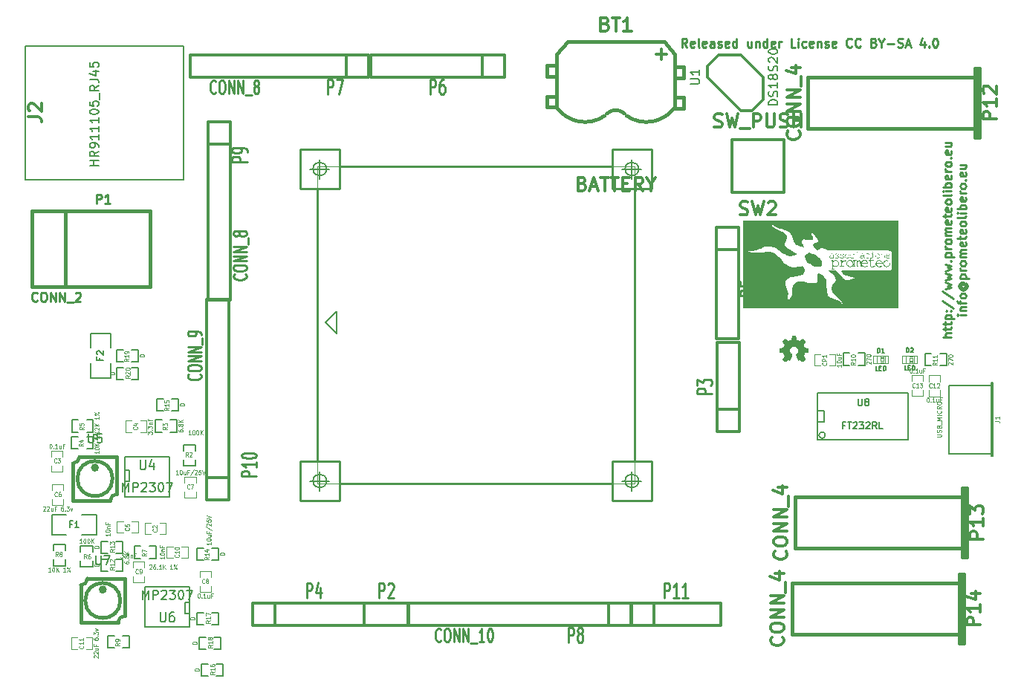
<source format=gto>
G04 (created by PCBNEW (2014-01-10 BZR 4027)-stable) date Wed 15 Apr 2015 19:22:48 CEST*
%MOIN*%
G04 Gerber Fmt 3.4, Leading zero omitted, Abs format*
%FSLAX34Y34*%
G01*
G70*
G90*
G04 APERTURE LIST*
%ADD10C,0.00590551*%
%ADD11C,0.00984252*%
%ADD12C,0.015*%
%ADD13C,0.012*%
%ADD14C,0.0118*%
%ADD15C,0.005*%
%ADD16C,0.0047*%
%ADD17C,0.0026*%
%ADD18C,0.004*%
%ADD19C,0.0079*%
%ADD20C,0.01*%
%ADD21C,0.0025*%
%ADD22C,0.0001*%
%ADD23C,0.008*%
%ADD24C,0.0045*%
%ADD25C,0.0107*%
%ADD26C,0.0078*%
%ADD27C,0.0039*%
G04 APERTURE END LIST*
G54D10*
G54D11*
X110959Y-63958D02*
X110565Y-63958D01*
X110959Y-63790D02*
X110753Y-63790D01*
X110715Y-63808D01*
X110696Y-63846D01*
X110696Y-63902D01*
X110715Y-63940D01*
X110734Y-63958D01*
X110696Y-63658D02*
X110696Y-63508D01*
X110565Y-63602D02*
X110903Y-63602D01*
X110940Y-63583D01*
X110959Y-63546D01*
X110959Y-63508D01*
X110696Y-63433D02*
X110696Y-63283D01*
X110565Y-63377D02*
X110903Y-63377D01*
X110940Y-63358D01*
X110959Y-63321D01*
X110959Y-63283D01*
X110696Y-63152D02*
X111090Y-63152D01*
X110715Y-63152D02*
X110696Y-63115D01*
X110696Y-63040D01*
X110715Y-63002D01*
X110734Y-62983D01*
X110771Y-62965D01*
X110884Y-62965D01*
X110921Y-62983D01*
X110940Y-63002D01*
X110959Y-63040D01*
X110959Y-63115D01*
X110940Y-63152D01*
X110921Y-62796D02*
X110940Y-62777D01*
X110959Y-62796D01*
X110940Y-62815D01*
X110921Y-62796D01*
X110959Y-62796D01*
X110715Y-62796D02*
X110734Y-62777D01*
X110753Y-62796D01*
X110734Y-62815D01*
X110715Y-62796D01*
X110753Y-62796D01*
X110546Y-62327D02*
X111053Y-62665D01*
X110546Y-61915D02*
X111053Y-62252D01*
X110696Y-61821D02*
X110959Y-61746D01*
X110771Y-61671D01*
X110959Y-61596D01*
X110696Y-61521D01*
X110696Y-61409D02*
X110959Y-61334D01*
X110771Y-61259D01*
X110959Y-61184D01*
X110696Y-61109D01*
X110696Y-60996D02*
X110959Y-60921D01*
X110771Y-60846D01*
X110959Y-60771D01*
X110696Y-60696D01*
X110921Y-60546D02*
X110940Y-60528D01*
X110959Y-60546D01*
X110940Y-60565D01*
X110921Y-60546D01*
X110959Y-60546D01*
X110696Y-60359D02*
X111090Y-60359D01*
X110715Y-60359D02*
X110696Y-60321D01*
X110696Y-60246D01*
X110715Y-60209D01*
X110734Y-60190D01*
X110771Y-60171D01*
X110884Y-60171D01*
X110921Y-60190D01*
X110940Y-60209D01*
X110959Y-60246D01*
X110959Y-60321D01*
X110940Y-60359D01*
X110959Y-60003D02*
X110696Y-60003D01*
X110771Y-60003D02*
X110734Y-59984D01*
X110715Y-59965D01*
X110696Y-59928D01*
X110696Y-59890D01*
X110959Y-59703D02*
X110940Y-59740D01*
X110921Y-59759D01*
X110884Y-59778D01*
X110771Y-59778D01*
X110734Y-59759D01*
X110715Y-59740D01*
X110696Y-59703D01*
X110696Y-59646D01*
X110715Y-59609D01*
X110734Y-59590D01*
X110771Y-59571D01*
X110884Y-59571D01*
X110921Y-59590D01*
X110940Y-59609D01*
X110959Y-59646D01*
X110959Y-59703D01*
X110959Y-59403D02*
X110696Y-59403D01*
X110734Y-59403D02*
X110715Y-59384D01*
X110696Y-59346D01*
X110696Y-59290D01*
X110715Y-59253D01*
X110753Y-59234D01*
X110959Y-59234D01*
X110753Y-59234D02*
X110715Y-59215D01*
X110696Y-59178D01*
X110696Y-59121D01*
X110715Y-59084D01*
X110753Y-59065D01*
X110959Y-59065D01*
X110940Y-58728D02*
X110959Y-58765D01*
X110959Y-58840D01*
X110940Y-58878D01*
X110903Y-58896D01*
X110753Y-58896D01*
X110715Y-58878D01*
X110696Y-58840D01*
X110696Y-58765D01*
X110715Y-58728D01*
X110753Y-58709D01*
X110790Y-58709D01*
X110828Y-58896D01*
X110696Y-58597D02*
X110696Y-58447D01*
X110565Y-58540D02*
X110903Y-58540D01*
X110940Y-58522D01*
X110959Y-58484D01*
X110959Y-58447D01*
X110940Y-58165D02*
X110959Y-58203D01*
X110959Y-58278D01*
X110940Y-58315D01*
X110903Y-58334D01*
X110753Y-58334D01*
X110715Y-58315D01*
X110696Y-58278D01*
X110696Y-58203D01*
X110715Y-58165D01*
X110753Y-58147D01*
X110790Y-58147D01*
X110828Y-58334D01*
X110959Y-57922D02*
X110940Y-57959D01*
X110921Y-57978D01*
X110884Y-57997D01*
X110771Y-57997D01*
X110734Y-57978D01*
X110715Y-57959D01*
X110696Y-57922D01*
X110696Y-57865D01*
X110715Y-57828D01*
X110734Y-57809D01*
X110771Y-57790D01*
X110884Y-57790D01*
X110921Y-57809D01*
X110940Y-57828D01*
X110959Y-57865D01*
X110959Y-57922D01*
X110959Y-57565D02*
X110940Y-57603D01*
X110903Y-57622D01*
X110565Y-57622D01*
X110959Y-57415D02*
X110696Y-57415D01*
X110565Y-57415D02*
X110584Y-57434D01*
X110603Y-57415D01*
X110584Y-57397D01*
X110565Y-57415D01*
X110603Y-57415D01*
X110959Y-57228D02*
X110565Y-57228D01*
X110715Y-57228D02*
X110696Y-57190D01*
X110696Y-57115D01*
X110715Y-57078D01*
X110734Y-57059D01*
X110771Y-57040D01*
X110884Y-57040D01*
X110921Y-57059D01*
X110940Y-57078D01*
X110959Y-57115D01*
X110959Y-57190D01*
X110940Y-57228D01*
X110940Y-56722D02*
X110959Y-56759D01*
X110959Y-56834D01*
X110940Y-56872D01*
X110903Y-56890D01*
X110753Y-56890D01*
X110715Y-56872D01*
X110696Y-56834D01*
X110696Y-56759D01*
X110715Y-56722D01*
X110753Y-56703D01*
X110790Y-56703D01*
X110828Y-56890D01*
X110959Y-56534D02*
X110696Y-56534D01*
X110771Y-56534D02*
X110734Y-56516D01*
X110715Y-56497D01*
X110696Y-56459D01*
X110696Y-56422D01*
X110959Y-56234D02*
X110940Y-56272D01*
X110921Y-56291D01*
X110884Y-56309D01*
X110771Y-56309D01*
X110734Y-56291D01*
X110715Y-56272D01*
X110696Y-56234D01*
X110696Y-56178D01*
X110715Y-56141D01*
X110734Y-56122D01*
X110771Y-56103D01*
X110884Y-56103D01*
X110921Y-56122D01*
X110940Y-56141D01*
X110959Y-56178D01*
X110959Y-56234D01*
X110921Y-55934D02*
X110940Y-55916D01*
X110959Y-55934D01*
X110940Y-55953D01*
X110921Y-55934D01*
X110959Y-55934D01*
X110940Y-55597D02*
X110959Y-55634D01*
X110959Y-55709D01*
X110940Y-55747D01*
X110903Y-55766D01*
X110753Y-55766D01*
X110715Y-55747D01*
X110696Y-55709D01*
X110696Y-55634D01*
X110715Y-55597D01*
X110753Y-55578D01*
X110790Y-55578D01*
X110828Y-55766D01*
X110696Y-55241D02*
X110959Y-55241D01*
X110696Y-55409D02*
X110903Y-55409D01*
X110940Y-55391D01*
X110959Y-55353D01*
X110959Y-55297D01*
X110940Y-55259D01*
X110921Y-55241D01*
X111608Y-62974D02*
X111346Y-62974D01*
X111215Y-62974D02*
X111234Y-62993D01*
X111252Y-62974D01*
X111234Y-62955D01*
X111215Y-62974D01*
X111252Y-62974D01*
X111346Y-62787D02*
X111608Y-62787D01*
X111383Y-62787D02*
X111365Y-62768D01*
X111346Y-62730D01*
X111346Y-62674D01*
X111365Y-62637D01*
X111402Y-62618D01*
X111608Y-62618D01*
X111346Y-62487D02*
X111346Y-62337D01*
X111608Y-62430D02*
X111271Y-62430D01*
X111234Y-62412D01*
X111215Y-62374D01*
X111215Y-62337D01*
X111608Y-62149D02*
X111590Y-62187D01*
X111571Y-62205D01*
X111533Y-62224D01*
X111421Y-62224D01*
X111383Y-62205D01*
X111365Y-62187D01*
X111346Y-62149D01*
X111346Y-62093D01*
X111365Y-62055D01*
X111383Y-62037D01*
X111421Y-62018D01*
X111533Y-62018D01*
X111571Y-62037D01*
X111590Y-62055D01*
X111608Y-62093D01*
X111608Y-62149D01*
X111421Y-61605D02*
X111402Y-61624D01*
X111383Y-61662D01*
X111383Y-61699D01*
X111402Y-61737D01*
X111421Y-61755D01*
X111458Y-61774D01*
X111496Y-61774D01*
X111533Y-61755D01*
X111552Y-61737D01*
X111571Y-61699D01*
X111571Y-61662D01*
X111552Y-61624D01*
X111533Y-61605D01*
X111383Y-61605D02*
X111533Y-61605D01*
X111552Y-61587D01*
X111552Y-61568D01*
X111533Y-61531D01*
X111496Y-61512D01*
X111402Y-61512D01*
X111346Y-61549D01*
X111308Y-61605D01*
X111290Y-61680D01*
X111308Y-61755D01*
X111346Y-61812D01*
X111402Y-61849D01*
X111477Y-61868D01*
X111552Y-61849D01*
X111608Y-61812D01*
X111646Y-61755D01*
X111665Y-61680D01*
X111646Y-61605D01*
X111608Y-61549D01*
X111346Y-61343D02*
X111740Y-61343D01*
X111365Y-61343D02*
X111346Y-61306D01*
X111346Y-61231D01*
X111365Y-61193D01*
X111383Y-61174D01*
X111421Y-61156D01*
X111533Y-61156D01*
X111571Y-61174D01*
X111590Y-61193D01*
X111608Y-61231D01*
X111608Y-61306D01*
X111590Y-61343D01*
X111608Y-60987D02*
X111346Y-60987D01*
X111421Y-60987D02*
X111383Y-60968D01*
X111365Y-60949D01*
X111346Y-60912D01*
X111346Y-60874D01*
X111608Y-60687D02*
X111590Y-60724D01*
X111571Y-60743D01*
X111533Y-60762D01*
X111421Y-60762D01*
X111383Y-60743D01*
X111365Y-60724D01*
X111346Y-60687D01*
X111346Y-60631D01*
X111365Y-60593D01*
X111383Y-60574D01*
X111421Y-60556D01*
X111533Y-60556D01*
X111571Y-60574D01*
X111590Y-60593D01*
X111608Y-60631D01*
X111608Y-60687D01*
X111608Y-60387D02*
X111346Y-60387D01*
X111383Y-60387D02*
X111365Y-60368D01*
X111346Y-60331D01*
X111346Y-60274D01*
X111365Y-60237D01*
X111402Y-60218D01*
X111608Y-60218D01*
X111402Y-60218D02*
X111365Y-60199D01*
X111346Y-60162D01*
X111346Y-60106D01*
X111365Y-60068D01*
X111402Y-60049D01*
X111608Y-60049D01*
X111590Y-59712D02*
X111608Y-59749D01*
X111608Y-59824D01*
X111590Y-59862D01*
X111552Y-59881D01*
X111402Y-59881D01*
X111365Y-59862D01*
X111346Y-59824D01*
X111346Y-59749D01*
X111365Y-59712D01*
X111402Y-59693D01*
X111440Y-59693D01*
X111477Y-59881D01*
X111346Y-59581D02*
X111346Y-59431D01*
X111215Y-59525D02*
X111552Y-59525D01*
X111590Y-59506D01*
X111608Y-59468D01*
X111608Y-59431D01*
X111590Y-59150D02*
X111608Y-59187D01*
X111608Y-59262D01*
X111590Y-59300D01*
X111552Y-59318D01*
X111402Y-59318D01*
X111365Y-59300D01*
X111346Y-59262D01*
X111346Y-59187D01*
X111365Y-59150D01*
X111402Y-59131D01*
X111440Y-59131D01*
X111477Y-59318D01*
X111608Y-58906D02*
X111590Y-58943D01*
X111571Y-58962D01*
X111533Y-58981D01*
X111421Y-58981D01*
X111383Y-58962D01*
X111365Y-58943D01*
X111346Y-58906D01*
X111346Y-58850D01*
X111365Y-58812D01*
X111383Y-58793D01*
X111421Y-58775D01*
X111533Y-58775D01*
X111571Y-58793D01*
X111590Y-58812D01*
X111608Y-58850D01*
X111608Y-58906D01*
X111608Y-58550D02*
X111590Y-58587D01*
X111552Y-58606D01*
X111215Y-58606D01*
X111608Y-58400D02*
X111346Y-58400D01*
X111215Y-58400D02*
X111234Y-58418D01*
X111252Y-58400D01*
X111234Y-58381D01*
X111215Y-58400D01*
X111252Y-58400D01*
X111608Y-58212D02*
X111215Y-58212D01*
X111365Y-58212D02*
X111346Y-58175D01*
X111346Y-58100D01*
X111365Y-58062D01*
X111383Y-58043D01*
X111421Y-58025D01*
X111533Y-58025D01*
X111571Y-58043D01*
X111590Y-58062D01*
X111608Y-58100D01*
X111608Y-58175D01*
X111590Y-58212D01*
X111590Y-57706D02*
X111608Y-57743D01*
X111608Y-57818D01*
X111590Y-57856D01*
X111552Y-57875D01*
X111402Y-57875D01*
X111365Y-57856D01*
X111346Y-57818D01*
X111346Y-57743D01*
X111365Y-57706D01*
X111402Y-57687D01*
X111440Y-57687D01*
X111477Y-57875D01*
X111608Y-57519D02*
X111346Y-57519D01*
X111421Y-57519D02*
X111383Y-57500D01*
X111365Y-57481D01*
X111346Y-57444D01*
X111346Y-57406D01*
X111608Y-57219D02*
X111590Y-57256D01*
X111571Y-57275D01*
X111533Y-57294D01*
X111421Y-57294D01*
X111383Y-57275D01*
X111365Y-57256D01*
X111346Y-57219D01*
X111346Y-57162D01*
X111365Y-57125D01*
X111383Y-57106D01*
X111421Y-57087D01*
X111533Y-57087D01*
X111571Y-57106D01*
X111590Y-57125D01*
X111608Y-57162D01*
X111608Y-57219D01*
X111571Y-56919D02*
X111590Y-56900D01*
X111608Y-56919D01*
X111590Y-56937D01*
X111571Y-56919D01*
X111608Y-56919D01*
X111590Y-56581D02*
X111608Y-56619D01*
X111608Y-56694D01*
X111590Y-56731D01*
X111552Y-56750D01*
X111402Y-56750D01*
X111365Y-56731D01*
X111346Y-56694D01*
X111346Y-56619D01*
X111365Y-56581D01*
X111402Y-56562D01*
X111440Y-56562D01*
X111477Y-56750D01*
X111346Y-56225D02*
X111608Y-56225D01*
X111346Y-56394D02*
X111552Y-56394D01*
X111590Y-56375D01*
X111608Y-56337D01*
X111608Y-56281D01*
X111590Y-56244D01*
X111571Y-56225D01*
X99097Y-50959D02*
X98966Y-50771D01*
X98872Y-50959D02*
X98872Y-50565D01*
X99022Y-50565D01*
X99060Y-50584D01*
X99078Y-50603D01*
X99097Y-50640D01*
X99097Y-50696D01*
X99078Y-50734D01*
X99060Y-50753D01*
X99022Y-50771D01*
X98872Y-50771D01*
X99416Y-50940D02*
X99378Y-50959D01*
X99303Y-50959D01*
X99266Y-50940D01*
X99247Y-50903D01*
X99247Y-50753D01*
X99266Y-50715D01*
X99303Y-50696D01*
X99378Y-50696D01*
X99416Y-50715D01*
X99435Y-50753D01*
X99435Y-50790D01*
X99247Y-50828D01*
X99659Y-50959D02*
X99622Y-50940D01*
X99603Y-50903D01*
X99603Y-50565D01*
X99959Y-50940D02*
X99922Y-50959D01*
X99847Y-50959D01*
X99809Y-50940D01*
X99791Y-50903D01*
X99791Y-50753D01*
X99809Y-50715D01*
X99847Y-50696D01*
X99922Y-50696D01*
X99959Y-50715D01*
X99978Y-50753D01*
X99978Y-50790D01*
X99791Y-50828D01*
X100316Y-50959D02*
X100316Y-50753D01*
X100297Y-50715D01*
X100259Y-50696D01*
X100184Y-50696D01*
X100147Y-50715D01*
X100316Y-50940D02*
X100278Y-50959D01*
X100184Y-50959D01*
X100147Y-50940D01*
X100128Y-50903D01*
X100128Y-50865D01*
X100147Y-50828D01*
X100184Y-50809D01*
X100278Y-50809D01*
X100316Y-50790D01*
X100484Y-50940D02*
X100522Y-50959D01*
X100597Y-50959D01*
X100634Y-50940D01*
X100653Y-50903D01*
X100653Y-50884D01*
X100634Y-50846D01*
X100597Y-50828D01*
X100541Y-50828D01*
X100503Y-50809D01*
X100484Y-50771D01*
X100484Y-50753D01*
X100503Y-50715D01*
X100541Y-50696D01*
X100597Y-50696D01*
X100634Y-50715D01*
X100972Y-50940D02*
X100934Y-50959D01*
X100859Y-50959D01*
X100822Y-50940D01*
X100803Y-50903D01*
X100803Y-50753D01*
X100822Y-50715D01*
X100859Y-50696D01*
X100934Y-50696D01*
X100972Y-50715D01*
X100991Y-50753D01*
X100991Y-50790D01*
X100803Y-50828D01*
X101328Y-50959D02*
X101328Y-50565D01*
X101328Y-50940D02*
X101291Y-50959D01*
X101216Y-50959D01*
X101178Y-50940D01*
X101159Y-50921D01*
X101141Y-50884D01*
X101141Y-50771D01*
X101159Y-50734D01*
X101178Y-50715D01*
X101216Y-50696D01*
X101291Y-50696D01*
X101328Y-50715D01*
X101984Y-50696D02*
X101984Y-50959D01*
X101815Y-50696D02*
X101815Y-50903D01*
X101834Y-50940D01*
X101872Y-50959D01*
X101928Y-50959D01*
X101965Y-50940D01*
X101984Y-50921D01*
X102172Y-50696D02*
X102172Y-50959D01*
X102172Y-50734D02*
X102190Y-50715D01*
X102228Y-50696D01*
X102284Y-50696D01*
X102322Y-50715D01*
X102340Y-50753D01*
X102340Y-50959D01*
X102697Y-50959D02*
X102697Y-50565D01*
X102697Y-50940D02*
X102659Y-50959D01*
X102584Y-50959D01*
X102547Y-50940D01*
X102528Y-50921D01*
X102509Y-50884D01*
X102509Y-50771D01*
X102528Y-50734D01*
X102547Y-50715D01*
X102584Y-50696D01*
X102659Y-50696D01*
X102697Y-50715D01*
X103034Y-50940D02*
X102997Y-50959D01*
X102922Y-50959D01*
X102884Y-50940D01*
X102865Y-50903D01*
X102865Y-50753D01*
X102884Y-50715D01*
X102922Y-50696D01*
X102997Y-50696D01*
X103034Y-50715D01*
X103053Y-50753D01*
X103053Y-50790D01*
X102865Y-50828D01*
X103222Y-50959D02*
X103222Y-50696D01*
X103222Y-50771D02*
X103240Y-50734D01*
X103259Y-50715D01*
X103297Y-50696D01*
X103334Y-50696D01*
X103953Y-50959D02*
X103765Y-50959D01*
X103765Y-50565D01*
X104084Y-50959D02*
X104084Y-50696D01*
X104084Y-50565D02*
X104065Y-50584D01*
X104084Y-50603D01*
X104103Y-50584D01*
X104084Y-50565D01*
X104084Y-50603D01*
X104440Y-50940D02*
X104403Y-50959D01*
X104328Y-50959D01*
X104290Y-50940D01*
X104271Y-50921D01*
X104253Y-50884D01*
X104253Y-50771D01*
X104271Y-50734D01*
X104290Y-50715D01*
X104328Y-50696D01*
X104403Y-50696D01*
X104440Y-50715D01*
X104759Y-50940D02*
X104721Y-50959D01*
X104646Y-50959D01*
X104609Y-50940D01*
X104590Y-50903D01*
X104590Y-50753D01*
X104609Y-50715D01*
X104646Y-50696D01*
X104721Y-50696D01*
X104759Y-50715D01*
X104778Y-50753D01*
X104778Y-50790D01*
X104590Y-50828D01*
X104946Y-50696D02*
X104946Y-50959D01*
X104946Y-50734D02*
X104965Y-50715D01*
X105003Y-50696D01*
X105059Y-50696D01*
X105096Y-50715D01*
X105115Y-50753D01*
X105115Y-50959D01*
X105284Y-50940D02*
X105321Y-50959D01*
X105396Y-50959D01*
X105434Y-50940D01*
X105453Y-50903D01*
X105453Y-50884D01*
X105434Y-50846D01*
X105396Y-50828D01*
X105340Y-50828D01*
X105303Y-50809D01*
X105284Y-50771D01*
X105284Y-50753D01*
X105303Y-50715D01*
X105340Y-50696D01*
X105396Y-50696D01*
X105434Y-50715D01*
X105771Y-50940D02*
X105734Y-50959D01*
X105659Y-50959D01*
X105621Y-50940D01*
X105603Y-50903D01*
X105603Y-50753D01*
X105621Y-50715D01*
X105659Y-50696D01*
X105734Y-50696D01*
X105771Y-50715D01*
X105790Y-50753D01*
X105790Y-50790D01*
X105603Y-50828D01*
X106484Y-50921D02*
X106465Y-50940D01*
X106409Y-50959D01*
X106371Y-50959D01*
X106315Y-50940D01*
X106277Y-50903D01*
X106259Y-50865D01*
X106240Y-50790D01*
X106240Y-50734D01*
X106259Y-50659D01*
X106277Y-50621D01*
X106315Y-50584D01*
X106371Y-50565D01*
X106409Y-50565D01*
X106465Y-50584D01*
X106484Y-50603D01*
X106877Y-50921D02*
X106859Y-50940D01*
X106802Y-50959D01*
X106765Y-50959D01*
X106709Y-50940D01*
X106671Y-50903D01*
X106652Y-50865D01*
X106634Y-50790D01*
X106634Y-50734D01*
X106652Y-50659D01*
X106671Y-50621D01*
X106709Y-50584D01*
X106765Y-50565D01*
X106802Y-50565D01*
X106859Y-50584D01*
X106877Y-50603D01*
X107477Y-50753D02*
X107534Y-50771D01*
X107552Y-50790D01*
X107571Y-50828D01*
X107571Y-50884D01*
X107552Y-50921D01*
X107534Y-50940D01*
X107496Y-50959D01*
X107346Y-50959D01*
X107346Y-50565D01*
X107477Y-50565D01*
X107515Y-50584D01*
X107534Y-50603D01*
X107552Y-50640D01*
X107552Y-50678D01*
X107534Y-50715D01*
X107515Y-50734D01*
X107477Y-50753D01*
X107346Y-50753D01*
X107815Y-50771D02*
X107815Y-50959D01*
X107683Y-50565D02*
X107815Y-50771D01*
X107946Y-50565D01*
X108077Y-50809D02*
X108377Y-50809D01*
X108546Y-50940D02*
X108602Y-50959D01*
X108696Y-50959D01*
X108733Y-50940D01*
X108752Y-50921D01*
X108771Y-50884D01*
X108771Y-50846D01*
X108752Y-50809D01*
X108733Y-50790D01*
X108696Y-50771D01*
X108621Y-50753D01*
X108583Y-50734D01*
X108565Y-50715D01*
X108546Y-50678D01*
X108546Y-50640D01*
X108565Y-50603D01*
X108583Y-50584D01*
X108621Y-50565D01*
X108715Y-50565D01*
X108771Y-50584D01*
X108921Y-50846D02*
X109108Y-50846D01*
X108883Y-50959D02*
X109015Y-50565D01*
X109146Y-50959D01*
X109746Y-50696D02*
X109746Y-50959D01*
X109652Y-50546D02*
X109558Y-50828D01*
X109802Y-50828D01*
X109952Y-50921D02*
X109971Y-50940D01*
X109952Y-50959D01*
X109933Y-50940D01*
X109952Y-50921D01*
X109952Y-50959D01*
X110214Y-50565D02*
X110252Y-50565D01*
X110289Y-50584D01*
X110308Y-50603D01*
X110327Y-50640D01*
X110346Y-50715D01*
X110346Y-50809D01*
X110327Y-50884D01*
X110308Y-50921D01*
X110289Y-50940D01*
X110252Y-50959D01*
X110214Y-50959D01*
X110177Y-50940D01*
X110158Y-50921D01*
X110139Y-50884D01*
X110121Y-50809D01*
X110121Y-50715D01*
X110139Y-50640D01*
X110158Y-50603D01*
X110177Y-50584D01*
X110214Y-50565D01*
G54D12*
X111550Y-70750D02*
X111550Y-73850D01*
X111450Y-73850D02*
X111650Y-73850D01*
X111650Y-73850D02*
X111650Y-70750D01*
X111650Y-70750D02*
X111450Y-70750D01*
X111450Y-70750D02*
X111450Y-73850D01*
X103950Y-71150D02*
X103950Y-73450D01*
X103950Y-73450D02*
X111550Y-73450D01*
X111550Y-71150D02*
X103950Y-71150D01*
G54D13*
X100000Y-52300D02*
X101500Y-53800D01*
X101500Y-53800D02*
X102000Y-53800D01*
X102000Y-53800D02*
X102500Y-53300D01*
X102500Y-53300D02*
X102500Y-52300D01*
X102500Y-52300D02*
X101500Y-51300D01*
X101500Y-51300D02*
X100500Y-51300D01*
X100500Y-51300D02*
X100000Y-51800D01*
X100000Y-51800D02*
X100000Y-52300D01*
G54D14*
X103461Y-57461D02*
X101099Y-57461D01*
X101099Y-57461D02*
X101099Y-55099D01*
X101099Y-55099D02*
X103461Y-55099D01*
X103461Y-55099D02*
X103461Y-57461D01*
G54D15*
X105301Y-68370D02*
G75*
G03X105301Y-68370I-141J0D01*
G74*
G01*
X104960Y-67270D02*
X105260Y-67270D01*
X105260Y-67270D02*
X105260Y-67770D01*
X105260Y-67770D02*
X104960Y-67770D01*
X109010Y-68570D02*
X104960Y-68570D01*
X104960Y-66470D02*
X109010Y-66470D01*
X104960Y-66470D02*
X104960Y-68570D01*
X109010Y-66470D02*
X109010Y-68570D01*
X76780Y-76970D02*
X74780Y-76970D01*
X74780Y-76970D02*
X74780Y-75170D01*
X74780Y-75170D02*
X76780Y-75170D01*
X76780Y-75170D02*
X76780Y-76970D01*
X76780Y-76370D02*
X76580Y-76370D01*
X76580Y-76370D02*
X76580Y-75870D01*
X76580Y-75870D02*
X76780Y-75870D01*
X73880Y-69340D02*
X75880Y-69340D01*
X75880Y-69340D02*
X75880Y-71140D01*
X75880Y-71140D02*
X73880Y-71140D01*
X73880Y-71140D02*
X73880Y-69340D01*
X73880Y-69940D02*
X74080Y-69940D01*
X74080Y-69940D02*
X74080Y-70440D01*
X74080Y-70440D02*
X73880Y-70440D01*
X72177Y-68225D02*
X72455Y-68225D01*
X72455Y-68225D02*
X72455Y-67675D01*
X72455Y-67675D02*
X72177Y-67675D01*
X71505Y-68225D02*
X71783Y-68225D01*
X71505Y-68225D02*
X71505Y-67675D01*
X71505Y-67675D02*
X71783Y-67675D01*
X110457Y-65255D02*
X110735Y-65255D01*
X110735Y-65255D02*
X110735Y-64705D01*
X110735Y-64705D02*
X110457Y-64705D01*
X109785Y-65255D02*
X110063Y-65255D01*
X109785Y-65255D02*
X109785Y-64705D01*
X109785Y-64705D02*
X110063Y-64705D01*
X106787Y-65235D02*
X107065Y-65235D01*
X107065Y-65235D02*
X107065Y-64685D01*
X107065Y-64685D02*
X106787Y-64685D01*
X106115Y-65235D02*
X106393Y-65235D01*
X106115Y-65235D02*
X106115Y-64685D01*
X106115Y-64685D02*
X106393Y-64685D01*
X70665Y-73947D02*
X70665Y-74225D01*
X70665Y-74225D02*
X71215Y-74225D01*
X71215Y-74225D02*
X71215Y-73947D01*
X70665Y-73275D02*
X70665Y-73553D01*
X70665Y-73275D02*
X71215Y-73275D01*
X71215Y-73275D02*
X71215Y-73553D01*
X73797Y-77915D02*
X74075Y-77915D01*
X74075Y-77915D02*
X74075Y-77365D01*
X74075Y-77365D02*
X73797Y-77365D01*
X73125Y-77915D02*
X73403Y-77915D01*
X73125Y-77915D02*
X73125Y-77365D01*
X73125Y-77365D02*
X73403Y-77365D01*
X74987Y-73895D02*
X75265Y-73895D01*
X75265Y-73895D02*
X75265Y-73345D01*
X75265Y-73345D02*
X74987Y-73345D01*
X74315Y-73895D02*
X74593Y-73895D01*
X74315Y-73895D02*
X74315Y-73345D01*
X74315Y-73345D02*
X74593Y-73345D01*
X72445Y-73613D02*
X72445Y-73335D01*
X72445Y-73335D02*
X71895Y-73335D01*
X71895Y-73335D02*
X71895Y-73613D01*
X72445Y-74285D02*
X72445Y-74007D01*
X72445Y-74285D02*
X71895Y-74285D01*
X71895Y-74285D02*
X71895Y-74007D01*
X72167Y-68975D02*
X72445Y-68975D01*
X72445Y-68975D02*
X72445Y-68425D01*
X72445Y-68425D02*
X72167Y-68425D01*
X71495Y-68975D02*
X71773Y-68975D01*
X71495Y-68975D02*
X71495Y-68425D01*
X71495Y-68425D02*
X71773Y-68425D01*
X75927Y-68225D02*
X76205Y-68225D01*
X76205Y-68225D02*
X76205Y-67675D01*
X76205Y-67675D02*
X75927Y-67675D01*
X75255Y-68225D02*
X75533Y-68225D01*
X75255Y-68225D02*
X75255Y-67675D01*
X75255Y-67675D02*
X75533Y-67675D01*
X76505Y-69477D02*
X76505Y-69755D01*
X76505Y-69755D02*
X77055Y-69755D01*
X77055Y-69755D02*
X77055Y-69477D01*
X76505Y-68805D02*
X76505Y-69083D01*
X76505Y-68805D02*
X77055Y-68805D01*
X77055Y-68805D02*
X77055Y-69083D01*
G54D16*
X105083Y-64744D02*
X104808Y-64744D01*
X105477Y-64744D02*
X105752Y-64744D01*
X105083Y-65256D02*
X104808Y-65256D01*
X105752Y-65256D02*
X105477Y-65256D01*
X104808Y-65250D02*
X104808Y-64750D01*
X105752Y-64750D02*
X105752Y-65250D01*
X110446Y-65963D02*
X110446Y-65688D01*
X110446Y-66357D02*
X110446Y-66632D01*
X109934Y-65963D02*
X109934Y-65688D01*
X109934Y-66632D02*
X109934Y-66357D01*
X109940Y-65688D02*
X110440Y-65688D01*
X110440Y-66632D02*
X109940Y-66632D01*
X109174Y-66347D02*
X109174Y-66622D01*
X109174Y-65953D02*
X109174Y-65678D01*
X109686Y-66347D02*
X109686Y-66622D01*
X109686Y-65678D02*
X109686Y-65953D01*
X109680Y-66622D02*
X109180Y-66622D01*
X109180Y-65678D02*
X109680Y-65678D01*
X71753Y-77454D02*
X71478Y-77454D01*
X72147Y-77454D02*
X72422Y-77454D01*
X71753Y-77966D02*
X71478Y-77966D01*
X72422Y-77966D02*
X72147Y-77966D01*
X71478Y-77960D02*
X71478Y-77460D01*
X72422Y-77460D02*
X72422Y-77960D01*
X77746Y-74743D02*
X77746Y-74468D01*
X77746Y-75137D02*
X77746Y-75412D01*
X77234Y-74743D02*
X77234Y-74468D01*
X77234Y-75412D02*
X77234Y-75137D01*
X77240Y-74468D02*
X77740Y-74468D01*
X77740Y-75412D02*
X77240Y-75412D01*
X73803Y-72244D02*
X73528Y-72244D01*
X74197Y-72244D02*
X74472Y-72244D01*
X73803Y-72756D02*
X73528Y-72756D01*
X74472Y-72756D02*
X74197Y-72756D01*
X73528Y-72750D02*
X73528Y-72250D01*
X74472Y-72250D02*
X74472Y-72750D01*
X74244Y-74697D02*
X74244Y-74972D01*
X74244Y-74303D02*
X74244Y-74028D01*
X74756Y-74697D02*
X74756Y-74972D01*
X74756Y-74028D02*
X74756Y-74303D01*
X74750Y-74972D02*
X74250Y-74972D01*
X74250Y-74028D02*
X74750Y-74028D01*
X74173Y-67724D02*
X73898Y-67724D01*
X74567Y-67724D02*
X74842Y-67724D01*
X74173Y-68236D02*
X73898Y-68236D01*
X74842Y-68236D02*
X74567Y-68236D01*
X73898Y-68230D02*
X73898Y-67730D01*
X74842Y-67730D02*
X74842Y-68230D01*
X76427Y-73876D02*
X76702Y-73876D01*
X76033Y-73876D02*
X75758Y-73876D01*
X76427Y-73364D02*
X76702Y-73364D01*
X75758Y-73364D02*
X76033Y-73364D01*
X76702Y-73370D02*
X76702Y-73870D01*
X75758Y-73870D02*
X75758Y-73370D01*
X76554Y-70897D02*
X76554Y-71172D01*
X76554Y-70503D02*
X76554Y-70228D01*
X77066Y-70897D02*
X77066Y-71172D01*
X77066Y-70228D02*
X77066Y-70503D01*
X77060Y-71172D02*
X76560Y-71172D01*
X76560Y-70228D02*
X77060Y-70228D01*
X75447Y-72816D02*
X75722Y-72816D01*
X75053Y-72816D02*
X74778Y-72816D01*
X75447Y-72304D02*
X75722Y-72304D01*
X74778Y-72304D02*
X75053Y-72304D01*
X75722Y-72310D02*
X75722Y-72810D01*
X74778Y-72810D02*
X74778Y-72310D01*
X70584Y-69727D02*
X70584Y-70002D01*
X70584Y-69333D02*
X70584Y-69058D01*
X71096Y-69727D02*
X71096Y-70002D01*
X71096Y-69058D02*
X71096Y-69333D01*
X71090Y-70002D02*
X70590Y-70002D01*
X70590Y-69058D02*
X71090Y-69058D01*
X71126Y-70843D02*
X71126Y-70568D01*
X71126Y-71237D02*
X71126Y-71512D01*
X70614Y-70843D02*
X70614Y-70568D01*
X70614Y-71512D02*
X70614Y-71237D01*
X70620Y-70568D02*
X71120Y-70568D01*
X71120Y-71512D02*
X70620Y-71512D01*
G54D13*
X90900Y-51300D02*
X90900Y-52300D01*
X90900Y-52300D02*
X84900Y-52300D01*
X84900Y-52300D02*
X84900Y-51300D01*
X84900Y-51300D02*
X90900Y-51300D01*
X89900Y-51300D02*
X89900Y-52300D01*
X79600Y-76900D02*
X79600Y-75900D01*
X79600Y-75900D02*
X84600Y-75900D01*
X84600Y-75900D02*
X84600Y-76900D01*
X84600Y-76900D02*
X79600Y-76900D01*
X80600Y-76900D02*
X80600Y-75900D01*
X100400Y-59050D02*
X101400Y-59050D01*
X101400Y-59050D02*
X101400Y-64050D01*
X101400Y-64050D02*
X100400Y-64050D01*
X100400Y-64050D02*
X100400Y-59050D01*
X100400Y-60050D02*
X101400Y-60050D01*
X100450Y-68200D02*
X100450Y-68200D01*
X101450Y-68200D02*
X100450Y-68200D01*
X100450Y-68200D02*
X100450Y-68200D01*
X100450Y-68200D02*
X100450Y-64200D01*
X100450Y-64200D02*
X101450Y-64200D01*
X101450Y-64200D02*
X101450Y-68200D01*
X101450Y-67200D02*
X100450Y-67200D01*
X84600Y-76900D02*
X84600Y-75900D01*
X84600Y-75900D02*
X86600Y-75900D01*
X86600Y-75900D02*
X86600Y-76900D01*
X86600Y-76900D02*
X84600Y-76900D01*
G54D17*
X107967Y-64803D02*
X107967Y-65157D01*
X107967Y-65157D02*
X108124Y-65157D01*
X108124Y-64803D02*
X108124Y-65157D01*
X107967Y-64803D02*
X108124Y-64803D01*
X107456Y-64803D02*
X107456Y-65157D01*
X107456Y-65157D02*
X107613Y-65157D01*
X107613Y-64803D02*
X107613Y-65157D01*
X107456Y-64803D02*
X107613Y-64803D01*
X107790Y-64803D02*
X107790Y-64862D01*
X107790Y-64862D02*
X107908Y-64862D01*
X107908Y-64803D02*
X107908Y-64862D01*
X107790Y-64803D02*
X107908Y-64803D01*
X107790Y-65098D02*
X107790Y-65157D01*
X107790Y-65157D02*
X107908Y-65157D01*
X107908Y-65098D02*
X107908Y-65157D01*
X107790Y-65098D02*
X107908Y-65098D01*
X107790Y-64921D02*
X107790Y-65039D01*
X107790Y-65039D02*
X107908Y-65039D01*
X107908Y-64921D02*
X107908Y-65039D01*
X107790Y-64921D02*
X107908Y-64921D01*
G54D18*
X107967Y-64823D02*
X107613Y-64823D01*
X107967Y-65137D02*
X107613Y-65137D01*
G54D17*
X109267Y-64793D02*
X109267Y-65147D01*
X109267Y-65147D02*
X109424Y-65147D01*
X109424Y-64793D02*
X109424Y-65147D01*
X109267Y-64793D02*
X109424Y-64793D01*
X108756Y-64793D02*
X108756Y-65147D01*
X108756Y-65147D02*
X108913Y-65147D01*
X108913Y-64793D02*
X108913Y-65147D01*
X108756Y-64793D02*
X108913Y-64793D01*
X109090Y-64793D02*
X109090Y-64852D01*
X109090Y-64852D02*
X109208Y-64852D01*
X109208Y-64793D02*
X109208Y-64852D01*
X109090Y-64793D02*
X109208Y-64793D01*
X109090Y-65088D02*
X109090Y-65147D01*
X109090Y-65147D02*
X109208Y-65147D01*
X109208Y-65088D02*
X109208Y-65147D01*
X109090Y-65088D02*
X109208Y-65088D01*
X109090Y-64911D02*
X109090Y-65029D01*
X109090Y-65029D02*
X109208Y-65029D01*
X109208Y-64911D02*
X109208Y-65029D01*
X109090Y-64911D02*
X109208Y-64911D01*
G54D18*
X109267Y-64813D02*
X108913Y-64813D01*
X109267Y-65127D02*
X108913Y-65127D01*
G54D12*
X70000Y-58300D02*
X69700Y-58300D01*
X69700Y-58300D02*
X69700Y-61700D01*
X69700Y-61700D02*
X70000Y-61700D01*
X71200Y-58300D02*
X71200Y-61700D01*
X75000Y-58300D02*
X75000Y-61700D01*
X70000Y-61700D02*
X75000Y-61700D01*
X70000Y-58300D02*
X75000Y-58300D01*
X72638Y-69828D02*
G75*
G03X72638Y-69828I-98J0D01*
G74*
G01*
X71851Y-69336D02*
X73524Y-69336D01*
X73524Y-69336D02*
X73524Y-71009D01*
X73229Y-71304D02*
X71556Y-71304D01*
X71556Y-71304D02*
X71556Y-69631D01*
X73524Y-71009D02*
G75*
G03X73229Y-71304I0J-295D01*
G74*
G01*
X71556Y-69631D02*
G75*
G03X71851Y-69336I0J295D01*
G74*
G01*
X73327Y-70320D02*
G75*
G03X73327Y-70320I-787J0D01*
G74*
G01*
X72988Y-75298D02*
G75*
G03X72988Y-75298I-98J0D01*
G74*
G01*
X72201Y-74806D02*
X73874Y-74806D01*
X73874Y-74806D02*
X73874Y-76479D01*
X73579Y-76774D02*
X71906Y-76774D01*
X71906Y-76774D02*
X71906Y-75101D01*
X73874Y-76479D02*
G75*
G03X73579Y-76774I0J-295D01*
G74*
G01*
X71906Y-75101D02*
G75*
G03X72201Y-74806I0J295D01*
G74*
G01*
X73677Y-75790D02*
G75*
G03X73677Y-75790I-787J0D01*
G74*
G01*
G54D15*
X69400Y-50900D02*
X69400Y-56900D01*
X69400Y-56900D02*
X76500Y-56900D01*
X76500Y-56900D02*
X76500Y-50900D01*
X76500Y-50900D02*
X69400Y-50900D01*
G54D19*
X112787Y-69314D02*
X112787Y-66006D01*
X112827Y-69314D02*
X112827Y-66006D01*
X112827Y-66006D02*
X112748Y-66006D01*
X112748Y-66006D02*
X112748Y-69314D01*
X112748Y-69314D02*
X112827Y-69314D01*
X112827Y-69195D02*
X110858Y-69195D01*
X110858Y-69195D02*
X110858Y-66125D01*
X110858Y-66125D02*
X112827Y-66125D01*
G54D12*
X92798Y-53163D02*
X93192Y-53163D01*
X92798Y-53655D02*
X92798Y-53163D01*
X93192Y-53655D02*
X92798Y-53655D01*
X92798Y-51785D02*
X93192Y-51785D01*
X92798Y-51883D02*
X92798Y-51785D01*
X92798Y-52277D02*
X92798Y-51883D01*
X93192Y-52277D02*
X92798Y-52277D01*
X98557Y-53213D02*
X98951Y-53213D01*
X98951Y-53213D02*
X98951Y-53607D01*
X98951Y-53607D02*
X98951Y-53705D01*
X98951Y-53705D02*
X98557Y-53705D01*
X98557Y-51835D02*
X98951Y-51835D01*
X98951Y-51835D02*
X98951Y-52327D01*
X98951Y-52327D02*
X98557Y-52327D01*
X96294Y-53940D02*
G75*
G03X95506Y-53940I-394J-394D01*
G74*
G01*
X93243Y-52858D02*
X93243Y-53646D01*
X98557Y-52858D02*
X98557Y-53646D01*
X98556Y-53646D02*
G75*
G02X96390Y-54039I-1279J886D01*
G74*
G01*
X93242Y-53646D02*
G75*
G03X95408Y-54039I1279J886D01*
G74*
G01*
X98065Y-50693D02*
X98557Y-51283D01*
X98557Y-51283D02*
X98557Y-52858D01*
X98065Y-50693D02*
X93735Y-50693D01*
X93735Y-50693D02*
X93243Y-51283D01*
X93243Y-51283D02*
X93243Y-52858D01*
G54D17*
X96750Y-70550D02*
X96750Y-56300D01*
X96750Y-56300D02*
X82500Y-56300D01*
X82500Y-70550D02*
X82500Y-56300D01*
X96750Y-70550D02*
X82500Y-70550D01*
X83500Y-71300D02*
X83500Y-69550D01*
X83500Y-69550D02*
X81750Y-69550D01*
X81750Y-71300D02*
X81750Y-69550D01*
X83500Y-71300D02*
X81750Y-71300D01*
X83500Y-57300D02*
X83500Y-55550D01*
X83500Y-55550D02*
X81750Y-55550D01*
X81750Y-57300D02*
X81750Y-55550D01*
X83500Y-57300D02*
X81750Y-57300D01*
X97500Y-57300D02*
X97500Y-55550D01*
X97500Y-55550D02*
X95750Y-55550D01*
X95750Y-57300D02*
X95750Y-55550D01*
X97500Y-57300D02*
X95750Y-57300D01*
X97500Y-71300D02*
X97500Y-69550D01*
X97500Y-69550D02*
X95750Y-69550D01*
X95750Y-71300D02*
X95750Y-69550D01*
X97500Y-71300D02*
X95750Y-71300D01*
X97500Y-71300D02*
X97500Y-69550D01*
X97500Y-69550D02*
X95750Y-69550D01*
X95750Y-71300D02*
X95750Y-69550D01*
X97500Y-71300D02*
X95750Y-71300D01*
X97500Y-57300D02*
X97500Y-55550D01*
X97500Y-55550D02*
X95750Y-55550D01*
X95750Y-57300D02*
X95750Y-55550D01*
X97500Y-57300D02*
X95750Y-57300D01*
X83500Y-57300D02*
X83500Y-55550D01*
X83500Y-55550D02*
X81750Y-55550D01*
X81750Y-57300D02*
X81750Y-55550D01*
X83500Y-57300D02*
X81750Y-57300D01*
X83500Y-71300D02*
X83500Y-69550D01*
X83500Y-69550D02*
X81750Y-69550D01*
X81750Y-71300D02*
X81750Y-69550D01*
X83500Y-71300D02*
X81750Y-71300D01*
G54D15*
X97500Y-69800D02*
X97500Y-69550D01*
X95750Y-71300D02*
X96000Y-71300D01*
G54D20*
X97500Y-71300D02*
X97500Y-69550D01*
X97500Y-69550D02*
X96750Y-69550D01*
X96750Y-69550D02*
X95750Y-69550D01*
X95750Y-69550D02*
X95750Y-70550D01*
X95750Y-70550D02*
X95750Y-71300D01*
X95750Y-71300D02*
X97500Y-71300D01*
X95750Y-55550D02*
X95750Y-56300D01*
X95750Y-56300D02*
X95750Y-57300D01*
X95750Y-55550D02*
X97500Y-55550D01*
X95750Y-57300D02*
X96750Y-57300D01*
X96750Y-57300D02*
X97500Y-57300D01*
X97500Y-55550D02*
X97500Y-57300D01*
X81750Y-69550D02*
X81750Y-71300D01*
X83500Y-69550D02*
X82500Y-69550D01*
X82500Y-69550D02*
X81750Y-69550D01*
X83500Y-69550D02*
X83500Y-70550D01*
X83500Y-70550D02*
X83500Y-71300D01*
X83500Y-71300D02*
X81750Y-71300D01*
X83500Y-55550D02*
X81750Y-55550D01*
X83500Y-55550D02*
X83500Y-56300D01*
X83500Y-56300D02*
X83500Y-57300D01*
X81750Y-55550D02*
X81750Y-57300D01*
X83500Y-57300D02*
X82500Y-57300D01*
X82500Y-57300D02*
X81750Y-57300D01*
X95750Y-56300D02*
X83500Y-56300D01*
X82500Y-69550D02*
X82500Y-57300D01*
X83500Y-70550D02*
X95750Y-70550D01*
X96750Y-69550D02*
X96750Y-57300D01*
G54D15*
X83375Y-63800D02*
X83375Y-62800D01*
X83375Y-62800D02*
X82875Y-63300D01*
X82875Y-63300D02*
X83375Y-63800D01*
G54D21*
X96943Y-70425D02*
G75*
G03X96943Y-70425I-318J0D01*
G74*
G01*
X82943Y-70425D02*
G75*
G03X82943Y-70425I-318J0D01*
G74*
G01*
X82943Y-56425D02*
G75*
G03X82943Y-56425I-318J0D01*
G74*
G01*
X96943Y-56425D02*
G75*
G03X96943Y-56425I-318J0D01*
G74*
G01*
G54D15*
X96930Y-70425D02*
G75*
G03X96930Y-70425I-305J0D01*
G74*
G01*
X96625Y-70859D02*
X96625Y-69992D01*
X97059Y-70425D02*
X96192Y-70425D01*
X82930Y-70425D02*
G75*
G03X82930Y-70425I-305J0D01*
G74*
G01*
X82625Y-70859D02*
X82625Y-69992D01*
X83059Y-70425D02*
X82192Y-70425D01*
X82930Y-56425D02*
G75*
G03X82930Y-56425I-305J0D01*
G74*
G01*
X82625Y-56859D02*
X82625Y-55992D01*
X83059Y-56425D02*
X82192Y-56425D01*
X96930Y-56425D02*
G75*
G03X96930Y-56425I-305J0D01*
G74*
G01*
X96625Y-56859D02*
X96625Y-55992D01*
X97059Y-56425D02*
X96192Y-56425D01*
G54D13*
X77560Y-62290D02*
X78560Y-62290D01*
X78560Y-62290D02*
X78560Y-71290D01*
X78560Y-71290D02*
X77560Y-71290D01*
X77560Y-62290D02*
X77560Y-71290D01*
X77560Y-70290D02*
X78560Y-70290D01*
X78600Y-54300D02*
X78600Y-62300D01*
X78600Y-62300D02*
X77600Y-62300D01*
X77600Y-62300D02*
X77600Y-54300D01*
X77600Y-54300D02*
X78600Y-54300D01*
X77600Y-55300D02*
X78600Y-55300D01*
X96600Y-75900D02*
X96600Y-75900D01*
X96600Y-76900D02*
X96600Y-75900D01*
X96600Y-75900D02*
X96600Y-75900D01*
X96600Y-75900D02*
X100600Y-75900D01*
X100600Y-75900D02*
X100600Y-76900D01*
X100600Y-76900D02*
X96600Y-76900D01*
X97600Y-76900D02*
X97600Y-75900D01*
X96590Y-75900D02*
X96590Y-76900D01*
X96590Y-76900D02*
X86590Y-76900D01*
X86590Y-76900D02*
X86590Y-75900D01*
X86590Y-75900D02*
X96590Y-75900D01*
X95590Y-75900D02*
X95590Y-76900D01*
X84800Y-52300D02*
X76800Y-52300D01*
X76800Y-52300D02*
X76800Y-51300D01*
X76800Y-51300D02*
X84800Y-51300D01*
X84800Y-51300D02*
X84800Y-52300D01*
X83800Y-51300D02*
X83800Y-52300D01*
G54D12*
X112130Y-51900D02*
X112130Y-55000D01*
X112030Y-55000D02*
X112230Y-55000D01*
X112230Y-55000D02*
X112230Y-51900D01*
X112230Y-51900D02*
X112030Y-51900D01*
X112030Y-51900D02*
X112030Y-55000D01*
X104530Y-52300D02*
X104530Y-54600D01*
X104530Y-54600D02*
X112130Y-54600D01*
X112130Y-52300D02*
X104530Y-52300D01*
X111400Y-74610D02*
X111400Y-77710D01*
X111300Y-77710D02*
X111500Y-77710D01*
X111500Y-77710D02*
X111500Y-74610D01*
X111500Y-74610D02*
X111300Y-74610D01*
X111300Y-74610D02*
X111300Y-77710D01*
X103800Y-75010D02*
X103800Y-77310D01*
X103800Y-77310D02*
X111400Y-77310D01*
X111400Y-75010D02*
X103800Y-75010D01*
G54D15*
X73250Y-63800D02*
X72350Y-63800D01*
X72350Y-63800D02*
X72350Y-64450D01*
X73250Y-65150D02*
X73250Y-65800D01*
X73250Y-65800D02*
X72350Y-65800D01*
X72350Y-65800D02*
X72350Y-65150D01*
X73250Y-64450D02*
X73250Y-63800D01*
X70600Y-71950D02*
X70600Y-72850D01*
X70600Y-72850D02*
X71250Y-72850D01*
X71950Y-71950D02*
X72600Y-71950D01*
X72600Y-71950D02*
X72600Y-72850D01*
X72600Y-72850D02*
X71950Y-72850D01*
X71250Y-71950D02*
X70600Y-71950D01*
X77797Y-73975D02*
X78075Y-73975D01*
X78075Y-73975D02*
X78075Y-73425D01*
X78075Y-73425D02*
X77797Y-73425D01*
X77125Y-73975D02*
X77403Y-73975D01*
X77125Y-73975D02*
X77125Y-73425D01*
X77125Y-73425D02*
X77403Y-73425D01*
X75997Y-67275D02*
X76275Y-67275D01*
X76275Y-67275D02*
X76275Y-66725D01*
X76275Y-66725D02*
X75997Y-66725D01*
X75325Y-67275D02*
X75603Y-67275D01*
X75325Y-67275D02*
X75325Y-66725D01*
X75325Y-66725D02*
X75603Y-66725D01*
X74197Y-65075D02*
X74475Y-65075D01*
X74475Y-65075D02*
X74475Y-64525D01*
X74475Y-64525D02*
X74197Y-64525D01*
X73525Y-65075D02*
X73803Y-65075D01*
X73525Y-65075D02*
X73525Y-64525D01*
X73525Y-64525D02*
X73803Y-64525D01*
X73803Y-65325D02*
X73525Y-65325D01*
X73525Y-65325D02*
X73525Y-65875D01*
X73525Y-65875D02*
X73803Y-65875D01*
X74475Y-65325D02*
X74197Y-65325D01*
X74475Y-65325D02*
X74475Y-65875D01*
X74475Y-65875D02*
X74197Y-65875D01*
X73103Y-73125D02*
X72825Y-73125D01*
X72825Y-73125D02*
X72825Y-73675D01*
X72825Y-73675D02*
X73103Y-73675D01*
X73775Y-73125D02*
X73497Y-73125D01*
X73775Y-73125D02*
X73775Y-73675D01*
X73775Y-73675D02*
X73497Y-73675D01*
X73103Y-73925D02*
X72825Y-73925D01*
X72825Y-73925D02*
X72825Y-74475D01*
X72825Y-74475D02*
X73103Y-74475D01*
X73775Y-73925D02*
X73497Y-73925D01*
X73775Y-73925D02*
X73775Y-74475D01*
X73775Y-74475D02*
X73497Y-74475D01*
X77503Y-77425D02*
X77225Y-77425D01*
X77225Y-77425D02*
X77225Y-77975D01*
X77225Y-77975D02*
X77503Y-77975D01*
X78175Y-77425D02*
X77897Y-77425D01*
X78175Y-77425D02*
X78175Y-77975D01*
X78175Y-77975D02*
X77897Y-77975D01*
X77403Y-76325D02*
X77125Y-76325D01*
X77125Y-76325D02*
X77125Y-76875D01*
X77125Y-76875D02*
X77403Y-76875D01*
X78075Y-76325D02*
X77797Y-76325D01*
X78075Y-76325D02*
X78075Y-76875D01*
X78075Y-76875D02*
X77797Y-76875D01*
X77603Y-78625D02*
X77325Y-78625D01*
X77325Y-78625D02*
X77325Y-79175D01*
X77325Y-79175D02*
X77603Y-79175D01*
X78275Y-78625D02*
X77997Y-78625D01*
X78275Y-78625D02*
X78275Y-79175D01*
X78275Y-79175D02*
X77997Y-79175D01*
G54D22*
G36*
X103502Y-65090D02*
X103509Y-65086D01*
X103524Y-65077D01*
X103546Y-65062D01*
X103572Y-65045D01*
X103598Y-65027D01*
X103620Y-65013D01*
X103635Y-65003D01*
X103641Y-65000D01*
X103644Y-65001D01*
X103657Y-65007D01*
X103674Y-65016D01*
X103685Y-65022D01*
X103701Y-65029D01*
X103710Y-65030D01*
X103711Y-65028D01*
X103717Y-65016D01*
X103726Y-64994D01*
X103739Y-64966D01*
X103753Y-64932D01*
X103768Y-64896D01*
X103784Y-64860D01*
X103798Y-64825D01*
X103811Y-64793D01*
X103821Y-64767D01*
X103828Y-64750D01*
X103831Y-64742D01*
X103830Y-64740D01*
X103822Y-64732D01*
X103807Y-64722D01*
X103776Y-64696D01*
X103745Y-64658D01*
X103727Y-64615D01*
X103720Y-64566D01*
X103726Y-64521D01*
X103743Y-64479D01*
X103773Y-64440D01*
X103810Y-64411D01*
X103852Y-64393D01*
X103900Y-64387D01*
X103945Y-64392D01*
X103989Y-64410D01*
X104028Y-64439D01*
X104045Y-64458D01*
X104067Y-64497D01*
X104080Y-64539D01*
X104081Y-64550D01*
X104079Y-64596D01*
X104066Y-64640D01*
X104041Y-64679D01*
X104008Y-64712D01*
X104003Y-64715D01*
X103988Y-64727D01*
X103977Y-64735D01*
X103969Y-64741D01*
X104028Y-64883D01*
X104037Y-64905D01*
X104053Y-64944D01*
X104067Y-64977D01*
X104079Y-65004D01*
X104087Y-65022D01*
X104090Y-65029D01*
X104090Y-65029D01*
X104096Y-65030D01*
X104106Y-65026D01*
X104126Y-65017D01*
X104139Y-65010D01*
X104154Y-65003D01*
X104161Y-65000D01*
X104167Y-65003D01*
X104181Y-65012D01*
X104202Y-65026D01*
X104228Y-65044D01*
X104252Y-65060D01*
X104274Y-65075D01*
X104290Y-65085D01*
X104298Y-65089D01*
X104299Y-65089D01*
X104306Y-65085D01*
X104319Y-65075D01*
X104338Y-65057D01*
X104365Y-65030D01*
X104369Y-65025D01*
X104392Y-65003D01*
X104410Y-64984D01*
X104422Y-64970D01*
X104427Y-64964D01*
X104427Y-64964D01*
X104423Y-64956D01*
X104412Y-64940D01*
X104398Y-64917D01*
X104380Y-64891D01*
X104333Y-64823D01*
X104359Y-64759D01*
X104367Y-64739D01*
X104377Y-64715D01*
X104384Y-64698D01*
X104388Y-64691D01*
X104395Y-64688D01*
X104412Y-64684D01*
X104438Y-64679D01*
X104468Y-64673D01*
X104497Y-64668D01*
X104523Y-64663D01*
X104542Y-64659D01*
X104551Y-64658D01*
X104553Y-64656D01*
X104555Y-64652D01*
X104556Y-64643D01*
X104556Y-64627D01*
X104557Y-64602D01*
X104557Y-64566D01*
X104557Y-64562D01*
X104556Y-64528D01*
X104556Y-64500D01*
X104555Y-64483D01*
X104554Y-64476D01*
X104554Y-64476D01*
X104545Y-64474D01*
X104527Y-64470D01*
X104501Y-64465D01*
X104470Y-64459D01*
X104468Y-64458D01*
X104437Y-64452D01*
X104410Y-64447D01*
X104392Y-64443D01*
X104385Y-64440D01*
X104383Y-64438D01*
X104377Y-64426D01*
X104368Y-64407D01*
X104357Y-64383D01*
X104347Y-64359D01*
X104339Y-64337D01*
X104333Y-64320D01*
X104331Y-64313D01*
X104331Y-64313D01*
X104336Y-64305D01*
X104346Y-64289D01*
X104361Y-64267D01*
X104380Y-64240D01*
X104381Y-64238D01*
X104399Y-64212D01*
X104413Y-64190D01*
X104423Y-64174D01*
X104427Y-64167D01*
X104426Y-64166D01*
X104421Y-64159D01*
X104407Y-64144D01*
X104388Y-64124D01*
X104365Y-64100D01*
X104358Y-64093D01*
X104332Y-64068D01*
X104314Y-64052D01*
X104303Y-64043D01*
X104298Y-64041D01*
X104298Y-64041D01*
X104290Y-64046D01*
X104273Y-64057D01*
X104251Y-64072D01*
X104224Y-64090D01*
X104222Y-64092D01*
X104196Y-64110D01*
X104174Y-64124D01*
X104159Y-64135D01*
X104152Y-64139D01*
X104151Y-64139D01*
X104140Y-64136D01*
X104121Y-64129D01*
X104098Y-64120D01*
X104074Y-64110D01*
X104052Y-64101D01*
X104035Y-64094D01*
X104028Y-64089D01*
X104027Y-64089D01*
X104025Y-64079D01*
X104020Y-64060D01*
X104014Y-64033D01*
X104008Y-64000D01*
X104007Y-63995D01*
X104001Y-63964D01*
X103996Y-63938D01*
X103993Y-63920D01*
X103991Y-63913D01*
X103986Y-63912D01*
X103971Y-63911D01*
X103948Y-63910D01*
X103920Y-63910D01*
X103890Y-63910D01*
X103861Y-63911D01*
X103837Y-63911D01*
X103819Y-63913D01*
X103811Y-63914D01*
X103811Y-63915D01*
X103808Y-63924D01*
X103804Y-63944D01*
X103799Y-63971D01*
X103792Y-64003D01*
X103791Y-64009D01*
X103785Y-64040D01*
X103780Y-64066D01*
X103776Y-64084D01*
X103774Y-64091D01*
X103772Y-64092D01*
X103759Y-64098D01*
X103738Y-64106D01*
X103712Y-64117D01*
X103652Y-64141D01*
X103578Y-64091D01*
X103571Y-64086D01*
X103545Y-64068D01*
X103523Y-64053D01*
X103508Y-64044D01*
X103501Y-64040D01*
X103501Y-64040D01*
X103493Y-64047D01*
X103479Y-64060D01*
X103459Y-64080D01*
X103436Y-64103D01*
X103418Y-64120D01*
X103398Y-64141D01*
X103385Y-64155D01*
X103378Y-64164D01*
X103376Y-64169D01*
X103376Y-64173D01*
X103381Y-64180D01*
X103392Y-64197D01*
X103407Y-64219D01*
X103425Y-64245D01*
X103440Y-64267D01*
X103456Y-64292D01*
X103466Y-64309D01*
X103470Y-64318D01*
X103469Y-64322D01*
X103464Y-64336D01*
X103455Y-64358D01*
X103444Y-64384D01*
X103418Y-64442D01*
X103380Y-64450D01*
X103357Y-64454D01*
X103324Y-64460D01*
X103293Y-64466D01*
X103245Y-64476D01*
X103243Y-64653D01*
X103251Y-64656D01*
X103258Y-64658D01*
X103276Y-64662D01*
X103301Y-64667D01*
X103332Y-64673D01*
X103357Y-64678D01*
X103383Y-64683D01*
X103402Y-64686D01*
X103410Y-64688D01*
X103412Y-64691D01*
X103419Y-64703D01*
X103428Y-64723D01*
X103438Y-64747D01*
X103449Y-64772D01*
X103458Y-64795D01*
X103464Y-64813D01*
X103467Y-64822D01*
X103463Y-64829D01*
X103453Y-64844D01*
X103439Y-64866D01*
X103421Y-64892D01*
X103404Y-64917D01*
X103389Y-64940D01*
X103379Y-64955D01*
X103374Y-64963D01*
X103376Y-64968D01*
X103387Y-64980D01*
X103406Y-65000D01*
X103435Y-65029D01*
X103440Y-65033D01*
X103463Y-65056D01*
X103482Y-65074D01*
X103496Y-65086D01*
X103502Y-65090D01*
X103502Y-65090D01*
G37*
G36*
X108571Y-62668D02*
X108273Y-62668D01*
X108273Y-60534D01*
X108272Y-60438D01*
X108272Y-60350D01*
X108270Y-60272D01*
X108269Y-60207D01*
X108267Y-60158D01*
X108265Y-60128D01*
X108263Y-60120D01*
X108259Y-60114D01*
X108253Y-60108D01*
X108243Y-60104D01*
X108229Y-60099D01*
X108209Y-60096D01*
X108183Y-60092D01*
X108148Y-60090D01*
X108103Y-60087D01*
X108048Y-60086D01*
X107981Y-60084D01*
X107900Y-60083D01*
X107805Y-60082D01*
X107694Y-60081D01*
X107565Y-60081D01*
X107418Y-60080D01*
X107252Y-60080D01*
X107064Y-60080D01*
X106854Y-60080D01*
X106805Y-60080D01*
X105422Y-60080D01*
X105364Y-60044D01*
X105277Y-60000D01*
X105195Y-59976D01*
X105145Y-59973D01*
X105111Y-59974D01*
X105086Y-59982D01*
X105060Y-60000D01*
X105030Y-60026D01*
X104997Y-60054D01*
X104967Y-60073D01*
X104949Y-60080D01*
X104929Y-60072D01*
X104899Y-60049D01*
X104865Y-60017D01*
X104859Y-60011D01*
X104804Y-59948D01*
X104770Y-59894D01*
X104757Y-59850D01*
X104764Y-59812D01*
X104793Y-59779D01*
X104844Y-59750D01*
X104880Y-59735D01*
X104921Y-59718D01*
X104956Y-59700D01*
X104972Y-59689D01*
X104991Y-59658D01*
X104988Y-59616D01*
X104964Y-59564D01*
X104918Y-59502D01*
X104851Y-59431D01*
X104839Y-59419D01*
X104794Y-59374D01*
X104750Y-59324D01*
X104713Y-59279D01*
X104703Y-59265D01*
X104676Y-59228D01*
X104658Y-59211D01*
X104650Y-59212D01*
X104649Y-59214D01*
X104649Y-59255D01*
X104665Y-59307D01*
X104696Y-59371D01*
X104713Y-59399D01*
X104746Y-59461D01*
X104763Y-59512D01*
X104763Y-59551D01*
X104745Y-59580D01*
X104709Y-59598D01*
X104652Y-59609D01*
X104574Y-59610D01*
X104475Y-59605D01*
X104456Y-59603D01*
X104307Y-59590D01*
X104274Y-59626D01*
X104253Y-59656D01*
X104242Y-59684D01*
X104242Y-59689D01*
X104249Y-59727D01*
X104271Y-59777D01*
X104303Y-59837D01*
X104330Y-59879D01*
X104356Y-59920D01*
X104369Y-59945D01*
X104368Y-59954D01*
X104353Y-59951D01*
X104340Y-59945D01*
X104314Y-59933D01*
X104272Y-59918D01*
X104222Y-59902D01*
X104200Y-59895D01*
X104126Y-59872D01*
X104070Y-59849D01*
X104028Y-59827D01*
X103993Y-59801D01*
X103964Y-59772D01*
X103940Y-59745D01*
X103922Y-59721D01*
X103908Y-59696D01*
X103895Y-59664D01*
X103881Y-59621D01*
X103863Y-59561D01*
X103860Y-59549D01*
X103830Y-59457D01*
X103797Y-59385D01*
X103758Y-59327D01*
X103708Y-59278D01*
X103643Y-59234D01*
X103579Y-59200D01*
X103537Y-59181D01*
X103485Y-59160D01*
X103428Y-59140D01*
X103374Y-59122D01*
X103327Y-59109D01*
X103295Y-59102D01*
X103289Y-59101D01*
X103264Y-59096D01*
X103223Y-59081D01*
X103172Y-59059D01*
X103117Y-59032D01*
X103063Y-59004D01*
X103016Y-58976D01*
X103005Y-58970D01*
X102968Y-58947D01*
X102939Y-58931D01*
X102922Y-58926D01*
X102921Y-58927D01*
X102919Y-58943D01*
X102930Y-58971D01*
X102948Y-59003D01*
X102972Y-59031D01*
X102975Y-59033D01*
X103002Y-59057D01*
X103036Y-59080D01*
X103079Y-59106D01*
X103134Y-59134D01*
X103205Y-59169D01*
X103278Y-59203D01*
X103369Y-59246D01*
X103439Y-59282D01*
X103492Y-59315D01*
X103531Y-59346D01*
X103558Y-59376D01*
X103576Y-59407D01*
X103578Y-59412D01*
X103587Y-59440D01*
X103591Y-59467D01*
X103588Y-59496D01*
X103576Y-59534D01*
X103555Y-59584D01*
X103534Y-59632D01*
X103509Y-59693D01*
X103491Y-59746D01*
X103484Y-59793D01*
X103488Y-59837D01*
X103504Y-59878D01*
X103534Y-59919D01*
X103578Y-59960D01*
X103639Y-60005D01*
X103717Y-60053D01*
X103814Y-60108D01*
X103930Y-60170D01*
X103971Y-60192D01*
X104041Y-60228D01*
X104010Y-60255D01*
X103971Y-60279D01*
X103915Y-60301D01*
X103851Y-60318D01*
X103786Y-60328D01*
X103746Y-60330D01*
X103692Y-60328D01*
X103641Y-60320D01*
X103590Y-60304D01*
X103534Y-60279D01*
X103471Y-60243D01*
X103396Y-60195D01*
X103323Y-60145D01*
X103225Y-60077D01*
X103141Y-60024D01*
X103068Y-59982D01*
X103001Y-59950D01*
X102937Y-59927D01*
X102872Y-59911D01*
X102802Y-59900D01*
X102756Y-59895D01*
X102709Y-59892D01*
X102669Y-59894D01*
X102625Y-59903D01*
X102571Y-59919D01*
X102521Y-59936D01*
X102477Y-59953D01*
X102446Y-59968D01*
X102440Y-59971D01*
X102401Y-59994D01*
X102344Y-60018D01*
X102267Y-60046D01*
X102207Y-60065D01*
X102143Y-60082D01*
X102074Y-60093D01*
X101993Y-60100D01*
X101971Y-60101D01*
X101911Y-60104D01*
X101871Y-60107D01*
X101849Y-60111D01*
X101842Y-60117D01*
X101844Y-60122D01*
X101870Y-60139D01*
X101917Y-60152D01*
X101983Y-60162D01*
X102064Y-60169D01*
X102159Y-60172D01*
X102263Y-60172D01*
X102376Y-60168D01*
X102493Y-60160D01*
X102514Y-60158D01*
X102603Y-60150D01*
X102673Y-60146D01*
X102728Y-60144D01*
X102772Y-60144D01*
X102811Y-60148D01*
X102831Y-60150D01*
X102932Y-60175D01*
X103028Y-60218D01*
X103121Y-60280D01*
X103214Y-60363D01*
X103270Y-60423D01*
X103356Y-60518D01*
X103430Y-60597D01*
X103495Y-60661D01*
X103553Y-60710D01*
X103606Y-60750D01*
X103656Y-60780D01*
X103708Y-60804D01*
X103756Y-60821D01*
X103847Y-60838D01*
X103950Y-60838D01*
X104067Y-60822D01*
X104167Y-60797D01*
X104290Y-60762D01*
X104312Y-60793D01*
X104342Y-60842D01*
X104361Y-60887D01*
X104372Y-60936D01*
X104376Y-61007D01*
X104360Y-61068D01*
X104320Y-61123D01*
X104311Y-61131D01*
X104278Y-61158D01*
X104235Y-61181D01*
X104180Y-61201D01*
X104110Y-61218D01*
X104022Y-61235D01*
X103938Y-61248D01*
X103847Y-61262D01*
X103777Y-61275D01*
X103722Y-61290D01*
X103679Y-61307D01*
X103642Y-61327D01*
X103609Y-61353D01*
X103605Y-61356D01*
X103558Y-61408D01*
X103527Y-61467D01*
X103513Y-61534D01*
X103515Y-61613D01*
X103534Y-61705D01*
X103568Y-61811D01*
X103585Y-61854D01*
X103648Y-62012D01*
X103629Y-62131D01*
X103620Y-62184D01*
X103614Y-62230D01*
X103610Y-62263D01*
X103609Y-62274D01*
X103615Y-62293D01*
X103632Y-62296D01*
X103656Y-62284D01*
X103686Y-62260D01*
X103717Y-62227D01*
X103747Y-62187D01*
X103773Y-62144D01*
X103787Y-62113D01*
X103800Y-62075D01*
X103808Y-62036D01*
X103814Y-61990D01*
X103817Y-61929D01*
X103818Y-61898D01*
X103826Y-61786D01*
X103845Y-61693D01*
X103876Y-61618D01*
X103920Y-61559D01*
X103978Y-61514D01*
X104001Y-61502D01*
X104035Y-61486D01*
X104065Y-61477D01*
X104099Y-61472D01*
X104143Y-61470D01*
X104188Y-61470D01*
X104317Y-61479D01*
X104438Y-61502D01*
X104549Y-61526D01*
X104641Y-61543D01*
X104716Y-61552D01*
X104777Y-61554D01*
X104826Y-61549D01*
X104868Y-61537D01*
X104885Y-61529D01*
X104912Y-61510D01*
X104932Y-61483D01*
X104946Y-61445D01*
X104953Y-61392D01*
X104957Y-61321D01*
X104957Y-61276D01*
X104958Y-61217D01*
X104960Y-61165D01*
X104963Y-61128D01*
X104967Y-61108D01*
X104968Y-61106D01*
X104977Y-61100D01*
X104995Y-61102D01*
X105025Y-61114D01*
X105066Y-61133D01*
X105165Y-61191D01*
X105246Y-61259D01*
X105306Y-61337D01*
X105338Y-61403D01*
X105343Y-61431D01*
X105349Y-61479D01*
X105354Y-61546D01*
X105359Y-61627D01*
X105361Y-61702D01*
X105367Y-61817D01*
X105374Y-61911D01*
X105386Y-61987D01*
X105403Y-62047D01*
X105428Y-62095D01*
X105461Y-62134D01*
X105505Y-62165D01*
X105561Y-62192D01*
X105630Y-62217D01*
X105659Y-62227D01*
X105762Y-62263D01*
X105846Y-62299D01*
X105914Y-62337D01*
X105970Y-62380D01*
X106019Y-62430D01*
X106046Y-62465D01*
X106075Y-62499D01*
X106093Y-62513D01*
X106101Y-62508D01*
X106096Y-62484D01*
X106079Y-62445D01*
X106069Y-62427D01*
X106047Y-62393D01*
X106006Y-62345D01*
X105951Y-62283D01*
X105880Y-62210D01*
X105838Y-62167D01*
X105762Y-62090D01*
X105701Y-62026D01*
X105655Y-61973D01*
X105622Y-61927D01*
X105599Y-61887D01*
X105585Y-61849D01*
X105578Y-61811D01*
X105577Y-61778D01*
X105578Y-61733D01*
X105586Y-61697D01*
X105601Y-61664D01*
X105628Y-61627D01*
X105664Y-61585D01*
X105710Y-61531D01*
X105741Y-61488D01*
X105758Y-61450D01*
X105766Y-61413D01*
X105767Y-61389D01*
X105762Y-61339D01*
X105745Y-61290D01*
X105715Y-61239D01*
X105668Y-61183D01*
X105605Y-61118D01*
X105588Y-61102D01*
X105464Y-60985D01*
X105625Y-60985D01*
X105785Y-60985D01*
X105976Y-61182D01*
X106038Y-61245D01*
X106086Y-61293D01*
X106123Y-61329D01*
X106152Y-61354D01*
X106176Y-61372D01*
X106197Y-61383D01*
X106218Y-61392D01*
X106236Y-61397D01*
X106273Y-61406D01*
X106305Y-61410D01*
X106339Y-61408D01*
X106380Y-61400D01*
X106435Y-61383D01*
X106474Y-61371D01*
X106523Y-61355D01*
X106558Y-61348D01*
X106587Y-61347D01*
X106613Y-61353D01*
X106645Y-61359D01*
X106659Y-61357D01*
X106662Y-61348D01*
X106651Y-61330D01*
X106620Y-61312D01*
X106574Y-61293D01*
X106515Y-61275D01*
X106450Y-61260D01*
X106418Y-61254D01*
X106332Y-61239D01*
X106265Y-61223D01*
X106214Y-61205D01*
X106173Y-61183D01*
X106147Y-61165D01*
X106124Y-61142D01*
X106096Y-61109D01*
X106067Y-61072D01*
X106042Y-61036D01*
X106024Y-61008D01*
X106018Y-60993D01*
X106030Y-60992D01*
X106063Y-60991D01*
X106118Y-60990D01*
X106191Y-60989D01*
X106282Y-60988D01*
X106388Y-60987D01*
X106508Y-60986D01*
X106640Y-60985D01*
X106783Y-60984D01*
X106935Y-60984D01*
X107094Y-60983D01*
X107128Y-60983D01*
X107316Y-60982D01*
X107482Y-60982D01*
X107626Y-60981D01*
X107751Y-60981D01*
X107858Y-60980D01*
X107948Y-60979D01*
X108023Y-60978D01*
X108084Y-60977D01*
X108133Y-60976D01*
X108171Y-60974D01*
X108200Y-60973D01*
X108221Y-60970D01*
X108236Y-60968D01*
X108245Y-60965D01*
X108251Y-60961D01*
X108255Y-60958D01*
X108256Y-60956D01*
X108261Y-60946D01*
X108264Y-60928D01*
X108267Y-60900D01*
X108270Y-60858D01*
X108271Y-60803D01*
X108272Y-60730D01*
X108272Y-60639D01*
X108273Y-60534D01*
X108273Y-62668D01*
X105100Y-62668D01*
X101629Y-62668D01*
X101629Y-60700D01*
X101629Y-58732D01*
X105100Y-58732D01*
X108571Y-58732D01*
X108571Y-60700D01*
X108571Y-62668D01*
X108571Y-62668D01*
X108571Y-62668D01*
G37*
G36*
X105923Y-60671D02*
X105918Y-60702D01*
X105903Y-60730D01*
X105886Y-60749D01*
X105886Y-60648D01*
X105870Y-60601D01*
X105858Y-60585D01*
X105836Y-60564D01*
X105812Y-60554D01*
X105776Y-60551D01*
X105767Y-60551D01*
X105728Y-60553D01*
X105702Y-60562D01*
X105681Y-60580D01*
X105677Y-60585D01*
X105653Y-60627D01*
X105649Y-60672D01*
X105661Y-60713D01*
X105686Y-60748D01*
X105722Y-60773D01*
X105764Y-60783D01*
X105811Y-60773D01*
X105819Y-60770D01*
X105859Y-60737D01*
X105882Y-60695D01*
X105886Y-60648D01*
X105886Y-60749D01*
X105876Y-60760D01*
X105846Y-60788D01*
X105821Y-60802D01*
X105789Y-60807D01*
X105771Y-60807D01*
X105719Y-60801D01*
X105682Y-60784D01*
X105680Y-60782D01*
X105648Y-60757D01*
X105648Y-60835D01*
X105648Y-60912D01*
X105686Y-60916D01*
X105714Y-60923D01*
X105729Y-60934D01*
X105729Y-60935D01*
X105725Y-60943D01*
X105704Y-60948D01*
X105664Y-60950D01*
X105642Y-60950D01*
X105593Y-60949D01*
X105565Y-60945D01*
X105555Y-60939D01*
X105555Y-60935D01*
X105570Y-60921D01*
X105586Y-60916D01*
X105596Y-60914D01*
X105603Y-60908D01*
X105608Y-60894D01*
X105611Y-60870D01*
X105612Y-60830D01*
X105612Y-60772D01*
X105612Y-60736D01*
X105612Y-60560D01*
X105583Y-60552D01*
X105558Y-60542D01*
X105555Y-60532D01*
X105572Y-60524D01*
X105601Y-60522D01*
X105633Y-60524D01*
X105647Y-60533D01*
X105648Y-60540D01*
X105651Y-60551D01*
X105663Y-60548D01*
X105688Y-60534D01*
X105742Y-60513D01*
X105796Y-60513D01*
X105845Y-60531D01*
X105885Y-60566D01*
X105913Y-60614D01*
X105923Y-60671D01*
X105923Y-60671D01*
X105923Y-60671D01*
G37*
G36*
X106565Y-60696D02*
X106547Y-60750D01*
X106543Y-60755D01*
X106534Y-60765D01*
X106534Y-60681D01*
X106528Y-60635D01*
X106506Y-60594D01*
X106470Y-60563D01*
X106421Y-60547D01*
X106402Y-60545D01*
X106359Y-60556D01*
X106320Y-60584D01*
X106292Y-60624D01*
X106281Y-60668D01*
X106281Y-60670D01*
X106285Y-60705D01*
X106304Y-60735D01*
X106321Y-60754D01*
X106366Y-60786D01*
X106415Y-60796D01*
X106462Y-60785D01*
X106489Y-60768D01*
X106521Y-60726D01*
X106534Y-60681D01*
X106534Y-60765D01*
X106505Y-60797D01*
X106454Y-60823D01*
X106398Y-60831D01*
X106352Y-60822D01*
X106312Y-60797D01*
X106277Y-60756D01*
X106253Y-60708D01*
X106245Y-60668D01*
X106256Y-60621D01*
X106284Y-60576D01*
X106324Y-60538D01*
X106371Y-60515D01*
X106403Y-60509D01*
X106461Y-60520D01*
X106509Y-60548D01*
X106544Y-60590D01*
X106564Y-60641D01*
X106565Y-60696D01*
X106565Y-60696D01*
X106565Y-60696D01*
G37*
G36*
X107223Y-60651D02*
X107222Y-60662D01*
X107216Y-60669D01*
X107201Y-60673D01*
X107187Y-60674D01*
X107187Y-60634D01*
X107176Y-60606D01*
X107149Y-60578D01*
X107112Y-60557D01*
X107072Y-60546D01*
X107062Y-60545D01*
X107022Y-60553D01*
X106983Y-60572D01*
X106953Y-60598D01*
X106937Y-60627D01*
X106937Y-60634D01*
X106948Y-60637D01*
X106978Y-60639D01*
X107022Y-60640D01*
X107062Y-60641D01*
X107113Y-60640D01*
X107155Y-60639D01*
X107180Y-60636D01*
X107187Y-60634D01*
X107187Y-60674D01*
X107174Y-60675D01*
X107129Y-60677D01*
X107080Y-60677D01*
X107013Y-60677D01*
X106967Y-60681D01*
X106942Y-60688D01*
X106935Y-60700D01*
X106945Y-60719D01*
X106970Y-60747D01*
X106977Y-60754D01*
X107022Y-60785D01*
X107074Y-60795D01*
X107136Y-60785D01*
X107164Y-60775D01*
X107198Y-60765D01*
X107218Y-60764D01*
X107221Y-60774D01*
X107210Y-60788D01*
X107173Y-60810D01*
X107122Y-60824D01*
X107067Y-60829D01*
X107017Y-60824D01*
X107001Y-60819D01*
X106979Y-60804D01*
X106951Y-60779D01*
X106939Y-60766D01*
X106916Y-60741D01*
X106905Y-60732D01*
X106901Y-60739D01*
X106901Y-60751D01*
X106910Y-60778D01*
X106926Y-60786D01*
X106943Y-60796D01*
X106941Y-60808D01*
X106922Y-60816D01*
X106900Y-60819D01*
X106865Y-60819D01*
X106865Y-60690D01*
X106864Y-60631D01*
X106863Y-60591D01*
X106858Y-60568D01*
X106851Y-60556D01*
X106846Y-60552D01*
X106819Y-60546D01*
X106798Y-60554D01*
X106782Y-60569D01*
X106769Y-60586D01*
X106762Y-60608D01*
X106758Y-60643D01*
X106758Y-60688D01*
X106758Y-60736D01*
X106762Y-60766D01*
X106768Y-60780D01*
X106776Y-60783D01*
X106791Y-60793D01*
X106793Y-60801D01*
X106783Y-60815D01*
X106758Y-60819D01*
X106722Y-60819D01*
X106722Y-60696D01*
X106721Y-60637D01*
X106718Y-60597D01*
X106713Y-60572D01*
X106705Y-60558D01*
X106703Y-60556D01*
X106685Y-60547D01*
X106664Y-60552D01*
X106652Y-60558D01*
X106636Y-60568D01*
X106627Y-60582D01*
X106621Y-60604D01*
X106618Y-60640D01*
X106617Y-60676D01*
X106616Y-60727D01*
X106618Y-60759D01*
X106624Y-60778D01*
X106632Y-60786D01*
X106649Y-60800D01*
X106644Y-60811D01*
X106617Y-60818D01*
X106591Y-60819D01*
X106554Y-60815D01*
X106534Y-60808D01*
X106531Y-60798D01*
X106549Y-60788D01*
X106555Y-60786D01*
X106566Y-60781D01*
X106573Y-60770D01*
X106577Y-60748D01*
X106578Y-60711D01*
X106579Y-60670D01*
X106578Y-60618D01*
X106576Y-60585D01*
X106572Y-60566D01*
X106564Y-60557D01*
X106555Y-60554D01*
X106533Y-60544D01*
X106532Y-60533D01*
X106549Y-60524D01*
X106582Y-60521D01*
X106623Y-60520D01*
X106660Y-60516D01*
X106666Y-60514D01*
X106701Y-60514D01*
X106722Y-60527D01*
X106741Y-60541D01*
X106757Y-60540D01*
X106775Y-60529D01*
X106805Y-60514D01*
X106829Y-60509D01*
X106860Y-60520D01*
X106887Y-60547D01*
X106900Y-60581D01*
X106901Y-60590D01*
X106901Y-60623D01*
X106925Y-60583D01*
X106962Y-60542D01*
X107011Y-60518D01*
X107065Y-60511D01*
X107119Y-60521D01*
X107166Y-60548D01*
X107197Y-60584D01*
X107214Y-60617D01*
X107223Y-60646D01*
X107223Y-60651D01*
X107223Y-60651D01*
X107223Y-60651D01*
G37*
G36*
X107556Y-60781D02*
X107546Y-60794D01*
X107521Y-60809D01*
X107509Y-60814D01*
X107448Y-60828D01*
X107392Y-60827D01*
X107347Y-60812D01*
X107338Y-60806D01*
X107323Y-60793D01*
X107314Y-60778D01*
X107309Y-60757D01*
X107307Y-60723D01*
X107306Y-60672D01*
X107306Y-60670D01*
X107306Y-60559D01*
X107275Y-60555D01*
X107247Y-60547D01*
X107238Y-60535D01*
X107248Y-60524D01*
X107270Y-60522D01*
X107292Y-60520D01*
X107303Y-60511D01*
X107306Y-60488D01*
X107306Y-60468D01*
X107306Y-60415D01*
X107363Y-60412D01*
X107420Y-60408D01*
X107420Y-60325D01*
X107419Y-60281D01*
X107417Y-60256D01*
X107409Y-60242D01*
X107395Y-60236D01*
X107384Y-60234D01*
X107362Y-60228D01*
X107361Y-60226D01*
X107382Y-60225D01*
X107393Y-60224D01*
X107438Y-60223D01*
X107438Y-60318D01*
X107438Y-60412D01*
X107482Y-60417D01*
X107492Y-60420D01*
X107481Y-60422D01*
X107452Y-60423D01*
X107435Y-60424D01*
X107342Y-60426D01*
X107342Y-60474D01*
X107342Y-60522D01*
X107426Y-60522D01*
X107471Y-60522D01*
X107497Y-60526D01*
X107508Y-60534D01*
X107509Y-60539D01*
X107504Y-60549D01*
X107487Y-60554D01*
X107452Y-60557D01*
X107426Y-60557D01*
X107342Y-60557D01*
X107342Y-60663D01*
X107344Y-60722D01*
X107349Y-60761D01*
X107362Y-60783D01*
X107384Y-60793D01*
X107418Y-60793D01*
X107435Y-60791D01*
X107477Y-60785D01*
X107516Y-60778D01*
X107526Y-60776D01*
X107550Y-60774D01*
X107556Y-60781D01*
X107556Y-60781D01*
X107556Y-60781D01*
G37*
G36*
X107879Y-60650D02*
X107878Y-60661D01*
X107873Y-60669D01*
X107859Y-60673D01*
X107843Y-60674D01*
X107843Y-60628D01*
X107834Y-60608D01*
X107811Y-60584D01*
X107782Y-60562D01*
X107755Y-60551D01*
X107705Y-60547D01*
X107657Y-60560D01*
X107620Y-60585D01*
X107617Y-60589D01*
X107600Y-60613D01*
X107593Y-60630D01*
X107593Y-60630D01*
X107604Y-60635D01*
X107634Y-60638D01*
X107678Y-60640D01*
X107718Y-60641D01*
X107779Y-60640D01*
X107821Y-60636D01*
X107841Y-60631D01*
X107843Y-60628D01*
X107843Y-60674D01*
X107833Y-60675D01*
X107791Y-60676D01*
X107736Y-60677D01*
X107669Y-60677D01*
X107623Y-60681D01*
X107598Y-60688D01*
X107592Y-60700D01*
X107601Y-60719D01*
X107626Y-60747D01*
X107634Y-60754D01*
X107678Y-60785D01*
X107730Y-60795D01*
X107792Y-60785D01*
X107820Y-60775D01*
X107854Y-60765D01*
X107875Y-60764D01*
X107878Y-60774D01*
X107867Y-60788D01*
X107824Y-60813D01*
X107770Y-60827D01*
X107713Y-60828D01*
X107661Y-60816D01*
X107645Y-60808D01*
X107593Y-60766D01*
X107564Y-60716D01*
X107557Y-60672D01*
X107567Y-60612D01*
X107596Y-60564D01*
X107639Y-60530D01*
X107691Y-60513D01*
X107751Y-60515D01*
X107790Y-60527D01*
X107827Y-60552D01*
X107858Y-60590D01*
X107877Y-60631D01*
X107879Y-60650D01*
X107879Y-60650D01*
X107879Y-60650D01*
G37*
G36*
X108211Y-60659D02*
X108207Y-60708D01*
X108188Y-60753D01*
X108178Y-60764D01*
X108178Y-60670D01*
X108168Y-60627D01*
X108144Y-60587D01*
X108112Y-60559D01*
X108109Y-60558D01*
X108057Y-60545D01*
X108008Y-60553D01*
X107967Y-60578D01*
X107938Y-60617D01*
X107927Y-60669D01*
X107927Y-60670D01*
X107938Y-60721D01*
X107966Y-60761D01*
X108006Y-60787D01*
X108055Y-60795D01*
X108108Y-60783D01*
X108109Y-60782D01*
X108142Y-60756D01*
X108166Y-60716D01*
X108177Y-60674D01*
X108178Y-60670D01*
X108178Y-60764D01*
X108155Y-60791D01*
X108111Y-60817D01*
X108060Y-60828D01*
X108003Y-60822D01*
X107978Y-60813D01*
X107936Y-60783D01*
X107906Y-60737D01*
X107892Y-60685D01*
X107891Y-60672D01*
X107901Y-60614D01*
X107929Y-60567D01*
X107969Y-60534D01*
X108018Y-60515D01*
X108071Y-60514D01*
X108123Y-60531D01*
X108162Y-60561D01*
X108197Y-60609D01*
X108211Y-60659D01*
X108211Y-60659D01*
X108211Y-60659D01*
G37*
G36*
X106257Y-60556D02*
X106249Y-60572D01*
X106228Y-60570D01*
X106213Y-60561D01*
X106187Y-60550D01*
X106159Y-60553D01*
X106125Y-60573D01*
X106092Y-60598D01*
X106071Y-60618D01*
X106059Y-60638D01*
X106055Y-60664D01*
X106054Y-60706D01*
X106054Y-60782D01*
X106121Y-60785D01*
X106163Y-60790D01*
X106189Y-60798D01*
X106194Y-60804D01*
X106190Y-60810D01*
X106172Y-60815D01*
X106136Y-60818D01*
X106080Y-60819D01*
X106069Y-60819D01*
X106015Y-60818D01*
X105971Y-60816D01*
X105941Y-60814D01*
X105931Y-60811D01*
X105927Y-60797D01*
X105943Y-60787D01*
X105976Y-60783D01*
X105977Y-60783D01*
X106018Y-60783D01*
X106018Y-60671D01*
X106018Y-60559D01*
X105986Y-60555D01*
X105956Y-60547D01*
X105948Y-60537D01*
X105960Y-60527D01*
X105990Y-60522D01*
X105999Y-60522D01*
X106033Y-60523D01*
X106049Y-60528D01*
X106053Y-60542D01*
X106054Y-60552D01*
X106054Y-60582D01*
X106093Y-60553D01*
X106137Y-60525D01*
X106174Y-60515D01*
X106208Y-60522D01*
X106220Y-60527D01*
X106245Y-60542D01*
X106256Y-60554D01*
X106257Y-60556D01*
X106257Y-60556D01*
X106257Y-60556D01*
G37*
G36*
X105157Y-60609D02*
X105153Y-60650D01*
X105145Y-60699D01*
X105136Y-60742D01*
X105128Y-60768D01*
X105117Y-60781D01*
X105101Y-60787D01*
X105100Y-60788D01*
X105067Y-60793D01*
X105019Y-60797D01*
X104964Y-60800D01*
X104909Y-60801D01*
X104858Y-60802D01*
X104818Y-60800D01*
X104796Y-60796D01*
X104796Y-60796D01*
X104775Y-60785D01*
X104740Y-60765D01*
X104697Y-60738D01*
X104670Y-60721D01*
X104621Y-60691D01*
X104574Y-60663D01*
X104536Y-60641D01*
X104523Y-60634D01*
X104492Y-60614D01*
X104471Y-60593D01*
X104468Y-60587D01*
X104447Y-60532D01*
X104425Y-60474D01*
X104405Y-60418D01*
X104389Y-60370D01*
X104378Y-60333D01*
X104373Y-60314D01*
X104373Y-60313D01*
X104383Y-60299D01*
X104413Y-60279D01*
X104459Y-60253D01*
X104484Y-60241D01*
X104595Y-60187D01*
X104731Y-60229D01*
X104802Y-60251D01*
X104855Y-60269D01*
X104896Y-60286D01*
X104929Y-60305D01*
X104959Y-60329D01*
X104991Y-60362D01*
X105031Y-60406D01*
X105048Y-60424D01*
X105094Y-60476D01*
X105125Y-60515D01*
X105145Y-60547D01*
X105156Y-60577D01*
X105157Y-60609D01*
X105157Y-60609D01*
X105157Y-60609D01*
G37*
G36*
X105704Y-60422D02*
X105692Y-60424D01*
X105688Y-60425D01*
X105664Y-60421D01*
X105656Y-60416D01*
X105656Y-60337D01*
X105636Y-60323D01*
X105600Y-60319D01*
X105548Y-60324D01*
X105516Y-60342D01*
X105505Y-60370D01*
X105505Y-60371D01*
X105509Y-60397D01*
X105524Y-60410D01*
X105555Y-60414D01*
X105560Y-60414D01*
X105603Y-60404D01*
X105632Y-60386D01*
X105655Y-60358D01*
X105656Y-60337D01*
X105656Y-60416D01*
X105655Y-60415D01*
X105640Y-60411D01*
X105611Y-60419D01*
X105607Y-60421D01*
X105575Y-60433D01*
X105555Y-60436D01*
X105535Y-60432D01*
X105529Y-60430D01*
X105505Y-60413D01*
X105486Y-60388D01*
X105481Y-60372D01*
X105489Y-60354D01*
X105505Y-60333D01*
X105526Y-60316D01*
X105555Y-60309D01*
X105595Y-60307D01*
X105637Y-60304D01*
X105657Y-60295D01*
X105658Y-60277D01*
X105644Y-60253D01*
X105629Y-60240D01*
X105606Y-60236D01*
X105571Y-60238D01*
X105539Y-60240D01*
X105527Y-60237D01*
X105530Y-60234D01*
X105560Y-60225D01*
X105598Y-60224D01*
X105634Y-60231D01*
X105653Y-60242D01*
X105665Y-60265D01*
X105671Y-60307D01*
X105672Y-60337D01*
X105673Y-60379D01*
X105678Y-60404D01*
X105687Y-60415D01*
X105693Y-60418D01*
X105704Y-60422D01*
X105704Y-60422D01*
X105704Y-60422D01*
G37*
G36*
X105911Y-60374D02*
X105904Y-60398D01*
X105880Y-60416D01*
X105869Y-60421D01*
X105842Y-60431D01*
X105826Y-60437D01*
X105825Y-60437D01*
X105812Y-60433D01*
X105786Y-60425D01*
X105759Y-60420D01*
X105742Y-60421D01*
X105734Y-60416D01*
X105732Y-60396D01*
X105732Y-60364D01*
X105753Y-60389D01*
X105780Y-60408D01*
X105815Y-60417D01*
X105851Y-60415D01*
X105881Y-60403D01*
X105897Y-60382D01*
X105899Y-60372D01*
X105887Y-60348D01*
X105853Y-60329D01*
X105796Y-60317D01*
X105792Y-60316D01*
X105761Y-60304D01*
X105747Y-60281D01*
X105749Y-60256D01*
X105768Y-60233D01*
X105792Y-60223D01*
X105824Y-60221D01*
X105859Y-60226D01*
X105889Y-60236D01*
X105908Y-60248D01*
X105911Y-60255D01*
X105906Y-60269D01*
X105892Y-60264D01*
X105878Y-60252D01*
X105851Y-60240D01*
X105816Y-60238D01*
X105782Y-60246D01*
X105763Y-60262D01*
X105757Y-60281D01*
X105769Y-60295D01*
X105802Y-60306D01*
X105831Y-60312D01*
X105876Y-60323D01*
X105901Y-60341D01*
X105911Y-60368D01*
X105911Y-60374D01*
X105911Y-60374D01*
X105911Y-60374D01*
G37*
G36*
X106144Y-60358D02*
X106142Y-60384D01*
X106122Y-60408D01*
X106091Y-60426D01*
X106054Y-60435D01*
X106019Y-60432D01*
X106003Y-60426D01*
X105981Y-60418D01*
X105970Y-60420D01*
X105962Y-60416D01*
X105958Y-60394D01*
X105958Y-60361D01*
X105977Y-60387D01*
X105997Y-60406D01*
X106028Y-60413D01*
X106046Y-60414D01*
X106092Y-60408D01*
X106118Y-60391D01*
X106125Y-60364D01*
X106115Y-60348D01*
X106084Y-60333D01*
X106030Y-60319D01*
X106013Y-60316D01*
X105986Y-60303D01*
X105972Y-60278D01*
X105977Y-60251D01*
X105978Y-60250D01*
X105992Y-60237D01*
X106018Y-60231D01*
X106063Y-60228D01*
X106064Y-60228D01*
X106104Y-60228D01*
X106126Y-60232D01*
X106135Y-60240D01*
X106137Y-60255D01*
X106137Y-60257D01*
X106137Y-60287D01*
X106113Y-60261D01*
X106078Y-60240D01*
X106037Y-60237D01*
X105999Y-60253D01*
X105983Y-60267D01*
X105986Y-60278D01*
X105999Y-60289D01*
X106029Y-60303D01*
X106049Y-60307D01*
X106089Y-60314D01*
X106124Y-60331D01*
X106144Y-60356D01*
X106144Y-60358D01*
X106144Y-60358D01*
X106144Y-60358D01*
G37*
G36*
X106388Y-60323D02*
X106378Y-60370D01*
X106374Y-60374D01*
X106374Y-60317D01*
X106361Y-60283D01*
X106336Y-60255D01*
X106300Y-60238D01*
X106258Y-60237D01*
X106239Y-60242D01*
X106216Y-60262D01*
X106198Y-60295D01*
X106190Y-60332D01*
X106192Y-60349D01*
X106212Y-60384D01*
X106246Y-60407D01*
X106286Y-60413D01*
X106326Y-60403D01*
X106348Y-60388D01*
X106371Y-60354D01*
X106374Y-60317D01*
X106374Y-60374D01*
X106350Y-60406D01*
X106312Y-60427D01*
X106268Y-60432D01*
X106229Y-60419D01*
X106194Y-60388D01*
X106176Y-60347D01*
X106176Y-60302D01*
X106194Y-60261D01*
X106202Y-60252D01*
X106241Y-60227D01*
X106285Y-60221D01*
X106326Y-60232D01*
X106361Y-60256D01*
X106383Y-60293D01*
X106388Y-60323D01*
X106388Y-60323D01*
X106388Y-60323D01*
G37*
G36*
X106622Y-60382D02*
X106619Y-60392D01*
X106600Y-60406D01*
X106573Y-60420D01*
X106545Y-60430D01*
X106543Y-60430D01*
X106510Y-60432D01*
X106489Y-60430D01*
X106448Y-60408D01*
X106422Y-60374D01*
X106411Y-60331D01*
X106418Y-60287D01*
X106442Y-60252D01*
X106462Y-60235D01*
X106484Y-60226D01*
X106516Y-60224D01*
X106543Y-60226D01*
X106583Y-60228D01*
X106604Y-60233D01*
X106613Y-60243D01*
X106615Y-60256D01*
X106612Y-60277D01*
X106603Y-60280D01*
X106583Y-60263D01*
X106579Y-60259D01*
X106543Y-60238D01*
X106501Y-60236D01*
X106463Y-60252D01*
X106448Y-60266D01*
X106427Y-60309D01*
X106427Y-60350D01*
X106445Y-60384D01*
X106478Y-60407D01*
X106517Y-60414D01*
X106555Y-60409D01*
X106587Y-60396D01*
X106589Y-60395D01*
X106611Y-60383D01*
X106622Y-60382D01*
X106622Y-60382D01*
X106622Y-60382D01*
G37*
G36*
X107076Y-60422D02*
X107065Y-60424D01*
X107060Y-60425D01*
X107037Y-60420D01*
X107029Y-60411D01*
X107029Y-60365D01*
X107029Y-60342D01*
X107008Y-60326D01*
X106984Y-60321D01*
X106934Y-60323D01*
X106898Y-60336D01*
X106879Y-60358D01*
X106877Y-60370D01*
X106880Y-60395D01*
X106885Y-60406D01*
X106906Y-60413D01*
X106940Y-60413D01*
X106975Y-60406D01*
X107004Y-60393D01*
X107006Y-60392D01*
X107029Y-60365D01*
X107029Y-60411D01*
X107020Y-60402D01*
X107007Y-60410D01*
X106979Y-60423D01*
X106940Y-60431D01*
X106905Y-60431D01*
X106899Y-60430D01*
X106880Y-60416D01*
X106867Y-60396D01*
X106861Y-60372D01*
X106870Y-60349D01*
X106878Y-60337D01*
X106897Y-60319D01*
X106919Y-60310D01*
X106954Y-60307D01*
X106967Y-60307D01*
X107009Y-60304D01*
X107030Y-60295D01*
X107030Y-60277D01*
X107016Y-60253D01*
X107002Y-60240D01*
X106981Y-60236D01*
X106945Y-60239D01*
X106942Y-60239D01*
X106908Y-60242D01*
X106894Y-60240D01*
X106895Y-60236D01*
X106915Y-60228D01*
X106949Y-60222D01*
X106986Y-60221D01*
X106992Y-60222D01*
X107020Y-60235D01*
X107037Y-60267D01*
X107044Y-60320D01*
X107044Y-60337D01*
X107045Y-60379D01*
X107050Y-60404D01*
X107059Y-60415D01*
X107065Y-60418D01*
X107076Y-60422D01*
X107076Y-60422D01*
X107076Y-60422D01*
G37*
G36*
X107760Y-60330D02*
X107749Y-60374D01*
X107746Y-60378D01*
X107746Y-60309D01*
X107729Y-60272D01*
X107717Y-60260D01*
X107674Y-60238D01*
X107633Y-60238D01*
X107598Y-60256D01*
X107576Y-60291D01*
X107569Y-60330D01*
X107574Y-60368D01*
X107591Y-60392D01*
X107596Y-60396D01*
X107636Y-60412D01*
X107679Y-60411D01*
X107717Y-60394D01*
X107724Y-60388D01*
X107745Y-60350D01*
X107746Y-60309D01*
X107746Y-60378D01*
X107723Y-60408D01*
X107685Y-60429D01*
X107642Y-60432D01*
X107603Y-60418D01*
X107564Y-60382D01*
X107548Y-60340D01*
X107554Y-60296D01*
X107576Y-60260D01*
X107601Y-60235D01*
X107629Y-60225D01*
X107659Y-60223D01*
X107707Y-60233D01*
X107741Y-60260D01*
X107758Y-60305D01*
X107760Y-60330D01*
X107760Y-60330D01*
X107760Y-60330D01*
G37*
G36*
X108215Y-60313D02*
X108208Y-60320D01*
X108201Y-60321D01*
X108201Y-60295D01*
X108191Y-60274D01*
X108166Y-60253D01*
X108134Y-60239D01*
X108112Y-60235D01*
X108076Y-60241D01*
X108044Y-60258D01*
X108025Y-60279D01*
X108022Y-60289D01*
X108028Y-60299D01*
X108046Y-60304D01*
X108082Y-60306D01*
X108112Y-60307D01*
X108155Y-60305D01*
X108186Y-60301D01*
X108201Y-60296D01*
X108201Y-60295D01*
X108201Y-60321D01*
X108188Y-60324D01*
X108152Y-60327D01*
X108121Y-60328D01*
X108067Y-60331D01*
X108034Y-60338D01*
X108023Y-60349D01*
X108029Y-60366D01*
X108050Y-60388D01*
X108085Y-60407D01*
X108131Y-60414D01*
X108176Y-60408D01*
X108190Y-60402D01*
X108209Y-60396D01*
X108213Y-60401D01*
X108203Y-60411D01*
X108177Y-60423D01*
X108169Y-60425D01*
X108132Y-60434D01*
X108108Y-60436D01*
X108086Y-60431D01*
X108082Y-60430D01*
X108043Y-60405D01*
X108016Y-60368D01*
X108003Y-60326D01*
X108009Y-60286D01*
X108011Y-60280D01*
X108038Y-60245D01*
X108073Y-60227D01*
X108113Y-60223D01*
X108160Y-60233D01*
X108195Y-60259D01*
X108214Y-60298D01*
X108215Y-60301D01*
X108215Y-60313D01*
X108215Y-60313D01*
X108215Y-60313D01*
G37*
G36*
X106813Y-60418D02*
X106803Y-60421D01*
X106771Y-60422D01*
X106740Y-60422D01*
X106699Y-60422D01*
X106676Y-60420D01*
X106673Y-60418D01*
X106683Y-60417D01*
X106734Y-60413D01*
X106734Y-60325D01*
X106734Y-60237D01*
X106695Y-60232D01*
X106671Y-60228D01*
X106669Y-60227D01*
X106689Y-60226D01*
X106700Y-60225D01*
X106745Y-60223D01*
X106748Y-60316D01*
X106752Y-60408D01*
X106800Y-60415D01*
X106813Y-60418D01*
X106813Y-60418D01*
X106813Y-60418D01*
G37*
G36*
X107291Y-60405D02*
X107289Y-60413D01*
X107275Y-60419D01*
X107245Y-60423D01*
X107208Y-60426D01*
X107169Y-60426D01*
X107137Y-60423D01*
X107118Y-60418D01*
X107116Y-60416D01*
X107123Y-60402D01*
X107143Y-60377D01*
X107171Y-60343D01*
X107181Y-60331D01*
X107212Y-60296D01*
X107234Y-60267D01*
X107246Y-60249D01*
X107247Y-60247D01*
X107236Y-60240D01*
X107209Y-60236D01*
X107194Y-60235D01*
X107154Y-60239D01*
X107132Y-60251D01*
X107128Y-60256D01*
X107119Y-60269D01*
X107116Y-60260D01*
X107116Y-60250D01*
X107117Y-60236D01*
X107126Y-60228D01*
X107146Y-60224D01*
X107183Y-60223D01*
X107199Y-60223D01*
X107240Y-60224D01*
X107270Y-60227D01*
X107282Y-60230D01*
X107283Y-60231D01*
X107275Y-60242D01*
X107255Y-60267D01*
X107227Y-60301D01*
X107211Y-60319D01*
X107179Y-60355D01*
X107155Y-60384D01*
X107141Y-60403D01*
X107140Y-60407D01*
X107150Y-60411D01*
X107178Y-60413D01*
X107205Y-60414D01*
X107244Y-60413D01*
X107264Y-60408D01*
X107271Y-60397D01*
X107271Y-60394D01*
X107274Y-60381D01*
X107284Y-60387D01*
X107291Y-60405D01*
X107291Y-60405D01*
X107291Y-60405D01*
G37*
G36*
X107990Y-60418D02*
X107989Y-60422D01*
X107970Y-60424D01*
X107963Y-60424D01*
X107939Y-60423D01*
X107934Y-60419D01*
X107936Y-60418D01*
X107944Y-60403D01*
X107949Y-60373D01*
X107951Y-60334D01*
X107949Y-60296D01*
X107943Y-60264D01*
X107936Y-60250D01*
X107908Y-60236D01*
X107872Y-60241D01*
X107846Y-60253D01*
X107830Y-60269D01*
X107822Y-60290D01*
X107820Y-60325D01*
X107820Y-60342D01*
X107821Y-60383D01*
X107826Y-60406D01*
X107836Y-60416D01*
X107840Y-60418D01*
X107843Y-60421D01*
X107826Y-60424D01*
X107814Y-60424D01*
X107785Y-60424D01*
X107778Y-60420D01*
X107787Y-60413D01*
X107798Y-60401D01*
X107805Y-60377D01*
X107807Y-60337D01*
X107807Y-60325D01*
X107806Y-60280D01*
X107801Y-60253D01*
X107790Y-60238D01*
X107787Y-60236D01*
X107774Y-60227D01*
X107782Y-60224D01*
X107793Y-60223D01*
X107814Y-60228D01*
X107820Y-60236D01*
X107827Y-60242D01*
X107843Y-60236D01*
X107872Y-60226D01*
X107902Y-60223D01*
X107937Y-60232D01*
X107961Y-60259D01*
X107972Y-60306D01*
X107975Y-60344D01*
X107977Y-60389D01*
X107985Y-60414D01*
X107990Y-60418D01*
X107990Y-60418D01*
X107990Y-60418D01*
G37*
G36*
X106746Y-60146D02*
X106739Y-60161D01*
X106734Y-60164D01*
X106723Y-60154D01*
X106722Y-60146D01*
X106728Y-60130D01*
X106734Y-60128D01*
X106744Y-60137D01*
X106746Y-60146D01*
X106746Y-60146D01*
X106746Y-60146D01*
G37*
G36*
X107438Y-60146D02*
X107431Y-60161D01*
X107426Y-60164D01*
X107415Y-60154D01*
X107414Y-60146D01*
X107420Y-60130D01*
X107426Y-60128D01*
X107436Y-60137D01*
X107438Y-60146D01*
X107438Y-60146D01*
X107438Y-60146D01*
G37*
G54D13*
X112392Y-73028D02*
X111792Y-73028D01*
X111792Y-72800D01*
X111821Y-72742D01*
X111850Y-72714D01*
X111907Y-72685D01*
X111992Y-72685D01*
X112050Y-72714D01*
X112078Y-72742D01*
X112107Y-72800D01*
X112107Y-73028D01*
X112392Y-72114D02*
X112392Y-72457D01*
X112392Y-72285D02*
X111792Y-72285D01*
X111878Y-72342D01*
X111935Y-72400D01*
X111964Y-72457D01*
X111792Y-71914D02*
X111792Y-71542D01*
X112021Y-71742D01*
X112021Y-71657D01*
X112050Y-71600D01*
X112078Y-71571D01*
X112135Y-71542D01*
X112278Y-71542D01*
X112335Y-71571D01*
X112364Y-71600D01*
X112392Y-71657D01*
X112392Y-71828D01*
X112364Y-71885D01*
X112335Y-71914D01*
X103535Y-73571D02*
X103564Y-73599D01*
X103592Y-73685D01*
X103592Y-73742D01*
X103564Y-73828D01*
X103507Y-73885D01*
X103450Y-73914D01*
X103335Y-73942D01*
X103250Y-73942D01*
X103135Y-73914D01*
X103078Y-73885D01*
X103021Y-73828D01*
X102992Y-73742D01*
X102992Y-73685D01*
X103021Y-73599D01*
X103050Y-73571D01*
X102992Y-73199D02*
X102992Y-73085D01*
X103021Y-73028D01*
X103078Y-72971D01*
X103192Y-72942D01*
X103392Y-72942D01*
X103507Y-72971D01*
X103564Y-73028D01*
X103592Y-73085D01*
X103592Y-73199D01*
X103564Y-73257D01*
X103507Y-73314D01*
X103392Y-73342D01*
X103192Y-73342D01*
X103078Y-73314D01*
X103021Y-73257D01*
X102992Y-73199D01*
X103592Y-72685D02*
X102992Y-72685D01*
X103592Y-72342D01*
X102992Y-72342D01*
X103592Y-72057D02*
X102992Y-72057D01*
X103592Y-71714D01*
X102992Y-71714D01*
X103650Y-71571D02*
X103650Y-71114D01*
X103192Y-70714D02*
X103592Y-70714D01*
X102964Y-70857D02*
X103392Y-71000D01*
X103392Y-70628D01*
G54D23*
X99261Y-52604D02*
X99585Y-52604D01*
X99623Y-52585D01*
X99642Y-52566D01*
X99661Y-52528D01*
X99661Y-52452D01*
X99642Y-52414D01*
X99623Y-52395D01*
X99585Y-52376D01*
X99261Y-52376D01*
X99661Y-51976D02*
X99661Y-52204D01*
X99661Y-52090D02*
X99261Y-52090D01*
X99319Y-52128D01*
X99357Y-52166D01*
X99376Y-52204D01*
X103161Y-53547D02*
X102761Y-53547D01*
X102761Y-53452D01*
X102780Y-53395D01*
X102819Y-53357D01*
X102857Y-53338D01*
X102933Y-53319D01*
X102990Y-53319D01*
X103066Y-53338D01*
X103104Y-53357D01*
X103142Y-53395D01*
X103161Y-53452D01*
X103161Y-53547D01*
X103142Y-53166D02*
X103161Y-53109D01*
X103161Y-53014D01*
X103142Y-52976D01*
X103123Y-52957D01*
X103085Y-52938D01*
X103047Y-52938D01*
X103009Y-52957D01*
X102990Y-52976D01*
X102971Y-53014D01*
X102952Y-53090D01*
X102933Y-53128D01*
X102914Y-53147D01*
X102876Y-53166D01*
X102838Y-53166D01*
X102800Y-53147D01*
X102780Y-53128D01*
X102761Y-53090D01*
X102761Y-52995D01*
X102780Y-52938D01*
X103161Y-52557D02*
X103161Y-52785D01*
X103161Y-52671D02*
X102761Y-52671D01*
X102819Y-52709D01*
X102857Y-52747D01*
X102876Y-52785D01*
X102933Y-52328D02*
X102914Y-52366D01*
X102895Y-52385D01*
X102857Y-52404D01*
X102838Y-52404D01*
X102800Y-52385D01*
X102780Y-52366D01*
X102761Y-52328D01*
X102761Y-52252D01*
X102780Y-52214D01*
X102800Y-52195D01*
X102838Y-52176D01*
X102857Y-52176D01*
X102895Y-52195D01*
X102914Y-52214D01*
X102933Y-52252D01*
X102933Y-52328D01*
X102952Y-52366D01*
X102971Y-52385D01*
X103009Y-52404D01*
X103085Y-52404D01*
X103123Y-52385D01*
X103142Y-52366D01*
X103161Y-52328D01*
X103161Y-52252D01*
X103142Y-52214D01*
X103123Y-52195D01*
X103085Y-52176D01*
X103009Y-52176D01*
X102971Y-52195D01*
X102952Y-52214D01*
X102933Y-52252D01*
X103142Y-52023D02*
X103161Y-51966D01*
X103161Y-51871D01*
X103142Y-51833D01*
X103123Y-51814D01*
X103085Y-51795D01*
X103047Y-51795D01*
X103009Y-51814D01*
X102990Y-51833D01*
X102971Y-51871D01*
X102952Y-51947D01*
X102933Y-51985D01*
X102914Y-52004D01*
X102876Y-52023D01*
X102838Y-52023D01*
X102800Y-52004D01*
X102780Y-51985D01*
X102761Y-51947D01*
X102761Y-51852D01*
X102780Y-51795D01*
X102800Y-51642D02*
X102780Y-51623D01*
X102761Y-51585D01*
X102761Y-51490D01*
X102780Y-51452D01*
X102800Y-51433D01*
X102838Y-51414D01*
X102876Y-51414D01*
X102933Y-51433D01*
X103161Y-51661D01*
X103161Y-51414D01*
X102761Y-51166D02*
X102761Y-51128D01*
X102780Y-51090D01*
X102800Y-51071D01*
X102838Y-51052D01*
X102914Y-51033D01*
X103009Y-51033D01*
X103085Y-51052D01*
X103123Y-51071D01*
X103142Y-51090D01*
X103161Y-51128D01*
X103161Y-51166D01*
X103142Y-51204D01*
X103123Y-51223D01*
X103085Y-51242D01*
X103009Y-51261D01*
X102914Y-51261D01*
X102838Y-51242D01*
X102800Y-51223D01*
X102780Y-51204D01*
X102761Y-51166D01*
G54D13*
X101480Y-58463D02*
X101565Y-58491D01*
X101708Y-58491D01*
X101765Y-58463D01*
X101794Y-58434D01*
X101822Y-58377D01*
X101822Y-58320D01*
X101794Y-58263D01*
X101765Y-58234D01*
X101708Y-58206D01*
X101594Y-58177D01*
X101537Y-58149D01*
X101508Y-58120D01*
X101480Y-58063D01*
X101480Y-58006D01*
X101508Y-57949D01*
X101537Y-57920D01*
X101594Y-57891D01*
X101737Y-57891D01*
X101822Y-57920D01*
X102022Y-57891D02*
X102165Y-58491D01*
X102280Y-58063D01*
X102394Y-58491D01*
X102537Y-57891D01*
X102737Y-57949D02*
X102765Y-57920D01*
X102822Y-57891D01*
X102965Y-57891D01*
X103022Y-57920D01*
X103051Y-57949D01*
X103080Y-58006D01*
X103080Y-58063D01*
X103051Y-58149D01*
X102708Y-58491D01*
X103080Y-58491D01*
X100322Y-54525D02*
X100408Y-54553D01*
X100551Y-54553D01*
X100608Y-54525D01*
X100637Y-54496D01*
X100665Y-54439D01*
X100665Y-54382D01*
X100637Y-54325D01*
X100608Y-54296D01*
X100551Y-54268D01*
X100437Y-54239D01*
X100380Y-54211D01*
X100351Y-54182D01*
X100322Y-54125D01*
X100322Y-54068D01*
X100351Y-54011D01*
X100380Y-53982D01*
X100437Y-53953D01*
X100580Y-53953D01*
X100665Y-53982D01*
X100865Y-53953D02*
X101008Y-54553D01*
X101122Y-54125D01*
X101237Y-54553D01*
X101380Y-53953D01*
X101465Y-54611D02*
X101922Y-54611D01*
X102065Y-54553D02*
X102065Y-53953D01*
X102294Y-53953D01*
X102351Y-53982D01*
X102380Y-54011D01*
X102408Y-54068D01*
X102408Y-54153D01*
X102380Y-54211D01*
X102351Y-54239D01*
X102294Y-54268D01*
X102065Y-54268D01*
X102665Y-53953D02*
X102665Y-54439D01*
X102694Y-54496D01*
X102722Y-54525D01*
X102780Y-54553D01*
X102894Y-54553D01*
X102951Y-54525D01*
X102980Y-54496D01*
X103008Y-54439D01*
X103008Y-53953D01*
X103265Y-54525D02*
X103351Y-54553D01*
X103494Y-54553D01*
X103551Y-54525D01*
X103580Y-54496D01*
X103608Y-54439D01*
X103608Y-54382D01*
X103580Y-54325D01*
X103551Y-54296D01*
X103494Y-54268D01*
X103380Y-54239D01*
X103322Y-54211D01*
X103294Y-54182D01*
X103265Y-54125D01*
X103265Y-54068D01*
X103294Y-54011D01*
X103322Y-53982D01*
X103380Y-53953D01*
X103522Y-53953D01*
X103608Y-53982D01*
X103865Y-54553D02*
X103865Y-53953D01*
X103865Y-54239D02*
X104208Y-54239D01*
X104208Y-54553D02*
X104208Y-53953D01*
G54D15*
X106781Y-66741D02*
X106781Y-66984D01*
X106795Y-67012D01*
X106810Y-67027D01*
X106838Y-67041D01*
X106895Y-67041D01*
X106924Y-67027D01*
X106938Y-67012D01*
X106952Y-66984D01*
X106952Y-66741D01*
X107138Y-66870D02*
X107110Y-66855D01*
X107095Y-66841D01*
X107081Y-66812D01*
X107081Y-66798D01*
X107095Y-66770D01*
X107110Y-66755D01*
X107138Y-66741D01*
X107195Y-66741D01*
X107224Y-66755D01*
X107238Y-66770D01*
X107252Y-66798D01*
X107252Y-66812D01*
X107238Y-66841D01*
X107224Y-66855D01*
X107195Y-66870D01*
X107138Y-66870D01*
X107110Y-66884D01*
X107095Y-66898D01*
X107081Y-66927D01*
X107081Y-66984D01*
X107095Y-67012D01*
X107110Y-67027D01*
X107138Y-67041D01*
X107195Y-67041D01*
X107224Y-67027D01*
X107238Y-67012D01*
X107252Y-66984D01*
X107252Y-66927D01*
X107238Y-66898D01*
X107224Y-66884D01*
X107195Y-66870D01*
X106188Y-67934D02*
X106088Y-67934D01*
X106088Y-68091D02*
X106088Y-67791D01*
X106231Y-67791D01*
X106302Y-67791D02*
X106474Y-67791D01*
X106388Y-68091D02*
X106388Y-67791D01*
X106560Y-67820D02*
X106574Y-67805D01*
X106602Y-67791D01*
X106674Y-67791D01*
X106702Y-67805D01*
X106717Y-67820D01*
X106731Y-67848D01*
X106731Y-67877D01*
X106717Y-67920D01*
X106545Y-68091D01*
X106731Y-68091D01*
X106831Y-67791D02*
X107017Y-67791D01*
X106917Y-67905D01*
X106960Y-67905D01*
X106988Y-67920D01*
X107002Y-67934D01*
X107017Y-67962D01*
X107017Y-68034D01*
X107002Y-68062D01*
X106988Y-68077D01*
X106960Y-68091D01*
X106874Y-68091D01*
X106845Y-68077D01*
X106831Y-68062D01*
X107131Y-67820D02*
X107145Y-67805D01*
X107174Y-67791D01*
X107245Y-67791D01*
X107274Y-67805D01*
X107288Y-67820D01*
X107302Y-67848D01*
X107302Y-67877D01*
X107288Y-67920D01*
X107117Y-68091D01*
X107302Y-68091D01*
X107602Y-68091D02*
X107502Y-67948D01*
X107431Y-68091D02*
X107431Y-67791D01*
X107545Y-67791D01*
X107574Y-67805D01*
X107588Y-67820D01*
X107602Y-67848D01*
X107602Y-67891D01*
X107588Y-67920D01*
X107574Y-67934D01*
X107545Y-67948D01*
X107431Y-67948D01*
X107874Y-68091D02*
X107731Y-68091D01*
X107731Y-67791D01*
X75475Y-76302D02*
X75475Y-76666D01*
X75494Y-76709D01*
X75513Y-76730D01*
X75551Y-76752D01*
X75627Y-76752D01*
X75665Y-76730D01*
X75684Y-76709D01*
X75703Y-76666D01*
X75703Y-76302D01*
X76065Y-76302D02*
X75989Y-76302D01*
X75951Y-76323D01*
X75932Y-76345D01*
X75894Y-76409D01*
X75875Y-76495D01*
X75875Y-76666D01*
X75894Y-76709D01*
X75913Y-76730D01*
X75951Y-76752D01*
X76027Y-76752D01*
X76065Y-76730D01*
X76084Y-76709D01*
X76103Y-76666D01*
X76103Y-76559D01*
X76084Y-76516D01*
X76065Y-76495D01*
X76027Y-76473D01*
X75951Y-76473D01*
X75913Y-76495D01*
X75894Y-76516D01*
X75875Y-76559D01*
X74684Y-75731D02*
X74684Y-75331D01*
X74818Y-75617D01*
X74951Y-75331D01*
X74951Y-75731D01*
X75141Y-75731D02*
X75141Y-75331D01*
X75294Y-75331D01*
X75332Y-75350D01*
X75351Y-75370D01*
X75370Y-75408D01*
X75370Y-75465D01*
X75351Y-75503D01*
X75332Y-75522D01*
X75294Y-75541D01*
X75141Y-75541D01*
X75522Y-75370D02*
X75541Y-75350D01*
X75580Y-75331D01*
X75675Y-75331D01*
X75713Y-75350D01*
X75732Y-75370D01*
X75751Y-75408D01*
X75751Y-75446D01*
X75732Y-75503D01*
X75503Y-75731D01*
X75751Y-75731D01*
X75884Y-75331D02*
X76132Y-75331D01*
X75999Y-75484D01*
X76056Y-75484D01*
X76094Y-75503D01*
X76113Y-75522D01*
X76132Y-75560D01*
X76132Y-75655D01*
X76113Y-75693D01*
X76094Y-75712D01*
X76056Y-75731D01*
X75941Y-75731D01*
X75903Y-75712D01*
X75884Y-75693D01*
X76380Y-75331D02*
X76418Y-75331D01*
X76456Y-75350D01*
X76475Y-75370D01*
X76494Y-75408D01*
X76513Y-75484D01*
X76513Y-75579D01*
X76494Y-75655D01*
X76475Y-75693D01*
X76456Y-75712D01*
X76418Y-75731D01*
X76380Y-75731D01*
X76341Y-75712D01*
X76322Y-75693D01*
X76303Y-75655D01*
X76284Y-75579D01*
X76284Y-75484D01*
X76303Y-75408D01*
X76322Y-75370D01*
X76341Y-75350D01*
X76380Y-75331D01*
X76646Y-75331D02*
X76913Y-75331D01*
X76741Y-75731D01*
X74575Y-69472D02*
X74575Y-69836D01*
X74594Y-69879D01*
X74613Y-69900D01*
X74651Y-69922D01*
X74727Y-69922D01*
X74765Y-69900D01*
X74784Y-69879D01*
X74803Y-69836D01*
X74803Y-69472D01*
X75165Y-69622D02*
X75165Y-69922D01*
X75070Y-69450D02*
X74975Y-69772D01*
X75222Y-69772D01*
X73784Y-70901D02*
X73784Y-70501D01*
X73918Y-70787D01*
X74051Y-70501D01*
X74051Y-70901D01*
X74241Y-70901D02*
X74241Y-70501D01*
X74394Y-70501D01*
X74432Y-70520D01*
X74451Y-70540D01*
X74470Y-70578D01*
X74470Y-70635D01*
X74451Y-70673D01*
X74432Y-70692D01*
X74394Y-70711D01*
X74241Y-70711D01*
X74622Y-70540D02*
X74641Y-70520D01*
X74680Y-70501D01*
X74775Y-70501D01*
X74813Y-70520D01*
X74832Y-70540D01*
X74851Y-70578D01*
X74851Y-70616D01*
X74832Y-70673D01*
X74603Y-70901D01*
X74851Y-70901D01*
X74984Y-70501D02*
X75232Y-70501D01*
X75099Y-70654D01*
X75156Y-70654D01*
X75194Y-70673D01*
X75213Y-70692D01*
X75232Y-70730D01*
X75232Y-70825D01*
X75213Y-70863D01*
X75194Y-70882D01*
X75156Y-70901D01*
X75041Y-70901D01*
X75003Y-70882D01*
X74984Y-70863D01*
X75480Y-70501D02*
X75518Y-70501D01*
X75556Y-70520D01*
X75575Y-70540D01*
X75594Y-70578D01*
X75613Y-70654D01*
X75613Y-70749D01*
X75594Y-70825D01*
X75575Y-70863D01*
X75556Y-70882D01*
X75518Y-70901D01*
X75480Y-70901D01*
X75441Y-70882D01*
X75422Y-70863D01*
X75403Y-70825D01*
X75384Y-70749D01*
X75384Y-70654D01*
X75403Y-70578D01*
X75422Y-70540D01*
X75441Y-70520D01*
X75480Y-70501D01*
X75746Y-70501D02*
X76013Y-70501D01*
X75841Y-70901D01*
G54D24*
X72034Y-68005D02*
X71940Y-68065D01*
X72034Y-68107D02*
X71837Y-68107D01*
X71837Y-68039D01*
X71847Y-68022D01*
X71856Y-68013D01*
X71875Y-68005D01*
X71903Y-68005D01*
X71922Y-68013D01*
X71931Y-68022D01*
X71940Y-68039D01*
X71940Y-68107D01*
X71837Y-67842D02*
X71837Y-67927D01*
X71931Y-67936D01*
X71922Y-67927D01*
X71912Y-67910D01*
X71912Y-67867D01*
X71922Y-67850D01*
X71931Y-67842D01*
X71950Y-67833D01*
X71997Y-67833D01*
X72015Y-67842D01*
X72025Y-67850D01*
X72034Y-67867D01*
X72034Y-67910D01*
X72025Y-67927D01*
X72015Y-67936D01*
X72596Y-68477D02*
X72729Y-68477D01*
X72520Y-68520D02*
X72663Y-68562D01*
X72663Y-68451D01*
X72596Y-68305D02*
X72729Y-68305D01*
X72520Y-68348D02*
X72663Y-68391D01*
X72663Y-68280D01*
X72710Y-68211D02*
X72720Y-68202D01*
X72729Y-68211D01*
X72720Y-68219D01*
X72710Y-68211D01*
X72729Y-68211D01*
X72549Y-68134D02*
X72539Y-68125D01*
X72529Y-68108D01*
X72529Y-68065D01*
X72539Y-68048D01*
X72549Y-68040D01*
X72568Y-68031D01*
X72587Y-68031D01*
X72615Y-68040D01*
X72729Y-68142D01*
X72729Y-68031D01*
X72729Y-67954D02*
X72529Y-67954D01*
X72729Y-67851D02*
X72615Y-67928D01*
X72529Y-67851D02*
X72644Y-67954D01*
X72729Y-67542D02*
X72729Y-67645D01*
X72729Y-67594D02*
X72529Y-67594D01*
X72558Y-67611D01*
X72577Y-67628D01*
X72587Y-67645D01*
X72729Y-67474D02*
X72529Y-67337D01*
X72529Y-67448D02*
X72539Y-67431D01*
X72558Y-67422D01*
X72577Y-67431D01*
X72587Y-67448D01*
X72577Y-67465D01*
X72558Y-67474D01*
X72539Y-67465D01*
X72529Y-67448D01*
X72720Y-67345D02*
X72701Y-67337D01*
X72682Y-67345D01*
X72672Y-67362D01*
X72682Y-67379D01*
X72701Y-67388D01*
X72720Y-67379D01*
X72729Y-67362D01*
X72720Y-67345D01*
X110314Y-65120D02*
X110220Y-65180D01*
X110314Y-65223D02*
X110117Y-65223D01*
X110117Y-65155D01*
X110127Y-65137D01*
X110136Y-65129D01*
X110155Y-65120D01*
X110183Y-65120D01*
X110202Y-65129D01*
X110211Y-65137D01*
X110220Y-65155D01*
X110220Y-65223D01*
X110314Y-64949D02*
X110314Y-65052D01*
X110314Y-65000D02*
X110117Y-65000D01*
X110145Y-65017D01*
X110164Y-65035D01*
X110174Y-65052D01*
X110314Y-64777D02*
X110314Y-64880D01*
X110314Y-64829D02*
X110117Y-64829D01*
X110145Y-64846D01*
X110164Y-64863D01*
X110174Y-64880D01*
X110829Y-65202D02*
X110819Y-65194D01*
X110809Y-65177D01*
X110809Y-65134D01*
X110819Y-65117D01*
X110829Y-65108D01*
X110848Y-65100D01*
X110867Y-65100D01*
X110895Y-65108D01*
X111009Y-65211D01*
X111009Y-65100D01*
X110809Y-65040D02*
X110809Y-64920D01*
X111009Y-64997D01*
X110809Y-64817D02*
X110809Y-64799D01*
X110819Y-64782D01*
X110829Y-64774D01*
X110848Y-64765D01*
X110886Y-64757D01*
X110933Y-64757D01*
X110971Y-64765D01*
X110990Y-64774D01*
X111000Y-64782D01*
X111009Y-64799D01*
X111009Y-64817D01*
X111000Y-64834D01*
X110990Y-64842D01*
X110971Y-64851D01*
X110933Y-64859D01*
X110886Y-64859D01*
X110848Y-64851D01*
X110829Y-64842D01*
X110819Y-64834D01*
X110809Y-64817D01*
X106644Y-65100D02*
X106550Y-65160D01*
X106644Y-65203D02*
X106447Y-65203D01*
X106447Y-65135D01*
X106457Y-65117D01*
X106466Y-65109D01*
X106485Y-65100D01*
X106513Y-65100D01*
X106532Y-65109D01*
X106541Y-65117D01*
X106550Y-65135D01*
X106550Y-65203D01*
X106644Y-64929D02*
X106644Y-65032D01*
X106644Y-64980D02*
X106447Y-64980D01*
X106475Y-64997D01*
X106494Y-65015D01*
X106504Y-65032D01*
X106447Y-64817D02*
X106447Y-64800D01*
X106457Y-64783D01*
X106466Y-64775D01*
X106485Y-64766D01*
X106522Y-64757D01*
X106569Y-64757D01*
X106607Y-64766D01*
X106625Y-64775D01*
X106635Y-64783D01*
X106644Y-64800D01*
X106644Y-64817D01*
X106635Y-64835D01*
X106625Y-64843D01*
X106607Y-64852D01*
X106569Y-64860D01*
X106522Y-64860D01*
X106485Y-64852D01*
X106466Y-64843D01*
X106457Y-64835D01*
X106447Y-64817D01*
X107159Y-65182D02*
X107149Y-65174D01*
X107139Y-65157D01*
X107139Y-65114D01*
X107149Y-65097D01*
X107159Y-65088D01*
X107178Y-65080D01*
X107197Y-65080D01*
X107225Y-65088D01*
X107339Y-65191D01*
X107339Y-65080D01*
X107139Y-65020D02*
X107139Y-64900D01*
X107339Y-64977D01*
X107139Y-64797D02*
X107139Y-64779D01*
X107149Y-64762D01*
X107159Y-64754D01*
X107178Y-64745D01*
X107216Y-64737D01*
X107263Y-64737D01*
X107301Y-64745D01*
X107320Y-64754D01*
X107330Y-64762D01*
X107339Y-64779D01*
X107339Y-64797D01*
X107330Y-64814D01*
X107320Y-64822D01*
X107301Y-64831D01*
X107263Y-64839D01*
X107216Y-64839D01*
X107178Y-64831D01*
X107159Y-64822D01*
X107149Y-64814D01*
X107139Y-64797D01*
X70885Y-73804D02*
X70825Y-73710D01*
X70782Y-73804D02*
X70782Y-73607D01*
X70850Y-73607D01*
X70867Y-73617D01*
X70876Y-73626D01*
X70885Y-73645D01*
X70885Y-73673D01*
X70876Y-73692D01*
X70867Y-73701D01*
X70850Y-73710D01*
X70782Y-73710D01*
X70987Y-73692D02*
X70970Y-73682D01*
X70962Y-73673D01*
X70953Y-73654D01*
X70953Y-73645D01*
X70962Y-73626D01*
X70970Y-73617D01*
X70987Y-73607D01*
X71022Y-73607D01*
X71039Y-73617D01*
X71047Y-73626D01*
X71056Y-73645D01*
X71056Y-73654D01*
X71047Y-73673D01*
X71039Y-73682D01*
X71022Y-73692D01*
X70987Y-73692D01*
X70970Y-73701D01*
X70962Y-73710D01*
X70953Y-73729D01*
X70953Y-73767D01*
X70962Y-73785D01*
X70970Y-73795D01*
X70987Y-73804D01*
X71022Y-73804D01*
X71039Y-73795D01*
X71047Y-73785D01*
X71056Y-73767D01*
X71056Y-73729D01*
X71047Y-73710D01*
X71039Y-73701D01*
X71022Y-73692D01*
X70558Y-74499D02*
X70455Y-74499D01*
X70507Y-74499D02*
X70507Y-74299D01*
X70489Y-74328D01*
X70472Y-74347D01*
X70455Y-74357D01*
X70670Y-74299D02*
X70687Y-74299D01*
X70704Y-74309D01*
X70712Y-74319D01*
X70721Y-74338D01*
X70730Y-74376D01*
X70730Y-74423D01*
X70721Y-74461D01*
X70712Y-74480D01*
X70704Y-74490D01*
X70687Y-74499D01*
X70670Y-74499D01*
X70652Y-74490D01*
X70644Y-74480D01*
X70635Y-74461D01*
X70627Y-74423D01*
X70627Y-74376D01*
X70635Y-74338D01*
X70644Y-74319D01*
X70652Y-74309D01*
X70670Y-74299D01*
X70807Y-74499D02*
X70807Y-74299D01*
X70910Y-74499D02*
X70832Y-74385D01*
X70910Y-74299D02*
X70807Y-74414D01*
X71218Y-74499D02*
X71115Y-74499D01*
X71167Y-74499D02*
X71167Y-74299D01*
X71150Y-74328D01*
X71132Y-74347D01*
X71115Y-74357D01*
X71287Y-74499D02*
X71424Y-74299D01*
X71312Y-74299D02*
X71330Y-74309D01*
X71338Y-74328D01*
X71330Y-74347D01*
X71312Y-74357D01*
X71295Y-74347D01*
X71287Y-74328D01*
X71295Y-74309D01*
X71312Y-74299D01*
X71415Y-74490D02*
X71424Y-74471D01*
X71415Y-74452D01*
X71398Y-74442D01*
X71381Y-74452D01*
X71372Y-74471D01*
X71381Y-74490D01*
X71398Y-74499D01*
X71415Y-74490D01*
X73654Y-77695D02*
X73560Y-77755D01*
X73654Y-77797D02*
X73457Y-77797D01*
X73457Y-77729D01*
X73467Y-77712D01*
X73476Y-77703D01*
X73495Y-77695D01*
X73523Y-77695D01*
X73542Y-77703D01*
X73551Y-77712D01*
X73560Y-77729D01*
X73560Y-77797D01*
X73654Y-77609D02*
X73654Y-77575D01*
X73645Y-77557D01*
X73635Y-77549D01*
X73607Y-77532D01*
X73570Y-77523D01*
X73495Y-77523D01*
X73476Y-77532D01*
X73467Y-77540D01*
X73457Y-77557D01*
X73457Y-77592D01*
X73467Y-77609D01*
X73476Y-77617D01*
X73495Y-77626D01*
X73542Y-77626D01*
X73560Y-77617D01*
X73570Y-77609D01*
X73579Y-77592D01*
X73579Y-77557D01*
X73570Y-77540D01*
X73560Y-77532D01*
X73542Y-77523D01*
X74987Y-74200D02*
X74995Y-74190D01*
X75012Y-74180D01*
X75055Y-74180D01*
X75072Y-74190D01*
X75081Y-74200D01*
X75090Y-74219D01*
X75090Y-74238D01*
X75081Y-74266D01*
X74978Y-74380D01*
X75090Y-74380D01*
X75244Y-74180D02*
X75210Y-74180D01*
X75192Y-74190D01*
X75184Y-74200D01*
X75167Y-74228D01*
X75158Y-74266D01*
X75158Y-74342D01*
X75167Y-74361D01*
X75175Y-74371D01*
X75192Y-74380D01*
X75227Y-74380D01*
X75244Y-74371D01*
X75252Y-74361D01*
X75261Y-74342D01*
X75261Y-74295D01*
X75252Y-74276D01*
X75244Y-74266D01*
X75227Y-74257D01*
X75192Y-74257D01*
X75175Y-74266D01*
X75167Y-74276D01*
X75158Y-74295D01*
X75338Y-74361D02*
X75347Y-74371D01*
X75338Y-74380D01*
X75330Y-74371D01*
X75338Y-74361D01*
X75338Y-74380D01*
X75518Y-74380D02*
X75415Y-74380D01*
X75467Y-74380D02*
X75467Y-74180D01*
X75450Y-74209D01*
X75432Y-74228D01*
X75415Y-74238D01*
X75595Y-74380D02*
X75595Y-74180D01*
X75698Y-74380D02*
X75621Y-74266D01*
X75698Y-74180D02*
X75595Y-74295D01*
X76007Y-74380D02*
X75904Y-74380D01*
X75955Y-74380D02*
X75955Y-74180D01*
X75938Y-74209D01*
X75921Y-74228D01*
X75904Y-74238D01*
X76075Y-74380D02*
X76212Y-74180D01*
X76101Y-74180D02*
X76118Y-74190D01*
X76127Y-74209D01*
X76118Y-74228D01*
X76101Y-74238D01*
X76084Y-74228D01*
X76075Y-74209D01*
X76084Y-74190D01*
X76101Y-74180D01*
X76204Y-74371D02*
X76212Y-74352D01*
X76204Y-74333D01*
X76187Y-74323D01*
X76170Y-74333D01*
X76161Y-74352D01*
X76170Y-74371D01*
X76187Y-74380D01*
X76204Y-74371D01*
X74844Y-73675D02*
X74750Y-73735D01*
X74844Y-73777D02*
X74647Y-73777D01*
X74647Y-73709D01*
X74657Y-73692D01*
X74666Y-73683D01*
X74685Y-73675D01*
X74713Y-73675D01*
X74732Y-73683D01*
X74741Y-73692D01*
X74750Y-73709D01*
X74750Y-73777D01*
X74647Y-73615D02*
X74647Y-73495D01*
X74844Y-73572D01*
X73860Y-74044D02*
X73860Y-74078D01*
X73870Y-74095D01*
X73880Y-74104D01*
X73908Y-74121D01*
X73946Y-74130D01*
X74022Y-74130D01*
X74041Y-74121D01*
X74051Y-74112D01*
X74060Y-74095D01*
X74060Y-74061D01*
X74051Y-74044D01*
X74041Y-74035D01*
X74022Y-74027D01*
X73975Y-74027D01*
X73956Y-74035D01*
X73946Y-74044D01*
X73937Y-74061D01*
X73937Y-74095D01*
X73946Y-74112D01*
X73956Y-74121D01*
X73975Y-74130D01*
X74041Y-73950D02*
X74051Y-73941D01*
X74060Y-73950D01*
X74051Y-73958D01*
X74041Y-73950D01*
X74060Y-73950D01*
X73946Y-73838D02*
X73937Y-73855D01*
X73927Y-73864D01*
X73908Y-73872D01*
X73899Y-73872D01*
X73880Y-73864D01*
X73870Y-73855D01*
X73860Y-73838D01*
X73860Y-73804D01*
X73870Y-73787D01*
X73880Y-73778D01*
X73899Y-73770D01*
X73908Y-73770D01*
X73927Y-73778D01*
X73937Y-73787D01*
X73946Y-73804D01*
X73946Y-73838D01*
X73956Y-73855D01*
X73965Y-73864D01*
X73984Y-73872D01*
X74022Y-73872D01*
X74041Y-73864D01*
X74051Y-73855D01*
X74060Y-73838D01*
X74060Y-73804D01*
X74051Y-73787D01*
X74041Y-73778D01*
X74022Y-73770D01*
X73984Y-73770D01*
X73965Y-73778D01*
X73956Y-73787D01*
X73946Y-73804D01*
X74060Y-73692D02*
X73860Y-73692D01*
X74060Y-73590D02*
X73946Y-73667D01*
X73860Y-73590D02*
X73975Y-73692D01*
X72165Y-73914D02*
X72105Y-73820D01*
X72062Y-73914D02*
X72062Y-73717D01*
X72130Y-73717D01*
X72147Y-73727D01*
X72156Y-73736D01*
X72165Y-73755D01*
X72165Y-73783D01*
X72156Y-73802D01*
X72147Y-73811D01*
X72130Y-73820D01*
X72062Y-73820D01*
X72319Y-73717D02*
X72285Y-73717D01*
X72267Y-73727D01*
X72259Y-73736D01*
X72242Y-73764D01*
X72233Y-73802D01*
X72233Y-73877D01*
X72242Y-73895D01*
X72250Y-73905D01*
X72267Y-73914D01*
X72302Y-73914D01*
X72319Y-73905D01*
X72327Y-73895D01*
X72336Y-73877D01*
X72336Y-73830D01*
X72327Y-73811D01*
X72319Y-73802D01*
X72302Y-73792D01*
X72267Y-73792D01*
X72250Y-73802D01*
X72242Y-73811D01*
X72233Y-73830D01*
X71960Y-73221D02*
X71857Y-73221D01*
X71908Y-73221D02*
X71908Y-73021D01*
X71891Y-73050D01*
X71874Y-73069D01*
X71857Y-73079D01*
X72071Y-73021D02*
X72088Y-73021D01*
X72105Y-73031D01*
X72114Y-73041D01*
X72122Y-73060D01*
X72131Y-73098D01*
X72131Y-73145D01*
X72122Y-73183D01*
X72114Y-73202D01*
X72105Y-73212D01*
X72088Y-73221D01*
X72071Y-73221D01*
X72054Y-73212D01*
X72045Y-73202D01*
X72037Y-73183D01*
X72028Y-73145D01*
X72028Y-73098D01*
X72037Y-73060D01*
X72045Y-73041D01*
X72054Y-73031D01*
X72071Y-73021D01*
X72242Y-73021D02*
X72260Y-73021D01*
X72277Y-73031D01*
X72285Y-73041D01*
X72294Y-73060D01*
X72302Y-73098D01*
X72302Y-73145D01*
X72294Y-73183D01*
X72285Y-73202D01*
X72277Y-73212D01*
X72260Y-73221D01*
X72242Y-73221D01*
X72225Y-73212D01*
X72217Y-73202D01*
X72208Y-73183D01*
X72200Y-73145D01*
X72200Y-73098D01*
X72208Y-73060D01*
X72217Y-73041D01*
X72225Y-73031D01*
X72242Y-73021D01*
X72380Y-73221D02*
X72380Y-73021D01*
X72482Y-73221D02*
X72405Y-73107D01*
X72482Y-73021D02*
X72380Y-73136D01*
X72024Y-68755D02*
X71930Y-68815D01*
X72024Y-68857D02*
X71827Y-68857D01*
X71827Y-68789D01*
X71837Y-68772D01*
X71846Y-68763D01*
X71865Y-68755D01*
X71893Y-68755D01*
X71912Y-68763D01*
X71921Y-68772D01*
X71930Y-68789D01*
X71930Y-68857D01*
X71893Y-68600D02*
X72024Y-68600D01*
X71818Y-68643D02*
X71959Y-68686D01*
X71959Y-68575D01*
X72719Y-69081D02*
X72719Y-69184D01*
X72719Y-69132D02*
X72519Y-69132D01*
X72548Y-69150D01*
X72567Y-69167D01*
X72577Y-69184D01*
X72519Y-68970D02*
X72519Y-68952D01*
X72529Y-68935D01*
X72539Y-68927D01*
X72558Y-68918D01*
X72596Y-68910D01*
X72643Y-68910D01*
X72681Y-68918D01*
X72700Y-68927D01*
X72710Y-68935D01*
X72719Y-68952D01*
X72719Y-68970D01*
X72710Y-68987D01*
X72700Y-68995D01*
X72681Y-69004D01*
X72643Y-69012D01*
X72596Y-69012D01*
X72558Y-69004D01*
X72539Y-68995D01*
X72529Y-68987D01*
X72519Y-68970D01*
X72719Y-68832D02*
X72519Y-68832D01*
X72719Y-68730D02*
X72605Y-68807D01*
X72519Y-68730D02*
X72634Y-68832D01*
X72719Y-68421D02*
X72719Y-68524D01*
X72719Y-68472D02*
X72519Y-68472D01*
X72548Y-68490D01*
X72567Y-68507D01*
X72577Y-68524D01*
X72719Y-68352D02*
X72519Y-68215D01*
X72519Y-68327D02*
X72529Y-68309D01*
X72548Y-68301D01*
X72567Y-68309D01*
X72577Y-68327D01*
X72567Y-68344D01*
X72548Y-68352D01*
X72529Y-68344D01*
X72519Y-68327D01*
X72710Y-68224D02*
X72691Y-68215D01*
X72672Y-68224D01*
X72662Y-68241D01*
X72672Y-68258D01*
X72691Y-68267D01*
X72710Y-68258D01*
X72719Y-68241D01*
X72710Y-68224D01*
X75784Y-68005D02*
X75690Y-68065D01*
X75784Y-68107D02*
X75587Y-68107D01*
X75587Y-68039D01*
X75597Y-68022D01*
X75606Y-68013D01*
X75625Y-68005D01*
X75653Y-68005D01*
X75672Y-68013D01*
X75681Y-68022D01*
X75690Y-68039D01*
X75690Y-68107D01*
X75587Y-67945D02*
X75587Y-67833D01*
X75662Y-67893D01*
X75662Y-67867D01*
X75672Y-67850D01*
X75681Y-67842D01*
X75700Y-67833D01*
X75747Y-67833D01*
X75765Y-67842D01*
X75775Y-67850D01*
X75784Y-67867D01*
X75784Y-67919D01*
X75775Y-67936D01*
X75765Y-67945D01*
X76279Y-68134D02*
X76279Y-68168D01*
X76289Y-68185D01*
X76299Y-68194D01*
X76327Y-68211D01*
X76365Y-68220D01*
X76441Y-68220D01*
X76460Y-68211D01*
X76470Y-68202D01*
X76479Y-68185D01*
X76479Y-68151D01*
X76470Y-68134D01*
X76460Y-68125D01*
X76441Y-68117D01*
X76394Y-68117D01*
X76375Y-68125D01*
X76365Y-68134D01*
X76356Y-68151D01*
X76356Y-68185D01*
X76365Y-68202D01*
X76375Y-68211D01*
X76394Y-68220D01*
X76460Y-68040D02*
X76470Y-68031D01*
X76479Y-68040D01*
X76470Y-68048D01*
X76460Y-68040D01*
X76479Y-68040D01*
X76365Y-67928D02*
X76356Y-67945D01*
X76346Y-67954D01*
X76327Y-67962D01*
X76318Y-67962D01*
X76299Y-67954D01*
X76289Y-67945D01*
X76279Y-67928D01*
X76279Y-67894D01*
X76289Y-67877D01*
X76299Y-67868D01*
X76318Y-67860D01*
X76327Y-67860D01*
X76346Y-67868D01*
X76356Y-67877D01*
X76365Y-67894D01*
X76365Y-67928D01*
X76375Y-67945D01*
X76384Y-67954D01*
X76403Y-67962D01*
X76441Y-67962D01*
X76460Y-67954D01*
X76470Y-67945D01*
X76479Y-67928D01*
X76479Y-67894D01*
X76470Y-67877D01*
X76460Y-67868D01*
X76441Y-67860D01*
X76403Y-67860D01*
X76384Y-67868D01*
X76375Y-67877D01*
X76365Y-67894D01*
X76479Y-67782D02*
X76279Y-67782D01*
X76479Y-67680D02*
X76365Y-67757D01*
X76279Y-67680D02*
X76394Y-67782D01*
X76725Y-69334D02*
X76665Y-69240D01*
X76622Y-69334D02*
X76622Y-69137D01*
X76690Y-69137D01*
X76707Y-69147D01*
X76716Y-69156D01*
X76725Y-69175D01*
X76725Y-69203D01*
X76716Y-69222D01*
X76707Y-69231D01*
X76690Y-69240D01*
X76622Y-69240D01*
X76793Y-69156D02*
X76802Y-69147D01*
X76819Y-69137D01*
X76862Y-69137D01*
X76879Y-69147D01*
X76887Y-69156D01*
X76896Y-69175D01*
X76896Y-69194D01*
X76887Y-69222D01*
X76785Y-69334D01*
X76896Y-69334D01*
X76845Y-68345D02*
X76742Y-68345D01*
X76793Y-68345D02*
X76793Y-68145D01*
X76776Y-68174D01*
X76759Y-68193D01*
X76742Y-68203D01*
X76956Y-68145D02*
X76973Y-68145D01*
X76990Y-68155D01*
X76999Y-68165D01*
X77007Y-68184D01*
X77016Y-68222D01*
X77016Y-68269D01*
X77007Y-68307D01*
X76999Y-68326D01*
X76990Y-68336D01*
X76973Y-68345D01*
X76956Y-68345D01*
X76939Y-68336D01*
X76930Y-68326D01*
X76922Y-68307D01*
X76913Y-68269D01*
X76913Y-68222D01*
X76922Y-68184D01*
X76930Y-68165D01*
X76939Y-68155D01*
X76956Y-68145D01*
X77127Y-68145D02*
X77145Y-68145D01*
X77162Y-68155D01*
X77170Y-68165D01*
X77179Y-68184D01*
X77187Y-68222D01*
X77187Y-68269D01*
X77179Y-68307D01*
X77170Y-68326D01*
X77162Y-68336D01*
X77145Y-68345D01*
X77127Y-68345D01*
X77110Y-68336D01*
X77102Y-68326D01*
X77093Y-68307D01*
X77085Y-68269D01*
X77085Y-68222D01*
X77093Y-68184D01*
X77102Y-68165D01*
X77110Y-68155D01*
X77127Y-68145D01*
X77265Y-68345D02*
X77265Y-68145D01*
X77367Y-68345D02*
X77290Y-68231D01*
X77367Y-68145D02*
X77265Y-68260D01*
X105341Y-65120D02*
X105351Y-65128D01*
X105360Y-65154D01*
X105360Y-65171D01*
X105351Y-65197D01*
X105332Y-65214D01*
X105313Y-65222D01*
X105275Y-65231D01*
X105246Y-65231D01*
X105208Y-65222D01*
X105189Y-65214D01*
X105170Y-65197D01*
X105160Y-65171D01*
X105160Y-65154D01*
X105170Y-65128D01*
X105180Y-65120D01*
X105360Y-65042D02*
X105160Y-65042D01*
X105160Y-64974D01*
X105170Y-64957D01*
X105180Y-64948D01*
X105199Y-64940D01*
X105227Y-64940D01*
X105246Y-64948D01*
X105256Y-64957D01*
X105265Y-64974D01*
X105265Y-65042D01*
X105360Y-64768D02*
X105360Y-64871D01*
X105360Y-64820D02*
X105160Y-64820D01*
X105189Y-64837D01*
X105208Y-64854D01*
X105218Y-64871D01*
X106010Y-65192D02*
X106010Y-65295D01*
X106010Y-65244D02*
X105810Y-65244D01*
X105839Y-65261D01*
X105858Y-65278D01*
X105868Y-65295D01*
X105810Y-65081D02*
X105810Y-65064D01*
X105820Y-65047D01*
X105830Y-65038D01*
X105849Y-65030D01*
X105887Y-65021D01*
X105934Y-65021D01*
X105972Y-65030D01*
X105991Y-65038D01*
X106001Y-65047D01*
X106010Y-65064D01*
X106010Y-65081D01*
X106001Y-65098D01*
X105991Y-65107D01*
X105972Y-65115D01*
X105934Y-65124D01*
X105887Y-65124D01*
X105849Y-65115D01*
X105830Y-65107D01*
X105820Y-65098D01*
X105810Y-65081D01*
X105877Y-64867D02*
X106010Y-64867D01*
X105877Y-64944D02*
X105982Y-64944D01*
X106001Y-64935D01*
X106010Y-64918D01*
X106010Y-64892D01*
X106001Y-64875D01*
X105991Y-64867D01*
X105906Y-64721D02*
X105906Y-64781D01*
X106010Y-64781D02*
X105810Y-64781D01*
X105810Y-64695D01*
X110074Y-66221D02*
X110065Y-66231D01*
X110040Y-66240D01*
X110022Y-66240D01*
X109997Y-66231D01*
X109980Y-66212D01*
X109971Y-66193D01*
X109962Y-66155D01*
X109962Y-66126D01*
X109971Y-66088D01*
X109980Y-66069D01*
X109997Y-66050D01*
X110022Y-66040D01*
X110040Y-66040D01*
X110065Y-66050D01*
X110074Y-66060D01*
X110245Y-66240D02*
X110142Y-66240D01*
X110194Y-66240D02*
X110194Y-66040D01*
X110177Y-66069D01*
X110160Y-66088D01*
X110142Y-66098D01*
X110314Y-66060D02*
X110322Y-66050D01*
X110340Y-66040D01*
X110382Y-66040D01*
X110400Y-66050D01*
X110408Y-66060D01*
X110417Y-66079D01*
X110417Y-66098D01*
X110408Y-66126D01*
X110305Y-66240D01*
X110417Y-66240D01*
X109894Y-66690D02*
X109911Y-66690D01*
X109928Y-66700D01*
X109937Y-66710D01*
X109945Y-66729D01*
X109954Y-66767D01*
X109954Y-66814D01*
X109945Y-66852D01*
X109937Y-66871D01*
X109928Y-66881D01*
X109911Y-66890D01*
X109894Y-66890D01*
X109877Y-66881D01*
X109868Y-66871D01*
X109860Y-66852D01*
X109851Y-66814D01*
X109851Y-66767D01*
X109860Y-66729D01*
X109868Y-66710D01*
X109877Y-66700D01*
X109894Y-66690D01*
X110031Y-66871D02*
X110040Y-66881D01*
X110031Y-66890D01*
X110022Y-66881D01*
X110031Y-66871D01*
X110031Y-66890D01*
X110211Y-66890D02*
X110108Y-66890D01*
X110160Y-66890D02*
X110160Y-66690D01*
X110142Y-66719D01*
X110125Y-66738D01*
X110108Y-66748D01*
X110365Y-66757D02*
X110365Y-66890D01*
X110288Y-66757D02*
X110288Y-66862D01*
X110297Y-66881D01*
X110314Y-66890D01*
X110340Y-66890D01*
X110357Y-66881D01*
X110365Y-66871D01*
X110511Y-66786D02*
X110451Y-66786D01*
X110451Y-66890D02*
X110451Y-66690D01*
X110537Y-66690D01*
X109314Y-66211D02*
X109305Y-66221D01*
X109280Y-66230D01*
X109262Y-66230D01*
X109237Y-66221D01*
X109220Y-66202D01*
X109211Y-66183D01*
X109202Y-66145D01*
X109202Y-66116D01*
X109211Y-66078D01*
X109220Y-66059D01*
X109237Y-66040D01*
X109262Y-66030D01*
X109280Y-66030D01*
X109305Y-66040D01*
X109314Y-66050D01*
X109485Y-66230D02*
X109382Y-66230D01*
X109434Y-66230D02*
X109434Y-66030D01*
X109417Y-66059D01*
X109400Y-66078D01*
X109382Y-66088D01*
X109545Y-66030D02*
X109657Y-66030D01*
X109597Y-66107D01*
X109622Y-66107D01*
X109640Y-66116D01*
X109648Y-66126D01*
X109657Y-66145D01*
X109657Y-66192D01*
X109648Y-66211D01*
X109640Y-66221D01*
X109622Y-66230D01*
X109571Y-66230D01*
X109554Y-66221D01*
X109545Y-66211D01*
X109134Y-65380D02*
X109151Y-65380D01*
X109168Y-65390D01*
X109177Y-65400D01*
X109185Y-65419D01*
X109194Y-65457D01*
X109194Y-65504D01*
X109185Y-65542D01*
X109177Y-65561D01*
X109168Y-65571D01*
X109151Y-65580D01*
X109134Y-65580D01*
X109117Y-65571D01*
X109108Y-65561D01*
X109100Y-65542D01*
X109091Y-65504D01*
X109091Y-65457D01*
X109100Y-65419D01*
X109108Y-65400D01*
X109117Y-65390D01*
X109134Y-65380D01*
X109271Y-65561D02*
X109280Y-65571D01*
X109271Y-65580D01*
X109262Y-65571D01*
X109271Y-65561D01*
X109271Y-65580D01*
X109451Y-65580D02*
X109348Y-65580D01*
X109400Y-65580D02*
X109400Y-65380D01*
X109382Y-65409D01*
X109365Y-65428D01*
X109348Y-65438D01*
X109605Y-65447D02*
X109605Y-65580D01*
X109528Y-65447D02*
X109528Y-65552D01*
X109537Y-65571D01*
X109554Y-65580D01*
X109580Y-65580D01*
X109597Y-65571D01*
X109605Y-65561D01*
X109751Y-65476D02*
X109691Y-65476D01*
X109691Y-65580D02*
X109691Y-65380D01*
X109777Y-65380D01*
X72011Y-77825D02*
X72021Y-77834D01*
X72030Y-77860D01*
X72030Y-77877D01*
X72021Y-77902D01*
X72002Y-77920D01*
X71983Y-77928D01*
X71945Y-77937D01*
X71916Y-77937D01*
X71878Y-77928D01*
X71859Y-77920D01*
X71840Y-77902D01*
X71830Y-77877D01*
X71830Y-77860D01*
X71840Y-77834D01*
X71850Y-77825D01*
X72030Y-77654D02*
X72030Y-77757D01*
X72030Y-77705D02*
X71830Y-77705D01*
X71859Y-77722D01*
X71878Y-77740D01*
X71888Y-77757D01*
X72030Y-77482D02*
X72030Y-77585D01*
X72030Y-77534D02*
X71830Y-77534D01*
X71859Y-77551D01*
X71878Y-77568D01*
X71888Y-77585D01*
X72500Y-78357D02*
X72490Y-78348D01*
X72480Y-78331D01*
X72480Y-78288D01*
X72490Y-78271D01*
X72500Y-78262D01*
X72519Y-78254D01*
X72538Y-78254D01*
X72566Y-78262D01*
X72680Y-78365D01*
X72680Y-78254D01*
X72500Y-78185D02*
X72490Y-78177D01*
X72480Y-78160D01*
X72480Y-78117D01*
X72490Y-78100D01*
X72500Y-78091D01*
X72519Y-78082D01*
X72538Y-78082D01*
X72566Y-78091D01*
X72680Y-78194D01*
X72680Y-78082D01*
X72547Y-77928D02*
X72680Y-77928D01*
X72547Y-78005D02*
X72652Y-78005D01*
X72671Y-77997D01*
X72680Y-77980D01*
X72680Y-77954D01*
X72671Y-77937D01*
X72661Y-77928D01*
X72576Y-77782D02*
X72576Y-77842D01*
X72680Y-77842D02*
X72480Y-77842D01*
X72480Y-77757D01*
X72480Y-77474D02*
X72480Y-77508D01*
X72490Y-77525D01*
X72500Y-77534D01*
X72528Y-77551D01*
X72566Y-77559D01*
X72642Y-77559D01*
X72661Y-77551D01*
X72671Y-77542D01*
X72680Y-77525D01*
X72680Y-77491D01*
X72671Y-77474D01*
X72661Y-77465D01*
X72642Y-77457D01*
X72595Y-77457D01*
X72576Y-77465D01*
X72566Y-77474D01*
X72557Y-77491D01*
X72557Y-77525D01*
X72566Y-77542D01*
X72576Y-77551D01*
X72595Y-77559D01*
X72661Y-77379D02*
X72671Y-77371D01*
X72680Y-77379D01*
X72671Y-77388D01*
X72661Y-77379D01*
X72680Y-77379D01*
X72480Y-77311D02*
X72480Y-77199D01*
X72557Y-77259D01*
X72557Y-77234D01*
X72566Y-77217D01*
X72576Y-77208D01*
X72595Y-77199D01*
X72642Y-77199D01*
X72661Y-77208D01*
X72671Y-77217D01*
X72680Y-77234D01*
X72680Y-77285D01*
X72671Y-77302D01*
X72661Y-77311D01*
X72547Y-77139D02*
X72680Y-77097D01*
X72547Y-77054D01*
X77460Y-75001D02*
X77451Y-75011D01*
X77425Y-75020D01*
X77408Y-75020D01*
X77382Y-75011D01*
X77365Y-74992D01*
X77357Y-74973D01*
X77348Y-74935D01*
X77348Y-74906D01*
X77357Y-74868D01*
X77365Y-74849D01*
X77382Y-74830D01*
X77408Y-74820D01*
X77425Y-74820D01*
X77451Y-74830D01*
X77460Y-74840D01*
X77562Y-74906D02*
X77545Y-74897D01*
X77537Y-74887D01*
X77528Y-74868D01*
X77528Y-74859D01*
X77537Y-74840D01*
X77545Y-74830D01*
X77562Y-74820D01*
X77597Y-74820D01*
X77614Y-74830D01*
X77622Y-74840D01*
X77631Y-74859D01*
X77631Y-74868D01*
X77622Y-74887D01*
X77614Y-74897D01*
X77597Y-74906D01*
X77562Y-74906D01*
X77545Y-74916D01*
X77537Y-74925D01*
X77528Y-74944D01*
X77528Y-74982D01*
X77537Y-75001D01*
X77545Y-75011D01*
X77562Y-75020D01*
X77597Y-75020D01*
X77614Y-75011D01*
X77622Y-75001D01*
X77631Y-74982D01*
X77631Y-74944D01*
X77622Y-74925D01*
X77614Y-74916D01*
X77597Y-74906D01*
X77194Y-75470D02*
X77211Y-75470D01*
X77228Y-75480D01*
X77237Y-75490D01*
X77245Y-75509D01*
X77254Y-75547D01*
X77254Y-75594D01*
X77245Y-75632D01*
X77237Y-75651D01*
X77228Y-75661D01*
X77211Y-75670D01*
X77194Y-75670D01*
X77177Y-75661D01*
X77168Y-75651D01*
X77160Y-75632D01*
X77151Y-75594D01*
X77151Y-75547D01*
X77160Y-75509D01*
X77168Y-75490D01*
X77177Y-75480D01*
X77194Y-75470D01*
X77331Y-75651D02*
X77340Y-75661D01*
X77331Y-75670D01*
X77322Y-75661D01*
X77331Y-75651D01*
X77331Y-75670D01*
X77511Y-75670D02*
X77408Y-75670D01*
X77460Y-75670D02*
X77460Y-75470D01*
X77442Y-75499D01*
X77425Y-75518D01*
X77408Y-75528D01*
X77665Y-75537D02*
X77665Y-75670D01*
X77588Y-75537D02*
X77588Y-75642D01*
X77597Y-75661D01*
X77614Y-75670D01*
X77640Y-75670D01*
X77657Y-75661D01*
X77665Y-75651D01*
X77811Y-75566D02*
X77751Y-75566D01*
X77751Y-75670D02*
X77751Y-75470D01*
X77837Y-75470D01*
X74061Y-72530D02*
X74071Y-72538D01*
X74080Y-72564D01*
X74080Y-72581D01*
X74071Y-72607D01*
X74052Y-72624D01*
X74033Y-72632D01*
X73995Y-72641D01*
X73966Y-72641D01*
X73928Y-72632D01*
X73909Y-72624D01*
X73890Y-72607D01*
X73880Y-72581D01*
X73880Y-72564D01*
X73890Y-72538D01*
X73900Y-72530D01*
X73880Y-72367D02*
X73880Y-72452D01*
X73976Y-72461D01*
X73966Y-72452D01*
X73957Y-72435D01*
X73957Y-72392D01*
X73966Y-72375D01*
X73976Y-72367D01*
X73995Y-72358D01*
X74042Y-72358D01*
X74061Y-72367D01*
X74071Y-72375D01*
X74080Y-72392D01*
X74080Y-72435D01*
X74071Y-72452D01*
X74061Y-72461D01*
X73210Y-72782D02*
X73210Y-72885D01*
X73210Y-72834D02*
X73010Y-72834D01*
X73039Y-72851D01*
X73058Y-72868D01*
X73068Y-72885D01*
X73010Y-72671D02*
X73010Y-72654D01*
X73020Y-72637D01*
X73030Y-72628D01*
X73049Y-72620D01*
X73087Y-72611D01*
X73134Y-72611D01*
X73172Y-72620D01*
X73191Y-72628D01*
X73201Y-72637D01*
X73210Y-72654D01*
X73210Y-72671D01*
X73201Y-72688D01*
X73191Y-72697D01*
X73172Y-72705D01*
X73134Y-72714D01*
X73087Y-72714D01*
X73049Y-72705D01*
X73030Y-72697D01*
X73020Y-72688D01*
X73010Y-72671D01*
X73077Y-72534D02*
X73210Y-72534D01*
X73096Y-72534D02*
X73087Y-72525D01*
X73077Y-72508D01*
X73077Y-72482D01*
X73087Y-72465D01*
X73106Y-72457D01*
X73210Y-72457D01*
X73106Y-72311D02*
X73106Y-72371D01*
X73210Y-72371D02*
X73010Y-72371D01*
X73010Y-72285D01*
X74470Y-74561D02*
X74461Y-74571D01*
X74435Y-74580D01*
X74418Y-74580D01*
X74392Y-74571D01*
X74375Y-74552D01*
X74367Y-74533D01*
X74358Y-74495D01*
X74358Y-74466D01*
X74367Y-74428D01*
X74375Y-74409D01*
X74392Y-74390D01*
X74418Y-74380D01*
X74435Y-74380D01*
X74461Y-74390D01*
X74470Y-74400D01*
X74555Y-74580D02*
X74590Y-74580D01*
X74607Y-74571D01*
X74615Y-74561D01*
X74632Y-74533D01*
X74641Y-74495D01*
X74641Y-74419D01*
X74632Y-74400D01*
X74624Y-74390D01*
X74607Y-74380D01*
X74572Y-74380D01*
X74555Y-74390D01*
X74547Y-74400D01*
X74538Y-74419D01*
X74538Y-74466D01*
X74547Y-74485D01*
X74555Y-74495D01*
X74572Y-74504D01*
X74607Y-74504D01*
X74624Y-74495D01*
X74632Y-74485D01*
X74641Y-74466D01*
X73688Y-73662D02*
X73800Y-73662D01*
X73740Y-73739D01*
X73766Y-73739D01*
X73783Y-73748D01*
X73791Y-73758D01*
X73800Y-73777D01*
X73800Y-73824D01*
X73791Y-73843D01*
X73783Y-73853D01*
X73766Y-73862D01*
X73714Y-73862D01*
X73697Y-73853D01*
X73688Y-73843D01*
X73877Y-73843D02*
X73886Y-73853D01*
X73877Y-73862D01*
X73868Y-73853D01*
X73877Y-73843D01*
X73877Y-73862D01*
X73946Y-73662D02*
X74057Y-73662D01*
X73997Y-73739D01*
X74023Y-73739D01*
X74040Y-73748D01*
X74048Y-73758D01*
X74057Y-73777D01*
X74057Y-73824D01*
X74048Y-73843D01*
X74040Y-73853D01*
X74023Y-73862D01*
X73971Y-73862D01*
X73954Y-73853D01*
X73946Y-73843D01*
X74134Y-73729D02*
X74134Y-73862D01*
X74134Y-73748D02*
X74143Y-73739D01*
X74160Y-73729D01*
X74186Y-73729D01*
X74203Y-73739D01*
X74211Y-73758D01*
X74211Y-73862D01*
X74357Y-73758D02*
X74297Y-73758D01*
X74297Y-73862D02*
X74297Y-73662D01*
X74383Y-73662D01*
X74431Y-68010D02*
X74441Y-68018D01*
X74450Y-68044D01*
X74450Y-68061D01*
X74441Y-68087D01*
X74422Y-68104D01*
X74403Y-68112D01*
X74365Y-68121D01*
X74336Y-68121D01*
X74298Y-68112D01*
X74279Y-68104D01*
X74260Y-68087D01*
X74250Y-68061D01*
X74250Y-68044D01*
X74260Y-68018D01*
X74270Y-68010D01*
X74317Y-67855D02*
X74450Y-67855D01*
X74241Y-67898D02*
X74384Y-67941D01*
X74384Y-67830D01*
X74900Y-68327D02*
X74900Y-68215D01*
X74977Y-68275D01*
X74977Y-68250D01*
X74986Y-68232D01*
X74996Y-68224D01*
X75015Y-68215D01*
X75062Y-68215D01*
X75081Y-68224D01*
X75091Y-68232D01*
X75100Y-68250D01*
X75100Y-68301D01*
X75091Y-68318D01*
X75081Y-68327D01*
X75081Y-68138D02*
X75091Y-68129D01*
X75100Y-68138D01*
X75091Y-68147D01*
X75081Y-68138D01*
X75100Y-68138D01*
X74900Y-68070D02*
X74900Y-67958D01*
X74977Y-68018D01*
X74977Y-67992D01*
X74986Y-67975D01*
X74996Y-67967D01*
X75015Y-67958D01*
X75062Y-67958D01*
X75081Y-67967D01*
X75091Y-67975D01*
X75100Y-67992D01*
X75100Y-68044D01*
X75091Y-68061D01*
X75081Y-68070D01*
X74967Y-67881D02*
X75100Y-67881D01*
X74986Y-67881D02*
X74977Y-67872D01*
X74967Y-67855D01*
X74967Y-67829D01*
X74977Y-67812D01*
X74996Y-67804D01*
X75100Y-67804D01*
X74996Y-67658D02*
X74996Y-67718D01*
X75100Y-67718D02*
X74900Y-67718D01*
X74900Y-67632D01*
X76291Y-73735D02*
X76301Y-73744D01*
X76310Y-73770D01*
X76310Y-73787D01*
X76301Y-73812D01*
X76282Y-73830D01*
X76263Y-73838D01*
X76225Y-73847D01*
X76196Y-73847D01*
X76158Y-73838D01*
X76139Y-73830D01*
X76120Y-73812D01*
X76110Y-73787D01*
X76110Y-73770D01*
X76120Y-73744D01*
X76130Y-73735D01*
X76310Y-73564D02*
X76310Y-73667D01*
X76310Y-73615D02*
X76110Y-73615D01*
X76139Y-73632D01*
X76158Y-73650D01*
X76168Y-73667D01*
X76110Y-73452D02*
X76110Y-73435D01*
X76120Y-73418D01*
X76130Y-73410D01*
X76149Y-73401D01*
X76187Y-73392D01*
X76234Y-73392D01*
X76272Y-73401D01*
X76291Y-73410D01*
X76301Y-73418D01*
X76310Y-73435D01*
X76310Y-73452D01*
X76301Y-73470D01*
X76291Y-73478D01*
X76272Y-73487D01*
X76234Y-73495D01*
X76187Y-73495D01*
X76149Y-73487D01*
X76130Y-73478D01*
X76120Y-73470D01*
X76110Y-73452D01*
X75660Y-73812D02*
X75660Y-73915D01*
X75660Y-73864D02*
X75460Y-73864D01*
X75489Y-73881D01*
X75508Y-73898D01*
X75518Y-73915D01*
X75460Y-73701D02*
X75460Y-73684D01*
X75470Y-73667D01*
X75480Y-73658D01*
X75499Y-73650D01*
X75537Y-73641D01*
X75584Y-73641D01*
X75622Y-73650D01*
X75641Y-73658D01*
X75651Y-73667D01*
X75660Y-73684D01*
X75660Y-73701D01*
X75651Y-73718D01*
X75641Y-73727D01*
X75622Y-73735D01*
X75584Y-73744D01*
X75537Y-73744D01*
X75499Y-73735D01*
X75480Y-73727D01*
X75470Y-73718D01*
X75460Y-73701D01*
X75527Y-73564D02*
X75660Y-73564D01*
X75546Y-73564D02*
X75537Y-73555D01*
X75527Y-73538D01*
X75527Y-73512D01*
X75537Y-73495D01*
X75556Y-73487D01*
X75660Y-73487D01*
X75556Y-73341D02*
X75556Y-73401D01*
X75660Y-73401D02*
X75460Y-73401D01*
X75460Y-73315D01*
X76780Y-70761D02*
X76771Y-70771D01*
X76745Y-70780D01*
X76728Y-70780D01*
X76702Y-70771D01*
X76685Y-70752D01*
X76677Y-70733D01*
X76668Y-70695D01*
X76668Y-70666D01*
X76677Y-70628D01*
X76685Y-70609D01*
X76702Y-70590D01*
X76728Y-70580D01*
X76745Y-70580D01*
X76771Y-70590D01*
X76780Y-70600D01*
X76840Y-70580D02*
X76960Y-70580D01*
X76882Y-70780D01*
X76274Y-70130D02*
X76171Y-70130D01*
X76222Y-70130D02*
X76222Y-69930D01*
X76205Y-69959D01*
X76188Y-69978D01*
X76171Y-69988D01*
X76385Y-69930D02*
X76402Y-69930D01*
X76420Y-69940D01*
X76428Y-69950D01*
X76437Y-69969D01*
X76445Y-70007D01*
X76445Y-70054D01*
X76437Y-70092D01*
X76428Y-70111D01*
X76420Y-70121D01*
X76402Y-70130D01*
X76385Y-70130D01*
X76368Y-70121D01*
X76360Y-70111D01*
X76351Y-70092D01*
X76342Y-70054D01*
X76342Y-70007D01*
X76351Y-69969D01*
X76360Y-69950D01*
X76368Y-69940D01*
X76385Y-69930D01*
X76600Y-69997D02*
X76600Y-70130D01*
X76522Y-69997D02*
X76522Y-70102D01*
X76531Y-70121D01*
X76548Y-70130D01*
X76574Y-70130D01*
X76591Y-70121D01*
X76600Y-70111D01*
X76745Y-70026D02*
X76685Y-70026D01*
X76685Y-70130D02*
X76685Y-69930D01*
X76771Y-69930D01*
X76968Y-69921D02*
X76814Y-70178D01*
X77020Y-69950D02*
X77028Y-69940D01*
X77045Y-69930D01*
X77088Y-69930D01*
X77105Y-69940D01*
X77114Y-69950D01*
X77122Y-69969D01*
X77122Y-69988D01*
X77114Y-70016D01*
X77011Y-70130D01*
X77122Y-70130D01*
X77285Y-69930D02*
X77200Y-69930D01*
X77191Y-70026D01*
X77200Y-70016D01*
X77217Y-70007D01*
X77260Y-70007D01*
X77277Y-70016D01*
X77285Y-70026D01*
X77294Y-70045D01*
X77294Y-70092D01*
X77285Y-70111D01*
X77277Y-70121D01*
X77260Y-70130D01*
X77217Y-70130D01*
X77200Y-70121D01*
X77191Y-70111D01*
X77345Y-69930D02*
X77405Y-70130D01*
X77465Y-69930D01*
X75311Y-72590D02*
X75321Y-72598D01*
X75330Y-72624D01*
X75330Y-72641D01*
X75321Y-72667D01*
X75302Y-72684D01*
X75283Y-72692D01*
X75245Y-72701D01*
X75216Y-72701D01*
X75178Y-72692D01*
X75159Y-72684D01*
X75140Y-72667D01*
X75130Y-72641D01*
X75130Y-72624D01*
X75140Y-72598D01*
X75150Y-72590D01*
X75150Y-72521D02*
X75140Y-72512D01*
X75130Y-72495D01*
X75130Y-72452D01*
X75140Y-72435D01*
X75150Y-72427D01*
X75169Y-72418D01*
X75188Y-72418D01*
X75216Y-72427D01*
X75330Y-72530D01*
X75330Y-72418D01*
X77740Y-73175D02*
X77740Y-73278D01*
X77740Y-73227D02*
X77540Y-73227D01*
X77569Y-73244D01*
X77588Y-73261D01*
X77598Y-73278D01*
X77540Y-73064D02*
X77540Y-73047D01*
X77550Y-73030D01*
X77560Y-73021D01*
X77579Y-73012D01*
X77617Y-73004D01*
X77664Y-73004D01*
X77702Y-73012D01*
X77721Y-73021D01*
X77731Y-73030D01*
X77740Y-73047D01*
X77740Y-73064D01*
X77731Y-73081D01*
X77721Y-73090D01*
X77702Y-73098D01*
X77664Y-73107D01*
X77617Y-73107D01*
X77579Y-73098D01*
X77560Y-73090D01*
X77550Y-73081D01*
X77540Y-73064D01*
X77607Y-72850D02*
X77740Y-72850D01*
X77607Y-72927D02*
X77712Y-72927D01*
X77731Y-72918D01*
X77740Y-72901D01*
X77740Y-72875D01*
X77731Y-72858D01*
X77721Y-72850D01*
X77636Y-72704D02*
X77636Y-72764D01*
X77740Y-72764D02*
X77540Y-72764D01*
X77540Y-72678D01*
X77531Y-72481D02*
X77788Y-72635D01*
X77560Y-72430D02*
X77550Y-72421D01*
X77540Y-72404D01*
X77540Y-72361D01*
X77550Y-72344D01*
X77560Y-72335D01*
X77579Y-72327D01*
X77598Y-72327D01*
X77626Y-72335D01*
X77740Y-72438D01*
X77740Y-72327D01*
X77540Y-72164D02*
X77540Y-72250D01*
X77636Y-72258D01*
X77626Y-72250D01*
X77617Y-72232D01*
X77617Y-72190D01*
X77626Y-72172D01*
X77636Y-72164D01*
X77655Y-72155D01*
X77702Y-72155D01*
X77721Y-72164D01*
X77731Y-72172D01*
X77740Y-72190D01*
X77740Y-72232D01*
X77731Y-72250D01*
X77721Y-72258D01*
X77540Y-72104D02*
X77740Y-72044D01*
X77540Y-71984D01*
X70810Y-69591D02*
X70801Y-69601D01*
X70775Y-69610D01*
X70758Y-69610D01*
X70732Y-69601D01*
X70715Y-69582D01*
X70707Y-69563D01*
X70698Y-69525D01*
X70698Y-69496D01*
X70707Y-69458D01*
X70715Y-69439D01*
X70732Y-69420D01*
X70758Y-69410D01*
X70775Y-69410D01*
X70801Y-69420D01*
X70810Y-69430D01*
X70870Y-69410D02*
X70981Y-69410D01*
X70921Y-69487D01*
X70947Y-69487D01*
X70964Y-69496D01*
X70972Y-69506D01*
X70981Y-69525D01*
X70981Y-69572D01*
X70972Y-69591D01*
X70964Y-69601D01*
X70947Y-69610D01*
X70895Y-69610D01*
X70878Y-69601D01*
X70870Y-69591D01*
X70544Y-68760D02*
X70561Y-68760D01*
X70578Y-68770D01*
X70587Y-68780D01*
X70595Y-68799D01*
X70604Y-68837D01*
X70604Y-68884D01*
X70595Y-68922D01*
X70587Y-68941D01*
X70578Y-68951D01*
X70561Y-68960D01*
X70544Y-68960D01*
X70527Y-68951D01*
X70518Y-68941D01*
X70510Y-68922D01*
X70501Y-68884D01*
X70501Y-68837D01*
X70510Y-68799D01*
X70518Y-68780D01*
X70527Y-68770D01*
X70544Y-68760D01*
X70681Y-68941D02*
X70690Y-68951D01*
X70681Y-68960D01*
X70672Y-68951D01*
X70681Y-68941D01*
X70681Y-68960D01*
X70861Y-68960D02*
X70758Y-68960D01*
X70810Y-68960D02*
X70810Y-68760D01*
X70792Y-68789D01*
X70775Y-68808D01*
X70758Y-68818D01*
X71015Y-68827D02*
X71015Y-68960D01*
X70938Y-68827D02*
X70938Y-68932D01*
X70947Y-68951D01*
X70964Y-68960D01*
X70990Y-68960D01*
X71007Y-68951D01*
X71015Y-68941D01*
X71161Y-68856D02*
X71101Y-68856D01*
X71101Y-68960D02*
X71101Y-68760D01*
X71187Y-68760D01*
X70840Y-71101D02*
X70831Y-71111D01*
X70805Y-71120D01*
X70788Y-71120D01*
X70762Y-71111D01*
X70745Y-71092D01*
X70737Y-71073D01*
X70728Y-71035D01*
X70728Y-71006D01*
X70737Y-70968D01*
X70745Y-70949D01*
X70762Y-70930D01*
X70788Y-70920D01*
X70805Y-70920D01*
X70831Y-70930D01*
X70840Y-70940D01*
X70994Y-70920D02*
X70960Y-70920D01*
X70942Y-70930D01*
X70934Y-70940D01*
X70917Y-70968D01*
X70908Y-71006D01*
X70908Y-71082D01*
X70917Y-71101D01*
X70925Y-71111D01*
X70942Y-71120D01*
X70977Y-71120D01*
X70994Y-71111D01*
X71002Y-71101D01*
X71011Y-71082D01*
X71011Y-71035D01*
X71002Y-71016D01*
X70994Y-71006D01*
X70977Y-70997D01*
X70942Y-70997D01*
X70925Y-71006D01*
X70917Y-71016D01*
X70908Y-71035D01*
X70222Y-71590D02*
X70231Y-71580D01*
X70248Y-71570D01*
X70291Y-71570D01*
X70308Y-71580D01*
X70317Y-71590D01*
X70325Y-71609D01*
X70325Y-71628D01*
X70317Y-71656D01*
X70214Y-71770D01*
X70325Y-71770D01*
X70394Y-71590D02*
X70402Y-71580D01*
X70420Y-71570D01*
X70462Y-71570D01*
X70480Y-71580D01*
X70488Y-71590D01*
X70497Y-71609D01*
X70497Y-71628D01*
X70488Y-71656D01*
X70385Y-71770D01*
X70497Y-71770D01*
X70651Y-71637D02*
X70651Y-71770D01*
X70574Y-71637D02*
X70574Y-71742D01*
X70582Y-71761D01*
X70600Y-71770D01*
X70625Y-71770D01*
X70642Y-71761D01*
X70651Y-71751D01*
X70797Y-71666D02*
X70737Y-71666D01*
X70737Y-71770D02*
X70737Y-71570D01*
X70822Y-71570D01*
X71105Y-71570D02*
X71071Y-71570D01*
X71054Y-71580D01*
X71045Y-71590D01*
X71028Y-71618D01*
X71020Y-71656D01*
X71020Y-71732D01*
X71028Y-71751D01*
X71037Y-71761D01*
X71054Y-71770D01*
X71088Y-71770D01*
X71105Y-71761D01*
X71114Y-71751D01*
X71122Y-71732D01*
X71122Y-71685D01*
X71114Y-71666D01*
X71105Y-71656D01*
X71088Y-71647D01*
X71054Y-71647D01*
X71037Y-71656D01*
X71028Y-71666D01*
X71020Y-71685D01*
X71200Y-71751D02*
X71208Y-71761D01*
X71200Y-71770D01*
X71191Y-71761D01*
X71200Y-71751D01*
X71200Y-71770D01*
X71268Y-71570D02*
X71380Y-71570D01*
X71320Y-71647D01*
X71345Y-71647D01*
X71362Y-71656D01*
X71371Y-71666D01*
X71380Y-71685D01*
X71380Y-71732D01*
X71371Y-71751D01*
X71362Y-71761D01*
X71345Y-71770D01*
X71294Y-71770D01*
X71277Y-71761D01*
X71268Y-71751D01*
X71440Y-71637D02*
X71482Y-71770D01*
X71525Y-71637D01*
G54D25*
X87584Y-53075D02*
X87584Y-52394D01*
X87747Y-52394D01*
X87787Y-52427D01*
X87808Y-52459D01*
X87828Y-52524D01*
X87828Y-52621D01*
X87808Y-52686D01*
X87787Y-52718D01*
X87747Y-52751D01*
X87584Y-52751D01*
X88195Y-52394D02*
X88114Y-52394D01*
X88073Y-52427D01*
X88052Y-52459D01*
X88012Y-52556D01*
X87991Y-52686D01*
X87991Y-52945D01*
X88012Y-53010D01*
X88032Y-53043D01*
X88073Y-53075D01*
X88154Y-53075D01*
X88195Y-53043D01*
X88215Y-53010D01*
X88236Y-52945D01*
X88236Y-52783D01*
X88215Y-52718D01*
X88195Y-52686D01*
X88154Y-52654D01*
X88073Y-52654D01*
X88032Y-52686D01*
X88012Y-52718D01*
X87991Y-52783D01*
G54D13*
G54D25*
X82034Y-75675D02*
X82034Y-74994D01*
X82197Y-74994D01*
X82237Y-75027D01*
X82258Y-75059D01*
X82278Y-75124D01*
X82278Y-75221D01*
X82258Y-75286D01*
X82237Y-75318D01*
X82197Y-75351D01*
X82034Y-75351D01*
X82645Y-75221D02*
X82645Y-75675D01*
X82543Y-74962D02*
X82441Y-75448D01*
X82706Y-75448D01*
G54D13*
G54D25*
X102175Y-62115D02*
X101494Y-62115D01*
X101494Y-61952D01*
X101527Y-61912D01*
X101559Y-61891D01*
X101624Y-61871D01*
X101721Y-61871D01*
X101786Y-61891D01*
X101818Y-61912D01*
X101851Y-61952D01*
X101851Y-62115D01*
X101494Y-61484D02*
X101494Y-61687D01*
X101818Y-61708D01*
X101786Y-61687D01*
X101754Y-61647D01*
X101754Y-61545D01*
X101786Y-61504D01*
X101818Y-61484D01*
X101883Y-61463D01*
X102045Y-61463D01*
X102110Y-61484D01*
X102143Y-61504D01*
X102175Y-61545D01*
X102175Y-61647D01*
X102143Y-61687D01*
X102110Y-61708D01*
G54D13*
G54D25*
X100226Y-66515D02*
X99543Y-66515D01*
X99543Y-66352D01*
X99575Y-66312D01*
X99608Y-66291D01*
X99673Y-66271D01*
X99771Y-66271D01*
X99836Y-66291D01*
X99868Y-66312D01*
X99901Y-66352D01*
X99901Y-66515D01*
X99543Y-66128D02*
X99543Y-65863D01*
X99803Y-66006D01*
X99803Y-65945D01*
X99836Y-65904D01*
X99868Y-65884D01*
X99933Y-65863D01*
X100096Y-65863D01*
X100161Y-65884D01*
X100193Y-65904D01*
X100226Y-65945D01*
X100226Y-66067D01*
X100193Y-66108D01*
X100161Y-66128D01*
G54D13*
G54D25*
X85284Y-75675D02*
X85284Y-74994D01*
X85447Y-74994D01*
X85487Y-75027D01*
X85508Y-75059D01*
X85528Y-75124D01*
X85528Y-75221D01*
X85508Y-75286D01*
X85487Y-75318D01*
X85447Y-75351D01*
X85284Y-75351D01*
X85691Y-75059D02*
X85712Y-75027D01*
X85752Y-74994D01*
X85854Y-74994D01*
X85895Y-75027D01*
X85915Y-75059D01*
X85936Y-75124D01*
X85936Y-75189D01*
X85915Y-75286D01*
X85671Y-75675D01*
X85936Y-75675D01*
G54D13*
G54D15*
X107642Y-64660D02*
X107642Y-64460D01*
X107690Y-64460D01*
X107718Y-64470D01*
X107737Y-64489D01*
X107747Y-64508D01*
X107756Y-64546D01*
X107756Y-64575D01*
X107747Y-64613D01*
X107737Y-64632D01*
X107718Y-64651D01*
X107690Y-64660D01*
X107642Y-64660D01*
X107947Y-64660D02*
X107832Y-64660D01*
X107890Y-64660D02*
X107890Y-64460D01*
X107870Y-64489D01*
X107851Y-64508D01*
X107832Y-64518D01*
X107661Y-65460D02*
X107566Y-65460D01*
X107566Y-65260D01*
X107728Y-65356D02*
X107794Y-65356D01*
X107823Y-65460D02*
X107728Y-65460D01*
X107728Y-65260D01*
X107823Y-65260D01*
X107909Y-65460D02*
X107909Y-65260D01*
X107956Y-65260D01*
X107985Y-65270D01*
X108004Y-65289D01*
X108013Y-65308D01*
X108023Y-65346D01*
X108023Y-65375D01*
X108013Y-65413D01*
X108004Y-65432D01*
X107985Y-65451D01*
X107956Y-65460D01*
X107909Y-65460D01*
X108942Y-64650D02*
X108942Y-64450D01*
X108990Y-64450D01*
X109018Y-64460D01*
X109037Y-64479D01*
X109047Y-64498D01*
X109056Y-64536D01*
X109056Y-64565D01*
X109047Y-64603D01*
X109037Y-64622D01*
X109018Y-64641D01*
X108990Y-64650D01*
X108942Y-64650D01*
X109132Y-64470D02*
X109142Y-64460D01*
X109161Y-64450D01*
X109209Y-64450D01*
X109228Y-64460D01*
X109237Y-64470D01*
X109247Y-64489D01*
X109247Y-64508D01*
X109237Y-64536D01*
X109123Y-64650D01*
X109247Y-64650D01*
X108961Y-65450D02*
X108866Y-65450D01*
X108866Y-65250D01*
X109028Y-65346D02*
X109094Y-65346D01*
X109123Y-65450D02*
X109028Y-65450D01*
X109028Y-65250D01*
X109123Y-65250D01*
X109209Y-65450D02*
X109209Y-65250D01*
X109256Y-65250D01*
X109285Y-65260D01*
X109304Y-65279D01*
X109313Y-65298D01*
X109323Y-65336D01*
X109323Y-65365D01*
X109313Y-65403D01*
X109304Y-65422D01*
X109285Y-65441D01*
X109256Y-65450D01*
X109209Y-65450D01*
G54D20*
X72604Y-57961D02*
X72604Y-57561D01*
X72757Y-57561D01*
X72795Y-57580D01*
X72814Y-57600D01*
X72833Y-57638D01*
X72833Y-57695D01*
X72814Y-57733D01*
X72795Y-57752D01*
X72757Y-57771D01*
X72604Y-57771D01*
X73214Y-57961D02*
X72985Y-57961D01*
X73100Y-57961D02*
X73100Y-57561D01*
X73061Y-57619D01*
X73023Y-57657D01*
X72985Y-57676D01*
X69952Y-62323D02*
X69933Y-62342D01*
X69876Y-62361D01*
X69838Y-62361D01*
X69780Y-62342D01*
X69742Y-62304D01*
X69723Y-62266D01*
X69704Y-62190D01*
X69704Y-62133D01*
X69723Y-62057D01*
X69742Y-62019D01*
X69780Y-61980D01*
X69838Y-61961D01*
X69876Y-61961D01*
X69933Y-61980D01*
X69952Y-62000D01*
X70200Y-61961D02*
X70276Y-61961D01*
X70314Y-61980D01*
X70352Y-62019D01*
X70371Y-62095D01*
X70371Y-62228D01*
X70352Y-62304D01*
X70314Y-62342D01*
X70276Y-62361D01*
X70200Y-62361D01*
X70161Y-62342D01*
X70123Y-62304D01*
X70104Y-62228D01*
X70104Y-62095D01*
X70123Y-62019D01*
X70161Y-61980D01*
X70200Y-61961D01*
X70542Y-62361D02*
X70542Y-61961D01*
X70771Y-62361D01*
X70771Y-61961D01*
X70961Y-62361D02*
X70961Y-61961D01*
X71190Y-62361D01*
X71190Y-61961D01*
X71285Y-62400D02*
X71590Y-62400D01*
X71666Y-62000D02*
X71685Y-61980D01*
X71723Y-61961D01*
X71819Y-61961D01*
X71857Y-61980D01*
X71876Y-62000D01*
X71895Y-62038D01*
X71895Y-62076D01*
X71876Y-62133D01*
X71647Y-62361D01*
X71895Y-62361D01*
G54D26*
X72240Y-68314D02*
X72240Y-68632D01*
X72259Y-68669D01*
X72278Y-68688D01*
X72315Y-68707D01*
X72390Y-68707D01*
X72427Y-68688D01*
X72446Y-68669D01*
X72465Y-68632D01*
X72465Y-68314D01*
X72839Y-68314D02*
X72652Y-68314D01*
X72633Y-68501D01*
X72652Y-68482D01*
X72689Y-68463D01*
X72783Y-68463D01*
X72820Y-68482D01*
X72839Y-68501D01*
X72858Y-68538D01*
X72858Y-68632D01*
X72839Y-68669D01*
X72820Y-68688D01*
X72783Y-68707D01*
X72689Y-68707D01*
X72652Y-68688D01*
X72633Y-68669D01*
X72590Y-73784D02*
X72590Y-74102D01*
X72609Y-74139D01*
X72628Y-74158D01*
X72665Y-74177D01*
X72740Y-74177D01*
X72777Y-74158D01*
X72796Y-74139D01*
X72815Y-74102D01*
X72815Y-73784D01*
X72964Y-73784D02*
X73226Y-73784D01*
X73058Y-74177D01*
G54D13*
X69544Y-54080D02*
X69973Y-54080D01*
X70059Y-54108D01*
X70116Y-54165D01*
X70144Y-54251D01*
X70144Y-54308D01*
X69602Y-53822D02*
X69573Y-53794D01*
X69544Y-53737D01*
X69544Y-53594D01*
X69573Y-53537D01*
X69602Y-53508D01*
X69659Y-53480D01*
X69716Y-53480D01*
X69802Y-53508D01*
X70144Y-53851D01*
X70144Y-53480D01*
G54D23*
X72699Y-56263D02*
X72305Y-56263D01*
X72493Y-56263D02*
X72493Y-56038D01*
X72699Y-56038D02*
X72305Y-56038D01*
X72699Y-55625D02*
X72511Y-55757D01*
X72699Y-55850D02*
X72305Y-55850D01*
X72305Y-55700D01*
X72324Y-55663D01*
X72343Y-55644D01*
X72380Y-55625D01*
X72436Y-55625D01*
X72474Y-55644D01*
X72493Y-55663D01*
X72511Y-55700D01*
X72511Y-55850D01*
X72699Y-55438D02*
X72699Y-55363D01*
X72680Y-55325D01*
X72661Y-55306D01*
X72605Y-55269D01*
X72530Y-55250D01*
X72380Y-55250D01*
X72343Y-55269D01*
X72324Y-55288D01*
X72305Y-55325D01*
X72305Y-55400D01*
X72324Y-55438D01*
X72343Y-55456D01*
X72380Y-55475D01*
X72474Y-55475D01*
X72511Y-55456D01*
X72530Y-55438D01*
X72549Y-55400D01*
X72549Y-55325D01*
X72530Y-55288D01*
X72511Y-55269D01*
X72474Y-55250D01*
X72699Y-54875D02*
X72699Y-55100D01*
X72699Y-54987D02*
X72305Y-54987D01*
X72361Y-55025D01*
X72399Y-55062D01*
X72418Y-55100D01*
X72699Y-54500D02*
X72699Y-54725D01*
X72699Y-54612D02*
X72305Y-54612D01*
X72361Y-54650D01*
X72399Y-54687D01*
X72418Y-54725D01*
X72699Y-54124D02*
X72699Y-54350D01*
X72699Y-54237D02*
X72305Y-54237D01*
X72361Y-54274D01*
X72399Y-54312D01*
X72418Y-54350D01*
X72305Y-53880D02*
X72305Y-53843D01*
X72324Y-53805D01*
X72343Y-53787D01*
X72380Y-53768D01*
X72455Y-53749D01*
X72549Y-53749D01*
X72624Y-53768D01*
X72661Y-53787D01*
X72680Y-53805D01*
X72699Y-53843D01*
X72699Y-53880D01*
X72680Y-53918D01*
X72661Y-53937D01*
X72624Y-53956D01*
X72549Y-53974D01*
X72455Y-53974D01*
X72380Y-53956D01*
X72343Y-53937D01*
X72324Y-53918D01*
X72305Y-53880D01*
X72305Y-53393D02*
X72305Y-53580D01*
X72493Y-53599D01*
X72474Y-53580D01*
X72455Y-53543D01*
X72455Y-53449D01*
X72474Y-53411D01*
X72493Y-53393D01*
X72530Y-53374D01*
X72624Y-53374D01*
X72661Y-53393D01*
X72680Y-53411D01*
X72699Y-53449D01*
X72699Y-53543D01*
X72680Y-53580D01*
X72661Y-53599D01*
X72737Y-53299D02*
X72737Y-52999D01*
X72699Y-52680D02*
X72511Y-52811D01*
X72699Y-52905D02*
X72305Y-52905D01*
X72305Y-52755D01*
X72324Y-52717D01*
X72343Y-52698D01*
X72380Y-52680D01*
X72436Y-52680D01*
X72474Y-52698D01*
X72493Y-52717D01*
X72511Y-52755D01*
X72511Y-52905D01*
X72305Y-52398D02*
X72586Y-52398D01*
X72643Y-52417D01*
X72680Y-52455D01*
X72699Y-52511D01*
X72699Y-52548D01*
X72436Y-52042D02*
X72699Y-52042D01*
X72286Y-52136D02*
X72568Y-52229D01*
X72568Y-51985D01*
X72305Y-51648D02*
X72305Y-51835D01*
X72493Y-51854D01*
X72474Y-51835D01*
X72455Y-51798D01*
X72455Y-51704D01*
X72474Y-51667D01*
X72493Y-51648D01*
X72530Y-51629D01*
X72624Y-51629D01*
X72661Y-51648D01*
X72680Y-51667D01*
X72699Y-51704D01*
X72699Y-51798D01*
X72680Y-51835D01*
X72661Y-51854D01*
G54D27*
X112906Y-67725D02*
X113047Y-67725D01*
X113075Y-67735D01*
X113094Y-67753D01*
X113103Y-67781D01*
X113103Y-67800D01*
X113103Y-67528D02*
X113103Y-67641D01*
X113103Y-67584D02*
X112906Y-67584D01*
X112934Y-67603D01*
X112953Y-67622D01*
X112963Y-67641D01*
X110307Y-68443D02*
X110467Y-68443D01*
X110485Y-68433D01*
X110495Y-68424D01*
X110504Y-68405D01*
X110504Y-68368D01*
X110495Y-68349D01*
X110485Y-68340D01*
X110467Y-68330D01*
X110307Y-68330D01*
X110495Y-68246D02*
X110504Y-68218D01*
X110504Y-68171D01*
X110495Y-68152D01*
X110485Y-68143D01*
X110467Y-68133D01*
X110448Y-68133D01*
X110429Y-68143D01*
X110420Y-68152D01*
X110410Y-68171D01*
X110401Y-68208D01*
X110392Y-68227D01*
X110382Y-68236D01*
X110364Y-68246D01*
X110345Y-68246D01*
X110326Y-68236D01*
X110317Y-68227D01*
X110307Y-68208D01*
X110307Y-68161D01*
X110317Y-68133D01*
X110401Y-67983D02*
X110410Y-67955D01*
X110420Y-67946D01*
X110439Y-67936D01*
X110467Y-67936D01*
X110485Y-67946D01*
X110495Y-67955D01*
X110504Y-67974D01*
X110504Y-68049D01*
X110307Y-68049D01*
X110307Y-67983D01*
X110317Y-67964D01*
X110326Y-67955D01*
X110345Y-67946D01*
X110364Y-67946D01*
X110382Y-67955D01*
X110392Y-67964D01*
X110401Y-67983D01*
X110401Y-68049D01*
X110523Y-67899D02*
X110523Y-67749D01*
X110504Y-67702D02*
X110307Y-67702D01*
X110448Y-67636D01*
X110307Y-67570D01*
X110504Y-67570D01*
X110504Y-67477D02*
X110307Y-67477D01*
X110485Y-67270D02*
X110495Y-67280D01*
X110504Y-67308D01*
X110504Y-67326D01*
X110495Y-67355D01*
X110476Y-67373D01*
X110457Y-67383D01*
X110420Y-67392D01*
X110392Y-67392D01*
X110354Y-67383D01*
X110335Y-67373D01*
X110317Y-67355D01*
X110307Y-67326D01*
X110307Y-67308D01*
X110317Y-67280D01*
X110326Y-67270D01*
X110504Y-67073D02*
X110410Y-67139D01*
X110504Y-67186D02*
X110307Y-67186D01*
X110307Y-67111D01*
X110317Y-67092D01*
X110326Y-67083D01*
X110345Y-67073D01*
X110373Y-67073D01*
X110392Y-67083D01*
X110401Y-67092D01*
X110410Y-67111D01*
X110410Y-67186D01*
X110307Y-66951D02*
X110307Y-66914D01*
X110317Y-66895D01*
X110335Y-66876D01*
X110373Y-66867D01*
X110439Y-66867D01*
X110476Y-66876D01*
X110495Y-66895D01*
X110504Y-66914D01*
X110504Y-66951D01*
X110495Y-66970D01*
X110476Y-66989D01*
X110439Y-66998D01*
X110373Y-66998D01*
X110335Y-66989D01*
X110317Y-66970D01*
X110307Y-66951D01*
G54D13*
X95428Y-49913D02*
X95514Y-49942D01*
X95542Y-49970D01*
X95571Y-50027D01*
X95571Y-50113D01*
X95542Y-50170D01*
X95514Y-50199D01*
X95457Y-50227D01*
X95228Y-50227D01*
X95228Y-49627D01*
X95428Y-49627D01*
X95485Y-49656D01*
X95514Y-49685D01*
X95542Y-49742D01*
X95542Y-49799D01*
X95514Y-49856D01*
X95485Y-49885D01*
X95428Y-49913D01*
X95228Y-49913D01*
X95742Y-49627D02*
X96085Y-49627D01*
X95914Y-50227D02*
X95914Y-49627D01*
X96600Y-50227D02*
X96257Y-50227D01*
X96428Y-50227D02*
X96428Y-49627D01*
X96371Y-49713D01*
X96314Y-49770D01*
X96257Y-49799D01*
X94400Y-57078D02*
X94485Y-57107D01*
X94514Y-57135D01*
X94542Y-57192D01*
X94542Y-57278D01*
X94514Y-57335D01*
X94485Y-57364D01*
X94428Y-57392D01*
X94200Y-57392D01*
X94200Y-56792D01*
X94400Y-56792D01*
X94457Y-56821D01*
X94485Y-56850D01*
X94514Y-56907D01*
X94514Y-56964D01*
X94485Y-57021D01*
X94457Y-57050D01*
X94400Y-57078D01*
X94200Y-57078D01*
X94771Y-57221D02*
X95057Y-57221D01*
X94714Y-57392D02*
X94914Y-56792D01*
X95114Y-57392D01*
X95228Y-56792D02*
X95571Y-56792D01*
X95400Y-57392D02*
X95400Y-56792D01*
X95685Y-56792D02*
X96028Y-56792D01*
X95857Y-57392D02*
X95857Y-56792D01*
X96228Y-57078D02*
X96428Y-57078D01*
X96514Y-57392D02*
X96228Y-57392D01*
X96228Y-56792D01*
X96514Y-56792D01*
X97114Y-57392D02*
X96914Y-57107D01*
X96771Y-57392D02*
X96771Y-56792D01*
X97000Y-56792D01*
X97057Y-56821D01*
X97085Y-56850D01*
X97114Y-56907D01*
X97114Y-56992D01*
X97085Y-57050D01*
X97057Y-57078D01*
X97000Y-57107D01*
X96771Y-57107D01*
X97485Y-57107D02*
X97485Y-57392D01*
X97285Y-56792D02*
X97485Y-57107D01*
X97685Y-56792D01*
X97718Y-51279D02*
X98175Y-51279D01*
X97947Y-51507D02*
X97947Y-51050D01*
G54D25*
X79788Y-70218D02*
X79107Y-70218D01*
X79107Y-70055D01*
X79140Y-70014D01*
X79172Y-69994D01*
X79237Y-69974D01*
X79334Y-69974D01*
X79399Y-69994D01*
X79431Y-70014D01*
X79464Y-70055D01*
X79464Y-70218D01*
X79788Y-69566D02*
X79788Y-69811D01*
X79788Y-69688D02*
X79107Y-69688D01*
X79204Y-69729D01*
X79269Y-69770D01*
X79302Y-69811D01*
X79107Y-69301D02*
X79107Y-69260D01*
X79140Y-69220D01*
X79172Y-69199D01*
X79237Y-69179D01*
X79367Y-69158D01*
X79529Y-69158D01*
X79658Y-69179D01*
X79723Y-69199D01*
X79756Y-69220D01*
X79788Y-69260D01*
X79788Y-69301D01*
X79756Y-69342D01*
X79723Y-69362D01*
X79658Y-69383D01*
X79529Y-69403D01*
X79367Y-69403D01*
X79237Y-69383D01*
X79172Y-69362D01*
X79140Y-69342D01*
X79107Y-69301D01*
G54D13*
G54D20*
X77245Y-65637D02*
X77274Y-65656D01*
X77302Y-65713D01*
X77302Y-65751D01*
X77274Y-65809D01*
X77217Y-65847D01*
X77160Y-65866D01*
X77045Y-65885D01*
X76960Y-65885D01*
X76845Y-65866D01*
X76788Y-65847D01*
X76731Y-65809D01*
X76702Y-65751D01*
X76702Y-65713D01*
X76731Y-65656D01*
X76760Y-65637D01*
X76702Y-65389D02*
X76702Y-65313D01*
X76731Y-65275D01*
X76788Y-65237D01*
X76902Y-65218D01*
X77102Y-65218D01*
X77217Y-65237D01*
X77274Y-65275D01*
X77302Y-65313D01*
X77302Y-65389D01*
X77274Y-65428D01*
X77217Y-65466D01*
X77102Y-65485D01*
X76902Y-65485D01*
X76788Y-65466D01*
X76731Y-65428D01*
X76702Y-65389D01*
X77302Y-65047D02*
X76702Y-65047D01*
X77302Y-64818D01*
X76702Y-64818D01*
X77302Y-64628D02*
X76702Y-64628D01*
X77302Y-64399D01*
X76702Y-64399D01*
X77360Y-64304D02*
X77360Y-63999D01*
X77302Y-63885D02*
X77302Y-63809D01*
X77274Y-63770D01*
X77245Y-63751D01*
X77160Y-63713D01*
X77045Y-63694D01*
X76817Y-63694D01*
X76760Y-63713D01*
X76731Y-63732D01*
X76702Y-63770D01*
X76702Y-63847D01*
X76731Y-63885D01*
X76760Y-63904D01*
X76817Y-63923D01*
X76960Y-63923D01*
X77017Y-63904D01*
X77045Y-63885D01*
X77074Y-63847D01*
X77074Y-63770D01*
X77045Y-63732D01*
X77017Y-63713D01*
X76960Y-63694D01*
G54D13*
G54D25*
X79375Y-56115D02*
X78694Y-56115D01*
X78694Y-55952D01*
X78727Y-55912D01*
X78759Y-55891D01*
X78824Y-55871D01*
X78921Y-55871D01*
X78986Y-55891D01*
X79018Y-55912D01*
X79051Y-55952D01*
X79051Y-56115D01*
X79375Y-55667D02*
X79375Y-55586D01*
X79343Y-55545D01*
X79310Y-55524D01*
X79213Y-55484D01*
X79083Y-55463D01*
X78824Y-55463D01*
X78759Y-55484D01*
X78727Y-55504D01*
X78694Y-55545D01*
X78694Y-55626D01*
X78727Y-55667D01*
X78759Y-55687D01*
X78824Y-55708D01*
X78986Y-55708D01*
X79051Y-55687D01*
X79083Y-55667D01*
X79116Y-55626D01*
X79116Y-55545D01*
X79083Y-55504D01*
X79051Y-55484D01*
X78986Y-55463D01*
G54D13*
G54D20*
X79285Y-61147D02*
X79314Y-61166D01*
X79342Y-61223D01*
X79342Y-61261D01*
X79314Y-61319D01*
X79257Y-61357D01*
X79200Y-61376D01*
X79085Y-61395D01*
X79000Y-61395D01*
X78885Y-61376D01*
X78828Y-61357D01*
X78771Y-61319D01*
X78742Y-61261D01*
X78742Y-61223D01*
X78771Y-61166D01*
X78800Y-61147D01*
X78742Y-60899D02*
X78742Y-60823D01*
X78771Y-60785D01*
X78828Y-60747D01*
X78942Y-60728D01*
X79142Y-60728D01*
X79257Y-60747D01*
X79314Y-60785D01*
X79342Y-60823D01*
X79342Y-60899D01*
X79314Y-60938D01*
X79257Y-60976D01*
X79142Y-60995D01*
X78942Y-60995D01*
X78828Y-60976D01*
X78771Y-60938D01*
X78742Y-60899D01*
X79342Y-60557D02*
X78742Y-60557D01*
X79342Y-60328D01*
X78742Y-60328D01*
X79342Y-60138D02*
X78742Y-60138D01*
X79342Y-59909D01*
X78742Y-59909D01*
X79400Y-59814D02*
X79400Y-59509D01*
X79000Y-59357D02*
X78971Y-59395D01*
X78942Y-59414D01*
X78885Y-59433D01*
X78857Y-59433D01*
X78800Y-59414D01*
X78771Y-59395D01*
X78742Y-59357D01*
X78742Y-59280D01*
X78771Y-59242D01*
X78800Y-59223D01*
X78857Y-59204D01*
X78885Y-59204D01*
X78942Y-59223D01*
X78971Y-59242D01*
X79000Y-59280D01*
X79000Y-59357D01*
X79028Y-59395D01*
X79057Y-59414D01*
X79114Y-59433D01*
X79228Y-59433D01*
X79285Y-59414D01*
X79314Y-59395D01*
X79342Y-59357D01*
X79342Y-59280D01*
X79314Y-59242D01*
X79285Y-59223D01*
X79228Y-59204D01*
X79114Y-59204D01*
X79057Y-59223D01*
X79028Y-59242D01*
X79000Y-59280D01*
G54D13*
G54D25*
X98080Y-75676D02*
X98080Y-74993D01*
X98243Y-74993D01*
X98284Y-75025D01*
X98304Y-75058D01*
X98324Y-75123D01*
X98324Y-75221D01*
X98304Y-75286D01*
X98284Y-75318D01*
X98243Y-75351D01*
X98080Y-75351D01*
X98732Y-75676D02*
X98487Y-75676D01*
X98610Y-75676D02*
X98610Y-74993D01*
X98569Y-75091D01*
X98528Y-75156D01*
X98487Y-75188D01*
X99140Y-75676D02*
X98895Y-75676D01*
X99017Y-75676D02*
X99017Y-74993D01*
X98977Y-75091D01*
X98936Y-75156D01*
X98895Y-75188D01*
G54D13*
G54D25*
X93774Y-77675D02*
X93774Y-76994D01*
X93937Y-76994D01*
X93977Y-77027D01*
X93998Y-77059D01*
X94018Y-77124D01*
X94018Y-77221D01*
X93998Y-77286D01*
X93977Y-77318D01*
X93937Y-77351D01*
X93774Y-77351D01*
X94263Y-77286D02*
X94222Y-77254D01*
X94202Y-77221D01*
X94181Y-77156D01*
X94181Y-77124D01*
X94202Y-77059D01*
X94222Y-77027D01*
X94263Y-76994D01*
X94344Y-76994D01*
X94385Y-77027D01*
X94405Y-77059D01*
X94426Y-77124D01*
X94426Y-77156D01*
X94405Y-77221D01*
X94385Y-77254D01*
X94344Y-77286D01*
X94263Y-77286D01*
X94222Y-77318D01*
X94202Y-77351D01*
X94181Y-77416D01*
X94181Y-77545D01*
X94202Y-77610D01*
X94222Y-77643D01*
X94263Y-77675D01*
X94344Y-77675D01*
X94385Y-77643D01*
X94405Y-77610D01*
X94426Y-77545D01*
X94426Y-77416D01*
X94405Y-77351D01*
X94385Y-77318D01*
X94344Y-77286D01*
G54D13*
G54D20*
X88051Y-77585D02*
X88032Y-77614D01*
X87975Y-77642D01*
X87937Y-77642D01*
X87880Y-77614D01*
X87842Y-77557D01*
X87823Y-77500D01*
X87804Y-77385D01*
X87804Y-77300D01*
X87823Y-77185D01*
X87842Y-77128D01*
X87880Y-77071D01*
X87937Y-77042D01*
X87975Y-77042D01*
X88032Y-77071D01*
X88051Y-77100D01*
X88299Y-77042D02*
X88375Y-77042D01*
X88413Y-77071D01*
X88451Y-77128D01*
X88470Y-77242D01*
X88470Y-77442D01*
X88451Y-77557D01*
X88413Y-77614D01*
X88375Y-77642D01*
X88299Y-77642D01*
X88261Y-77614D01*
X88223Y-77557D01*
X88204Y-77442D01*
X88204Y-77242D01*
X88223Y-77128D01*
X88261Y-77071D01*
X88299Y-77042D01*
X88642Y-77642D02*
X88642Y-77042D01*
X88870Y-77642D01*
X88870Y-77042D01*
X89061Y-77642D02*
X89061Y-77042D01*
X89290Y-77642D01*
X89290Y-77042D01*
X89385Y-77700D02*
X89690Y-77700D01*
X89994Y-77642D02*
X89766Y-77642D01*
X89880Y-77642D02*
X89880Y-77042D01*
X89842Y-77128D01*
X89804Y-77185D01*
X89766Y-77214D01*
X90242Y-77042D02*
X90280Y-77042D01*
X90318Y-77071D01*
X90337Y-77100D01*
X90356Y-77157D01*
X90375Y-77271D01*
X90375Y-77414D01*
X90356Y-77528D01*
X90337Y-77585D01*
X90318Y-77614D01*
X90280Y-77642D01*
X90242Y-77642D01*
X90204Y-77614D01*
X90185Y-77585D01*
X90166Y-77528D01*
X90147Y-77414D01*
X90147Y-77271D01*
X90166Y-77157D01*
X90185Y-77100D01*
X90204Y-77071D01*
X90242Y-77042D01*
G54D13*
G54D25*
X82984Y-53075D02*
X82984Y-52394D01*
X83147Y-52394D01*
X83187Y-52427D01*
X83208Y-52459D01*
X83228Y-52524D01*
X83228Y-52621D01*
X83208Y-52686D01*
X83187Y-52718D01*
X83147Y-52751D01*
X82984Y-52751D01*
X83371Y-52394D02*
X83656Y-52394D01*
X83473Y-53075D01*
G54D13*
G54D20*
X77952Y-52985D02*
X77933Y-53014D01*
X77876Y-53042D01*
X77838Y-53042D01*
X77780Y-53014D01*
X77742Y-52957D01*
X77723Y-52900D01*
X77704Y-52785D01*
X77704Y-52700D01*
X77723Y-52585D01*
X77742Y-52528D01*
X77780Y-52471D01*
X77838Y-52442D01*
X77876Y-52442D01*
X77933Y-52471D01*
X77952Y-52500D01*
X78200Y-52442D02*
X78276Y-52442D01*
X78314Y-52471D01*
X78352Y-52528D01*
X78371Y-52642D01*
X78371Y-52842D01*
X78352Y-52957D01*
X78314Y-53014D01*
X78276Y-53042D01*
X78200Y-53042D01*
X78161Y-53014D01*
X78123Y-52957D01*
X78104Y-52842D01*
X78104Y-52642D01*
X78123Y-52528D01*
X78161Y-52471D01*
X78200Y-52442D01*
X78542Y-53042D02*
X78542Y-52442D01*
X78771Y-53042D01*
X78771Y-52442D01*
X78961Y-53042D02*
X78961Y-52442D01*
X79190Y-53042D01*
X79190Y-52442D01*
X79285Y-53100D02*
X79590Y-53100D01*
X79742Y-52700D02*
X79704Y-52671D01*
X79685Y-52642D01*
X79666Y-52585D01*
X79666Y-52557D01*
X79685Y-52500D01*
X79704Y-52471D01*
X79742Y-52442D01*
X79819Y-52442D01*
X79857Y-52471D01*
X79876Y-52500D01*
X79895Y-52557D01*
X79895Y-52585D01*
X79876Y-52642D01*
X79857Y-52671D01*
X79819Y-52700D01*
X79742Y-52700D01*
X79704Y-52728D01*
X79685Y-52757D01*
X79666Y-52814D01*
X79666Y-52928D01*
X79685Y-52985D01*
X79704Y-53014D01*
X79742Y-53042D01*
X79819Y-53042D01*
X79857Y-53014D01*
X79876Y-52985D01*
X79895Y-52928D01*
X79895Y-52814D01*
X79876Y-52757D01*
X79857Y-52728D01*
X79819Y-52700D01*
G54D13*
X112972Y-54178D02*
X112372Y-54178D01*
X112372Y-53950D01*
X112401Y-53892D01*
X112430Y-53864D01*
X112487Y-53835D01*
X112572Y-53835D01*
X112630Y-53864D01*
X112658Y-53892D01*
X112687Y-53950D01*
X112687Y-54178D01*
X112972Y-53264D02*
X112972Y-53607D01*
X112972Y-53435D02*
X112372Y-53435D01*
X112458Y-53492D01*
X112515Y-53550D01*
X112544Y-53607D01*
X112430Y-53035D02*
X112401Y-53007D01*
X112372Y-52950D01*
X112372Y-52807D01*
X112401Y-52750D01*
X112430Y-52721D01*
X112487Y-52692D01*
X112544Y-52692D01*
X112630Y-52721D01*
X112972Y-53064D01*
X112972Y-52692D01*
X104115Y-54721D02*
X104144Y-54749D01*
X104172Y-54835D01*
X104172Y-54892D01*
X104144Y-54978D01*
X104087Y-55035D01*
X104030Y-55064D01*
X103915Y-55092D01*
X103830Y-55092D01*
X103715Y-55064D01*
X103658Y-55035D01*
X103601Y-54978D01*
X103572Y-54892D01*
X103572Y-54835D01*
X103601Y-54749D01*
X103630Y-54721D01*
X103572Y-54349D02*
X103572Y-54235D01*
X103601Y-54178D01*
X103658Y-54121D01*
X103772Y-54092D01*
X103972Y-54092D01*
X104087Y-54121D01*
X104144Y-54178D01*
X104172Y-54235D01*
X104172Y-54349D01*
X104144Y-54407D01*
X104087Y-54464D01*
X103972Y-54492D01*
X103772Y-54492D01*
X103658Y-54464D01*
X103601Y-54407D01*
X103572Y-54349D01*
X104172Y-53835D02*
X103572Y-53835D01*
X104172Y-53492D01*
X103572Y-53492D01*
X104172Y-53207D02*
X103572Y-53207D01*
X104172Y-52864D01*
X103572Y-52864D01*
X104230Y-52721D02*
X104230Y-52264D01*
X103772Y-51864D02*
X104172Y-51864D01*
X103544Y-52007D02*
X103972Y-52150D01*
X103972Y-51778D01*
X112242Y-76888D02*
X111642Y-76888D01*
X111642Y-76660D01*
X111671Y-76602D01*
X111700Y-76574D01*
X111757Y-76545D01*
X111842Y-76545D01*
X111900Y-76574D01*
X111928Y-76602D01*
X111957Y-76660D01*
X111957Y-76888D01*
X112242Y-75974D02*
X112242Y-76317D01*
X112242Y-76145D02*
X111642Y-76145D01*
X111728Y-76202D01*
X111785Y-76260D01*
X111814Y-76317D01*
X111842Y-75460D02*
X112242Y-75460D01*
X111614Y-75602D02*
X112042Y-75745D01*
X112042Y-75374D01*
X103385Y-77431D02*
X103414Y-77459D01*
X103442Y-77545D01*
X103442Y-77602D01*
X103414Y-77688D01*
X103357Y-77745D01*
X103300Y-77774D01*
X103185Y-77802D01*
X103100Y-77802D01*
X102985Y-77774D01*
X102928Y-77745D01*
X102871Y-77688D01*
X102842Y-77602D01*
X102842Y-77545D01*
X102871Y-77459D01*
X102900Y-77431D01*
X102842Y-77059D02*
X102842Y-76945D01*
X102871Y-76888D01*
X102928Y-76831D01*
X103042Y-76802D01*
X103242Y-76802D01*
X103357Y-76831D01*
X103414Y-76888D01*
X103442Y-76945D01*
X103442Y-77059D01*
X103414Y-77117D01*
X103357Y-77174D01*
X103242Y-77202D01*
X103042Y-77202D01*
X102928Y-77174D01*
X102871Y-77117D01*
X102842Y-77059D01*
X103442Y-76545D02*
X102842Y-76545D01*
X103442Y-76202D01*
X102842Y-76202D01*
X103442Y-75917D02*
X102842Y-75917D01*
X103442Y-75574D01*
X102842Y-75574D01*
X103500Y-75431D02*
X103500Y-74974D01*
X103042Y-74574D02*
X103442Y-74574D01*
X102814Y-74717D02*
X103242Y-74860D01*
X103242Y-74488D01*
G54D15*
X72764Y-64899D02*
X72764Y-64999D01*
X72921Y-64999D02*
X72621Y-64999D01*
X72621Y-64857D01*
X72650Y-64757D02*
X72635Y-64742D01*
X72621Y-64714D01*
X72621Y-64642D01*
X72635Y-64614D01*
X72650Y-64599D01*
X72678Y-64585D01*
X72707Y-64585D01*
X72750Y-64599D01*
X72921Y-64771D01*
X72921Y-64585D01*
X71500Y-72364D02*
X71400Y-72364D01*
X71400Y-72521D02*
X71400Y-72221D01*
X71542Y-72221D01*
X71814Y-72521D02*
X71642Y-72521D01*
X71728Y-72521D02*
X71728Y-72221D01*
X71700Y-72264D01*
X71671Y-72292D01*
X71642Y-72307D01*
G54D24*
X77654Y-73840D02*
X77560Y-73900D01*
X77654Y-73943D02*
X77457Y-73943D01*
X77457Y-73875D01*
X77467Y-73857D01*
X77476Y-73849D01*
X77495Y-73840D01*
X77523Y-73840D01*
X77542Y-73849D01*
X77551Y-73857D01*
X77560Y-73875D01*
X77560Y-73943D01*
X77654Y-73669D02*
X77654Y-73772D01*
X77654Y-73720D02*
X77457Y-73720D01*
X77485Y-73737D01*
X77504Y-73755D01*
X77514Y-73772D01*
X77523Y-73515D02*
X77654Y-73515D01*
X77448Y-73557D02*
X77589Y-73600D01*
X77589Y-73489D01*
X78149Y-73708D02*
X78149Y-73691D01*
X78159Y-73674D01*
X78169Y-73665D01*
X78188Y-73657D01*
X78226Y-73648D01*
X78273Y-73648D01*
X78311Y-73657D01*
X78330Y-73665D01*
X78340Y-73674D01*
X78349Y-73691D01*
X78349Y-73708D01*
X78340Y-73725D01*
X78330Y-73734D01*
X78311Y-73742D01*
X78273Y-73751D01*
X78226Y-73751D01*
X78188Y-73742D01*
X78169Y-73734D01*
X78159Y-73725D01*
X78149Y-73708D01*
X75854Y-67140D02*
X75760Y-67200D01*
X75854Y-67243D02*
X75657Y-67243D01*
X75657Y-67175D01*
X75667Y-67157D01*
X75676Y-67149D01*
X75695Y-67140D01*
X75723Y-67140D01*
X75742Y-67149D01*
X75751Y-67157D01*
X75760Y-67175D01*
X75760Y-67243D01*
X75854Y-66969D02*
X75854Y-67072D01*
X75854Y-67020D02*
X75657Y-67020D01*
X75685Y-67037D01*
X75704Y-67055D01*
X75714Y-67072D01*
X75657Y-66806D02*
X75657Y-66892D01*
X75751Y-66900D01*
X75742Y-66892D01*
X75732Y-66875D01*
X75732Y-66832D01*
X75742Y-66815D01*
X75751Y-66806D01*
X75770Y-66797D01*
X75817Y-66797D01*
X75835Y-66806D01*
X75845Y-66815D01*
X75854Y-66832D01*
X75854Y-66875D01*
X75845Y-66892D01*
X75835Y-66900D01*
X76349Y-67008D02*
X76349Y-66991D01*
X76359Y-66974D01*
X76369Y-66965D01*
X76388Y-66957D01*
X76426Y-66948D01*
X76473Y-66948D01*
X76511Y-66957D01*
X76530Y-66965D01*
X76540Y-66974D01*
X76549Y-66991D01*
X76549Y-67008D01*
X76540Y-67025D01*
X76530Y-67034D01*
X76511Y-67042D01*
X76473Y-67051D01*
X76426Y-67051D01*
X76388Y-67042D01*
X76369Y-67034D01*
X76359Y-67025D01*
X76349Y-67008D01*
X74054Y-64940D02*
X73960Y-65000D01*
X74054Y-65043D02*
X73857Y-65043D01*
X73857Y-64975D01*
X73867Y-64957D01*
X73876Y-64949D01*
X73895Y-64940D01*
X73923Y-64940D01*
X73942Y-64949D01*
X73951Y-64957D01*
X73960Y-64975D01*
X73960Y-65043D01*
X74054Y-64769D02*
X74054Y-64872D01*
X74054Y-64820D02*
X73857Y-64820D01*
X73885Y-64837D01*
X73904Y-64855D01*
X73914Y-64872D01*
X74054Y-64683D02*
X74054Y-64649D01*
X74045Y-64632D01*
X74035Y-64623D01*
X74007Y-64606D01*
X73970Y-64597D01*
X73895Y-64597D01*
X73876Y-64606D01*
X73867Y-64615D01*
X73857Y-64632D01*
X73857Y-64666D01*
X73867Y-64683D01*
X73876Y-64692D01*
X73895Y-64700D01*
X73942Y-64700D01*
X73960Y-64692D01*
X73970Y-64683D01*
X73979Y-64666D01*
X73979Y-64632D01*
X73970Y-64615D01*
X73960Y-64606D01*
X73942Y-64597D01*
X74549Y-64808D02*
X74549Y-64791D01*
X74559Y-64774D01*
X74569Y-64765D01*
X74588Y-64757D01*
X74626Y-64748D01*
X74673Y-64748D01*
X74711Y-64757D01*
X74730Y-64765D01*
X74740Y-64774D01*
X74749Y-64791D01*
X74749Y-64808D01*
X74740Y-64825D01*
X74730Y-64834D01*
X74711Y-64842D01*
X74673Y-64851D01*
X74626Y-64851D01*
X74588Y-64842D01*
X74569Y-64834D01*
X74559Y-64825D01*
X74549Y-64808D01*
X74104Y-65690D02*
X74010Y-65750D01*
X74104Y-65793D02*
X73907Y-65793D01*
X73907Y-65725D01*
X73917Y-65707D01*
X73926Y-65699D01*
X73945Y-65690D01*
X73973Y-65690D01*
X73992Y-65699D01*
X74001Y-65707D01*
X74010Y-65725D01*
X74010Y-65793D01*
X73926Y-65622D02*
X73917Y-65613D01*
X73907Y-65596D01*
X73907Y-65553D01*
X73917Y-65536D01*
X73926Y-65527D01*
X73945Y-65519D01*
X73964Y-65519D01*
X73992Y-65527D01*
X74104Y-65630D01*
X74104Y-65519D01*
X73907Y-65407D02*
X73907Y-65390D01*
X73917Y-65373D01*
X73926Y-65365D01*
X73945Y-65356D01*
X73982Y-65347D01*
X74029Y-65347D01*
X74067Y-65356D01*
X74085Y-65365D01*
X74095Y-65373D01*
X74104Y-65390D01*
X74104Y-65407D01*
X74095Y-65425D01*
X74085Y-65433D01*
X74067Y-65442D01*
X74029Y-65450D01*
X73982Y-65450D01*
X73945Y-65442D01*
X73926Y-65433D01*
X73917Y-65425D01*
X73907Y-65407D01*
X73211Y-65608D02*
X73211Y-65591D01*
X73221Y-65574D01*
X73231Y-65565D01*
X73250Y-65557D01*
X73288Y-65548D01*
X73335Y-65548D01*
X73373Y-65557D01*
X73392Y-65565D01*
X73402Y-65574D01*
X73411Y-65591D01*
X73411Y-65608D01*
X73402Y-65625D01*
X73392Y-65634D01*
X73373Y-65642D01*
X73335Y-65651D01*
X73288Y-65651D01*
X73250Y-65642D01*
X73231Y-65634D01*
X73221Y-65625D01*
X73211Y-65608D01*
X73404Y-73490D02*
X73310Y-73550D01*
X73404Y-73593D02*
X73207Y-73593D01*
X73207Y-73525D01*
X73217Y-73507D01*
X73226Y-73499D01*
X73245Y-73490D01*
X73273Y-73490D01*
X73292Y-73499D01*
X73301Y-73507D01*
X73310Y-73525D01*
X73310Y-73593D01*
X73404Y-73319D02*
X73404Y-73422D01*
X73404Y-73370D02*
X73207Y-73370D01*
X73235Y-73387D01*
X73254Y-73405D01*
X73264Y-73422D01*
X73207Y-73259D02*
X73207Y-73147D01*
X73282Y-73207D01*
X73282Y-73182D01*
X73292Y-73165D01*
X73301Y-73156D01*
X73320Y-73147D01*
X73367Y-73147D01*
X73385Y-73156D01*
X73395Y-73165D01*
X73404Y-73182D01*
X73404Y-73233D01*
X73395Y-73250D01*
X73385Y-73259D01*
X72511Y-73408D02*
X72511Y-73391D01*
X72521Y-73374D01*
X72531Y-73365D01*
X72550Y-73357D01*
X72588Y-73348D01*
X72635Y-73348D01*
X72673Y-73357D01*
X72692Y-73365D01*
X72702Y-73374D01*
X72711Y-73391D01*
X72711Y-73408D01*
X72702Y-73425D01*
X72692Y-73434D01*
X72673Y-73442D01*
X72635Y-73451D01*
X72588Y-73451D01*
X72550Y-73442D01*
X72531Y-73434D01*
X72521Y-73425D01*
X72511Y-73408D01*
X73404Y-74290D02*
X73310Y-74350D01*
X73404Y-74393D02*
X73207Y-74393D01*
X73207Y-74325D01*
X73217Y-74307D01*
X73226Y-74299D01*
X73245Y-74290D01*
X73273Y-74290D01*
X73292Y-74299D01*
X73301Y-74307D01*
X73310Y-74325D01*
X73310Y-74393D01*
X73404Y-74119D02*
X73404Y-74222D01*
X73404Y-74170D02*
X73207Y-74170D01*
X73235Y-74187D01*
X73254Y-74205D01*
X73264Y-74222D01*
X73226Y-74050D02*
X73217Y-74042D01*
X73207Y-74025D01*
X73207Y-73982D01*
X73217Y-73965D01*
X73226Y-73956D01*
X73245Y-73947D01*
X73264Y-73947D01*
X73292Y-73956D01*
X73404Y-74059D01*
X73404Y-73947D01*
X72511Y-74208D02*
X72511Y-74191D01*
X72521Y-74174D01*
X72531Y-74165D01*
X72550Y-74157D01*
X72588Y-74148D01*
X72635Y-74148D01*
X72673Y-74157D01*
X72692Y-74165D01*
X72702Y-74174D01*
X72711Y-74191D01*
X72711Y-74208D01*
X72702Y-74225D01*
X72692Y-74234D01*
X72673Y-74242D01*
X72635Y-74251D01*
X72588Y-74251D01*
X72550Y-74242D01*
X72531Y-74234D01*
X72521Y-74225D01*
X72511Y-74208D01*
X77804Y-77790D02*
X77710Y-77850D01*
X77804Y-77893D02*
X77607Y-77893D01*
X77607Y-77825D01*
X77617Y-77807D01*
X77626Y-77799D01*
X77645Y-77790D01*
X77673Y-77790D01*
X77692Y-77799D01*
X77701Y-77807D01*
X77710Y-77825D01*
X77710Y-77893D01*
X77804Y-77619D02*
X77804Y-77722D01*
X77804Y-77670D02*
X77607Y-77670D01*
X77635Y-77687D01*
X77654Y-77705D01*
X77664Y-77722D01*
X77692Y-77516D02*
X77682Y-77533D01*
X77673Y-77542D01*
X77654Y-77550D01*
X77645Y-77550D01*
X77626Y-77542D01*
X77617Y-77533D01*
X77607Y-77516D01*
X77607Y-77482D01*
X77617Y-77465D01*
X77626Y-77456D01*
X77645Y-77447D01*
X77654Y-77447D01*
X77673Y-77456D01*
X77682Y-77465D01*
X77692Y-77482D01*
X77692Y-77516D01*
X77701Y-77533D01*
X77710Y-77542D01*
X77729Y-77550D01*
X77767Y-77550D01*
X77785Y-77542D01*
X77795Y-77533D01*
X77804Y-77516D01*
X77804Y-77482D01*
X77795Y-77465D01*
X77785Y-77456D01*
X77767Y-77447D01*
X77729Y-77447D01*
X77710Y-77456D01*
X77701Y-77465D01*
X77692Y-77482D01*
X76911Y-77708D02*
X76911Y-77691D01*
X76921Y-77674D01*
X76931Y-77665D01*
X76950Y-77657D01*
X76988Y-77648D01*
X77035Y-77648D01*
X77073Y-77657D01*
X77092Y-77665D01*
X77102Y-77674D01*
X77111Y-77691D01*
X77111Y-77708D01*
X77102Y-77725D01*
X77092Y-77734D01*
X77073Y-77742D01*
X77035Y-77751D01*
X76988Y-77751D01*
X76950Y-77742D01*
X76931Y-77734D01*
X76921Y-77725D01*
X76911Y-77708D01*
X77704Y-76690D02*
X77610Y-76750D01*
X77704Y-76793D02*
X77507Y-76793D01*
X77507Y-76725D01*
X77517Y-76707D01*
X77526Y-76699D01*
X77545Y-76690D01*
X77573Y-76690D01*
X77592Y-76699D01*
X77601Y-76707D01*
X77610Y-76725D01*
X77610Y-76793D01*
X77704Y-76519D02*
X77704Y-76622D01*
X77704Y-76570D02*
X77507Y-76570D01*
X77535Y-76587D01*
X77554Y-76605D01*
X77564Y-76622D01*
X77507Y-76459D02*
X77507Y-76339D01*
X77704Y-76416D01*
X76811Y-76608D02*
X76811Y-76591D01*
X76821Y-76574D01*
X76831Y-76565D01*
X76850Y-76557D01*
X76888Y-76548D01*
X76935Y-76548D01*
X76973Y-76557D01*
X76992Y-76565D01*
X77002Y-76574D01*
X77011Y-76591D01*
X77011Y-76608D01*
X77002Y-76625D01*
X76992Y-76634D01*
X76973Y-76642D01*
X76935Y-76651D01*
X76888Y-76651D01*
X76850Y-76642D01*
X76831Y-76634D01*
X76821Y-76625D01*
X76811Y-76608D01*
X77904Y-78990D02*
X77810Y-79050D01*
X77904Y-79093D02*
X77707Y-79093D01*
X77707Y-79025D01*
X77717Y-79007D01*
X77726Y-78999D01*
X77745Y-78990D01*
X77773Y-78990D01*
X77792Y-78999D01*
X77801Y-79007D01*
X77810Y-79025D01*
X77810Y-79093D01*
X77904Y-78819D02*
X77904Y-78922D01*
X77904Y-78870D02*
X77707Y-78870D01*
X77735Y-78887D01*
X77754Y-78905D01*
X77764Y-78922D01*
X77707Y-78665D02*
X77707Y-78699D01*
X77717Y-78716D01*
X77726Y-78725D01*
X77754Y-78742D01*
X77792Y-78750D01*
X77867Y-78750D01*
X77885Y-78742D01*
X77895Y-78733D01*
X77904Y-78716D01*
X77904Y-78682D01*
X77895Y-78665D01*
X77885Y-78656D01*
X77867Y-78647D01*
X77820Y-78647D01*
X77801Y-78656D01*
X77792Y-78665D01*
X77782Y-78682D01*
X77782Y-78716D01*
X77792Y-78733D01*
X77801Y-78742D01*
X77820Y-78750D01*
X77011Y-78908D02*
X77011Y-78891D01*
X77021Y-78874D01*
X77031Y-78865D01*
X77050Y-78857D01*
X77088Y-78848D01*
X77135Y-78848D01*
X77173Y-78857D01*
X77192Y-78865D01*
X77202Y-78874D01*
X77211Y-78891D01*
X77211Y-78908D01*
X77202Y-78925D01*
X77192Y-78934D01*
X77173Y-78942D01*
X77135Y-78951D01*
X77088Y-78951D01*
X77050Y-78942D01*
X77031Y-78934D01*
X77021Y-78925D01*
X77011Y-78908D01*
M02*

</source>
